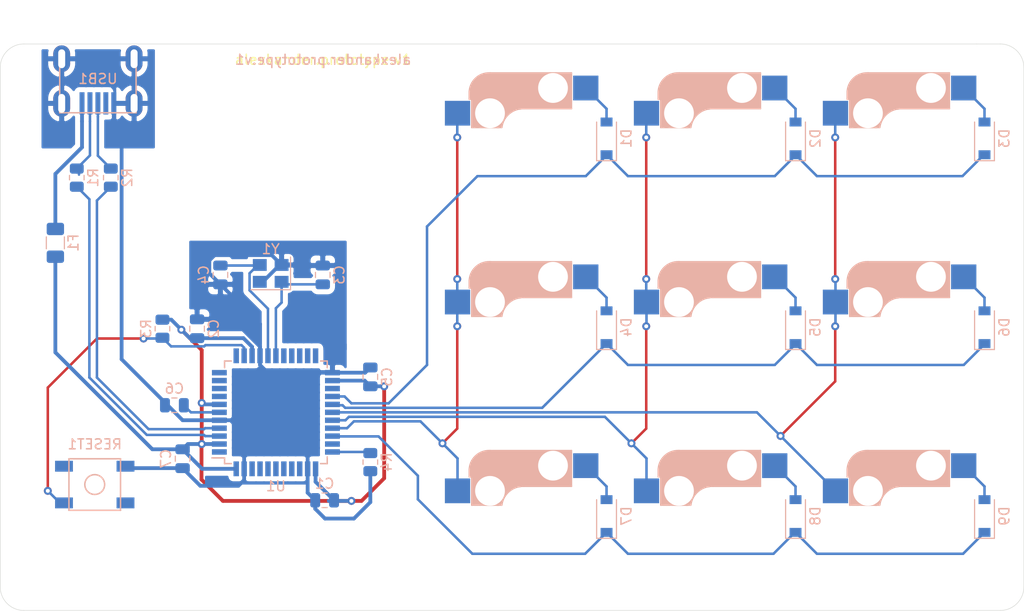
<source format=kicad_pcb>
(kicad_pcb (version 20171130) (host pcbnew "(5.1.9)-1")

  (general
    (thickness 1.6)
    (drawings 12)
    (tracks 269)
    (zones 0)
    (modules 34)
    (nets 28)
  )

  (page A4)
  (layers
    (0 F.Cu signal)
    (31 B.Cu signal)
    (32 B.Adhes user)
    (33 F.Adhes user)
    (34 B.Paste user)
    (35 F.Paste user)
    (36 B.SilkS user)
    (37 F.SilkS user)
    (38 B.Mask user)
    (39 F.Mask user)
    (40 Dwgs.User user)
    (41 Cmts.User user)
    (42 Eco1.User user)
    (43 Eco2.User user)
    (44 Edge.Cuts user)
    (45 Margin user)
    (46 B.CrtYd user)
    (47 F.CrtYd user)
    (48 B.Fab user)
    (49 F.Fab user)
  )

  (setup
    (last_trace_width 0.254)
    (trace_clearance 0.2)
    (zone_clearance 0.508)
    (zone_45_only no)
    (trace_min 0.2)
    (via_size 0.8)
    (via_drill 0.4)
    (via_min_size 0.4)
    (via_min_drill 0.3)
    (uvia_size 0.3)
    (uvia_drill 0.1)
    (uvias_allowed no)
    (uvia_min_size 0.2)
    (uvia_min_drill 0.1)
    (edge_width 0.05)
    (segment_width 0.2)
    (pcb_text_width 0.3)
    (pcb_text_size 1.5 1.5)
    (mod_edge_width 0.12)
    (mod_text_size 1 1)
    (mod_text_width 0.15)
    (pad_size 1.524 1.524)
    (pad_drill 0.762)
    (pad_to_mask_clearance 0.2)
    (aux_axis_origin 0 0)
    (grid_origin 24.638 -4.064)
    (visible_elements 7FFFFFFF)
    (pcbplotparams
      (layerselection 0x010f0_ffffffff)
      (usegerberextensions false)
      (usegerberattributes true)
      (usegerberadvancedattributes true)
      (creategerberjobfile true)
      (excludeedgelayer true)
      (linewidth 0.100000)
      (plotframeref false)
      (viasonmask false)
      (mode 1)
      (useauxorigin false)
      (hpglpennumber 1)
      (hpglpenspeed 20)
      (hpglpendiameter 15.000000)
      (psnegative false)
      (psa4output false)
      (plotreference true)
      (plotvalue true)
      (plotinvisibletext false)
      (padsonsilk false)
      (subtractmaskfromsilk false)
      (outputformat 1)
      (mirror false)
      (drillshape 0)
      (scaleselection 1)
      (outputdirectory "gerber"))
  )

  (net 0 "")
  (net 1 GND)
  (net 2 +5V)
  (net 3 "Net-(C3-Pad1)")
  (net 4 "Net-(C4-Pad1)")
  (net 5 "Net-(C6-Pad1)")
  (net 6 "Net-(D1-Pad2)")
  (net 7 ROW0)
  (net 8 "Net-(D2-Pad2)")
  (net 9 "Net-(D3-Pad2)")
  (net 10 "Net-(D4-Pad2)")
  (net 11 ROW1)
  (net 12 "Net-(D5-Pad2)")
  (net 13 "Net-(D6-Pad2)")
  (net 14 "Net-(D7-Pad2)")
  (net 15 ROW2)
  (net 16 "Net-(D8-Pad2)")
  (net 17 "Net-(D9-Pad2)")
  (net 18 VCC)
  (net 19 D-)
  (net 20 "Net-(R1-Pad1)")
  (net 21 D+)
  (net 22 "Net-(R2-Pad1)")
  (net 23 "Net-(R3-Pad2)")
  (net 24 "Net-(R4-Pad2)")
  (net 25 COL0)
  (net 26 COL1)
  (net 27 COL2)

  (net_class Default "This is the default net class."
    (clearance 0.2)
    (trace_width 0.254)
    (via_dia 0.8)
    (via_drill 0.4)
    (uvia_dia 0.3)
    (uvia_drill 0.1)
    (add_net COL0)
    (add_net COL1)
    (add_net COL2)
    (add_net D+)
    (add_net D-)
    (add_net "Net-(C3-Pad1)")
    (add_net "Net-(C4-Pad1)")
    (add_net "Net-(C6-Pad1)")
    (add_net "Net-(D1-Pad2)")
    (add_net "Net-(D2-Pad2)")
    (add_net "Net-(D3-Pad2)")
    (add_net "Net-(D4-Pad2)")
    (add_net "Net-(D5-Pad2)")
    (add_net "Net-(D6-Pad2)")
    (add_net "Net-(D7-Pad2)")
    (add_net "Net-(D8-Pad2)")
    (add_net "Net-(D9-Pad2)")
    (add_net "Net-(R1-Pad1)")
    (add_net "Net-(R2-Pad1)")
    (add_net "Net-(R3-Pad2)")
    (add_net "Net-(R4-Pad2)")
    (add_net ROW0)
    (add_net ROW1)
    (add_net ROW2)
  )

  (net_class Power ""
    (clearance 0.2)
    (trace_width 0.381)
    (via_dia 0.8)
    (via_drill 0.4)
    (uvia_dia 0.3)
    (uvia_drill 0.1)
    (add_net +5V)
    (add_net GND)
    (add_net VCC)
  )

  (module kbd:CherryMX_Hotswap (layer F.Cu) (tedit 5F70BC32) (tstamp 60CB296A)
    (at 0 0)
    (path /60CAF076)
    (fp_text reference SW1 (at 7.1 8.2) (layer F.SilkS) hide
      (effects (font (size 1 1) (thickness 0.15)))
    )
    (fp_text value MX-NoLED (at -4.8 8.3) (layer F.Fab) hide
      (effects (font (size 1 1) (thickness 0.15)))
    )
    (fp_line (start -7 7) (end -6 7) (layer Dwgs.User) (width 0.15))
    (fp_line (start 7 -7) (end 7 -6) (layer Dwgs.User) (width 0.15))
    (fp_line (start -7 -7) (end -6 -7) (layer Dwgs.User) (width 0.15))
    (fp_line (start 7 7) (end 7 6) (layer Dwgs.User) (width 0.15))
    (fp_line (start 6 7) (end 7 7) (layer Dwgs.User) (width 0.15))
    (fp_line (start -7 6) (end -7 7) (layer Dwgs.User) (width 0.15))
    (fp_line (start 7 -7) (end 6 -7) (layer Dwgs.User) (width 0.15))
    (fp_line (start -7 -6) (end -7 -7) (layer Dwgs.User) (width 0.15))
    (fp_line (start -9.525 9.525) (end -9.525 -9.525) (layer Dwgs.User) (width 0.15))
    (fp_line (start 9.525 9.525) (end -9.525 9.525) (layer Dwgs.User) (width 0.15))
    (fp_line (start 9.525 -9.525) (end 9.525 9.525) (layer Dwgs.User) (width 0.15))
    (fp_line (start -9.525 -9.525) (end 9.525 -9.525) (layer Dwgs.User) (width 0.15))
    (fp_line (start -5.8 -4.05) (end -5.8 -4.7) (layer B.SilkS) (width 0.3))
    (fp_line (start -5.3 -1.6) (end -5.3 -3.399999) (layer B.SilkS) (width 0.8))
    (fp_line (start -4.17 -5.1) (end -4.17 -2.86) (layer B.SilkS) (width 3))
    (fp_line (start 4.2 -3.25) (end 2.9 -3.3) (layer B.SilkS) (width 0.5))
    (fp_line (start 3.9 -6) (end 3.9 -3.5) (layer B.SilkS) (width 1))
    (fp_line (start 2.6 -4.8) (end -4.1 -4.8) (layer B.SilkS) (width 3.5))
    (fp_line (start 4.4 -3) (end 4.4 -6.6) (layer B.SilkS) (width 0.15))
    (fp_line (start 4.38 -4) (end 4.38 -6.25) (layer B.SilkS) (width 0.15))
    (fp_line (start -5.9 -3.95) (end -5.7 -3.95) (layer B.SilkS) (width 0.15))
    (fp_line (start -5.65 -5.55) (end -5.65 -1.1) (layer B.SilkS) (width 0.15))
    (fp_line (start -5.9 -4.7) (end -5.9 -3.95) (layer B.SilkS) (width 0.15))
    (fp_line (start -5.65 -1.1) (end -2.62 -1.1) (layer B.SilkS) (width 0.15))
    (fp_line (start -0.4 -3) (end 4.4 -3) (layer B.SilkS) (width 0.15))
    (fp_line (start 4.4 -6.6) (end -3.800001 -6.6) (layer B.SilkS) (width 0.15))
    (fp_line (start -5.45 -1.3) (end -3 -1.3) (layer B.SilkS) (width 0.5))
    (fp_line (start 4.25 -6.4) (end 3 -6.4) (layer B.SilkS) (width 0.4))
    (fp_arc (start -0.465 -0.83) (end -0.4 -3) (angle -84) (layer B.SilkS) (width 0.15))
    (fp_arc (start -3.9 -4.6) (end -3.800001 -6.6) (angle -90) (layer B.SilkS) (width 0.15))
    (fp_arc (start -0.865 -1.23) (end -0.8 -3.4) (angle -84) (layer B.SilkS) (width 1))
    (pad "" np_thru_hole circle (at 2.54 -5.08) (size 3 3) (drill 3) (layers *.Cu *.Mask))
    (pad "" np_thru_hole circle (at -3.81 -2.54) (size 3 3) (drill 3) (layers *.Cu *.Mask))
    (pad 2 smd rect (at 5.842 -5.08 180) (size 2.55 2.5) (layers B.Cu B.Paste B.Mask)
      (net 6 "Net-(D1-Pad2)"))
    (pad "" np_thru_hole circle (at -5.08 0) (size 1.9 1.9) (drill 1.9) (layers *.Cu *.Mask))
    (pad "" np_thru_hole circle (at 5.08 0) (size 1.9 1.9) (drill 1.9) (layers *.Cu *.Mask))
    (pad "" np_thru_hole circle (at 0 0 90) (size 4.1 4.1) (drill 4.1) (layers *.Cu *.Mask))
    (pad 1 smd rect (at -7.085 -2.54 180) (size 2.55 2.5) (layers B.Cu B.Paste B.Mask)
      (net 25 COL0))
    (model /Users/foostan/src/github.com/foostan/kbd/kicad-packages3D/kbd.3dshapes/Kailh-CherryMX-Socket.step
      (offset (xyz -1.3 7.6 -3.6))
      (scale (xyz 1 1 1))
      (rotate (xyz 0 0 180))
    )
  )

  (module kbd:CherryMX_Hotswap (layer F.Cu) (tedit 5F70BC32) (tstamp 60CB2A53)
    (at 19.05 0)
    (path /60CB02AA)
    (fp_text reference SW2 (at 7.1 8.2) (layer F.SilkS) hide
      (effects (font (size 1 1) (thickness 0.15)))
    )
    (fp_text value MX-NoLED (at -4.8 8.3) (layer F.Fab) hide
      (effects (font (size 1 1) (thickness 0.15)))
    )
    (fp_line (start 4.25 -6.4) (end 3 -6.4) (layer B.SilkS) (width 0.4))
    (fp_line (start -5.45 -1.3) (end -3 -1.3) (layer B.SilkS) (width 0.5))
    (fp_line (start 4.4 -6.6) (end -3.800001 -6.6) (layer B.SilkS) (width 0.15))
    (fp_line (start -0.4 -3) (end 4.4 -3) (layer B.SilkS) (width 0.15))
    (fp_line (start -5.65 -1.1) (end -2.62 -1.1) (layer B.SilkS) (width 0.15))
    (fp_line (start -5.9 -4.7) (end -5.9 -3.95) (layer B.SilkS) (width 0.15))
    (fp_line (start -5.65 -5.55) (end -5.65 -1.1) (layer B.SilkS) (width 0.15))
    (fp_line (start -5.9 -3.95) (end -5.7 -3.95) (layer B.SilkS) (width 0.15))
    (fp_line (start 4.38 -4) (end 4.38 -6.25) (layer B.SilkS) (width 0.15))
    (fp_line (start 4.4 -3) (end 4.4 -6.6) (layer B.SilkS) (width 0.15))
    (fp_line (start 2.6 -4.8) (end -4.1 -4.8) (layer B.SilkS) (width 3.5))
    (fp_line (start 3.9 -6) (end 3.9 -3.5) (layer B.SilkS) (width 1))
    (fp_line (start 4.2 -3.25) (end 2.9 -3.3) (layer B.SilkS) (width 0.5))
    (fp_line (start -4.17 -5.1) (end -4.17 -2.86) (layer B.SilkS) (width 3))
    (fp_line (start -5.3 -1.6) (end -5.3 -3.399999) (layer B.SilkS) (width 0.8))
    (fp_line (start -5.8 -4.05) (end -5.8 -4.7) (layer B.SilkS) (width 0.3))
    (fp_line (start -9.525 -9.525) (end 9.525 -9.525) (layer Dwgs.User) (width 0.15))
    (fp_line (start 9.525 -9.525) (end 9.525 9.525) (layer Dwgs.User) (width 0.15))
    (fp_line (start 9.525 9.525) (end -9.525 9.525) (layer Dwgs.User) (width 0.15))
    (fp_line (start -9.525 9.525) (end -9.525 -9.525) (layer Dwgs.User) (width 0.15))
    (fp_line (start -7 -6) (end -7 -7) (layer Dwgs.User) (width 0.15))
    (fp_line (start 7 -7) (end 6 -7) (layer Dwgs.User) (width 0.15))
    (fp_line (start -7 6) (end -7 7) (layer Dwgs.User) (width 0.15))
    (fp_line (start 6 7) (end 7 7) (layer Dwgs.User) (width 0.15))
    (fp_line (start 7 7) (end 7 6) (layer Dwgs.User) (width 0.15))
    (fp_line (start -7 -7) (end -6 -7) (layer Dwgs.User) (width 0.15))
    (fp_line (start 7 -7) (end 7 -6) (layer Dwgs.User) (width 0.15))
    (fp_line (start -7 7) (end -6 7) (layer Dwgs.User) (width 0.15))
    (fp_arc (start -0.865 -1.23) (end -0.8 -3.4) (angle -84) (layer B.SilkS) (width 1))
    (fp_arc (start -3.9 -4.6) (end -3.800001 -6.6) (angle -90) (layer B.SilkS) (width 0.15))
    (fp_arc (start -0.465 -0.83) (end -0.4 -3) (angle -84) (layer B.SilkS) (width 0.15))
    (pad 1 smd rect (at -7.085 -2.54 180) (size 2.55 2.5) (layers B.Cu B.Paste B.Mask)
      (net 26 COL1))
    (pad "" np_thru_hole circle (at 0 0 90) (size 4.1 4.1) (drill 4.1) (layers *.Cu *.Mask))
    (pad "" np_thru_hole circle (at 5.08 0) (size 1.9 1.9) (drill 1.9) (layers *.Cu *.Mask))
    (pad "" np_thru_hole circle (at -5.08 0) (size 1.9 1.9) (drill 1.9) (layers *.Cu *.Mask))
    (pad 2 smd rect (at 5.842 -5.08 180) (size 2.55 2.5) (layers B.Cu B.Paste B.Mask)
      (net 8 "Net-(D2-Pad2)"))
    (pad "" np_thru_hole circle (at -3.81 -2.54) (size 3 3) (drill 3) (layers *.Cu *.Mask))
    (pad "" np_thru_hole circle (at 2.54 -5.08) (size 3 3) (drill 3) (layers *.Cu *.Mask))
    (model /Users/foostan/src/github.com/foostan/kbd/kicad-packages3D/kbd.3dshapes/Kailh-CherryMX-Socket.step
      (offset (xyz -1.3 7.6 -3.6))
      (scale (xyz 1 1 1))
      (rotate (xyz 0 0 180))
    )
  )

  (module kbd:CherryMX_Hotswap (layer F.Cu) (tedit 5F70BC32) (tstamp 60C9760D)
    (at 38.1 0)
    (path /60CC155F)
    (fp_text reference SW3 (at 7.1 8.2) (layer F.SilkS) hide
      (effects (font (size 1 1) (thickness 0.15)))
    )
    (fp_text value MX-NoLED (at -4.8 8.3) (layer F.Fab) hide
      (effects (font (size 1 1) (thickness 0.15)))
    )
    (fp_line (start 4.25 -6.4) (end 3 -6.4) (layer B.SilkS) (width 0.4))
    (fp_line (start -5.45 -1.3) (end -3 -1.3) (layer B.SilkS) (width 0.5))
    (fp_line (start 4.4 -6.6) (end -3.800001 -6.6) (layer B.SilkS) (width 0.15))
    (fp_line (start -0.4 -3) (end 4.4 -3) (layer B.SilkS) (width 0.15))
    (fp_line (start -5.65 -1.1) (end -2.62 -1.1) (layer B.SilkS) (width 0.15))
    (fp_line (start -5.9 -4.7) (end -5.9 -3.95) (layer B.SilkS) (width 0.15))
    (fp_line (start -5.65 -5.55) (end -5.65 -1.1) (layer B.SilkS) (width 0.15))
    (fp_line (start -5.9 -3.95) (end -5.7 -3.95) (layer B.SilkS) (width 0.15))
    (fp_line (start 4.38 -4) (end 4.38 -6.25) (layer B.SilkS) (width 0.15))
    (fp_line (start 4.4 -3) (end 4.4 -6.6) (layer B.SilkS) (width 0.15))
    (fp_line (start 2.6 -4.8) (end -4.1 -4.8) (layer B.SilkS) (width 3.5))
    (fp_line (start 3.9 -6) (end 3.9 -3.5) (layer B.SilkS) (width 1))
    (fp_line (start 4.2 -3.25) (end 2.9 -3.3) (layer B.SilkS) (width 0.5))
    (fp_line (start -4.17 -5.1) (end -4.17 -2.86) (layer B.SilkS) (width 3))
    (fp_line (start -5.3 -1.6) (end -5.3 -3.399999) (layer B.SilkS) (width 0.8))
    (fp_line (start -5.8 -4.05) (end -5.8 -4.7) (layer B.SilkS) (width 0.3))
    (fp_line (start -9.525 -9.525) (end 9.525 -9.525) (layer Dwgs.User) (width 0.15))
    (fp_line (start 9.525 -9.525) (end 9.525 9.525) (layer Dwgs.User) (width 0.15))
    (fp_line (start 9.525 9.525) (end -9.525 9.525) (layer Dwgs.User) (width 0.15))
    (fp_line (start -9.525 9.525) (end -9.525 -9.525) (layer Dwgs.User) (width 0.15))
    (fp_line (start -7 -6) (end -7 -7) (layer Dwgs.User) (width 0.15))
    (fp_line (start 7 -7) (end 6 -7) (layer Dwgs.User) (width 0.15))
    (fp_line (start -7 6) (end -7 7) (layer Dwgs.User) (width 0.15))
    (fp_line (start 6 7) (end 7 7) (layer Dwgs.User) (width 0.15))
    (fp_line (start 7 7) (end 7 6) (layer Dwgs.User) (width 0.15))
    (fp_line (start -7 -7) (end -6 -7) (layer Dwgs.User) (width 0.15))
    (fp_line (start 7 -7) (end 7 -6) (layer Dwgs.User) (width 0.15))
    (fp_line (start -7 7) (end -6 7) (layer Dwgs.User) (width 0.15))
    (fp_arc (start -0.865 -1.23) (end -0.8 -3.4) (angle -84) (layer B.SilkS) (width 1))
    (fp_arc (start -3.9 -4.6) (end -3.800001 -6.6) (angle -90) (layer B.SilkS) (width 0.15))
    (fp_arc (start -0.465 -0.83) (end -0.4 -3) (angle -84) (layer B.SilkS) (width 0.15))
    (pad 1 smd rect (at -7.085 -2.54 180) (size 2.55 2.5) (layers B.Cu B.Paste B.Mask)
      (net 27 COL2))
    (pad "" np_thru_hole circle (at 0 0 90) (size 4.1 4.1) (drill 4.1) (layers *.Cu *.Mask))
    (pad "" np_thru_hole circle (at 5.08 0) (size 1.9 1.9) (drill 1.9) (layers *.Cu *.Mask))
    (pad "" np_thru_hole circle (at -5.08 0) (size 1.9 1.9) (drill 1.9) (layers *.Cu *.Mask))
    (pad 2 smd rect (at 5.842 -5.08 180) (size 2.55 2.5) (layers B.Cu B.Paste B.Mask)
      (net 9 "Net-(D3-Pad2)"))
    (pad "" np_thru_hole circle (at -3.81 -2.54) (size 3 3) (drill 3) (layers *.Cu *.Mask))
    (pad "" np_thru_hole circle (at 2.54 -5.08) (size 3 3) (drill 3) (layers *.Cu *.Mask))
    (model /Users/foostan/src/github.com/foostan/kbd/kicad-packages3D/kbd.3dshapes/Kailh-CherryMX-Socket.step
      (offset (xyz -1.3 7.6 -3.6))
      (scale (xyz 1 1 1))
      (rotate (xyz 0 0 180))
    )
  )

  (module kbd:CherryMX_Hotswap (layer F.Cu) (tedit 5F70BC32) (tstamp 60C702BE)
    (at 0 19.05)
    (path /60CB0F50)
    (fp_text reference SW4 (at 7.1 8.2) (layer F.SilkS) hide
      (effects (font (size 1 1) (thickness 0.15)))
    )
    (fp_text value MX-NoLED (at -4.8 8.3) (layer F.Fab) hide
      (effects (font (size 1 1) (thickness 0.15)))
    )
    (fp_line (start 4.25 -6.4) (end 3 -6.4) (layer B.SilkS) (width 0.4))
    (fp_line (start -5.45 -1.3) (end -3 -1.3) (layer B.SilkS) (width 0.5))
    (fp_line (start 4.4 -6.6) (end -3.800001 -6.6) (layer B.SilkS) (width 0.15))
    (fp_line (start -0.4 -3) (end 4.4 -3) (layer B.SilkS) (width 0.15))
    (fp_line (start -5.65 -1.1) (end -2.62 -1.1) (layer B.SilkS) (width 0.15))
    (fp_line (start -5.9 -4.7) (end -5.9 -3.95) (layer B.SilkS) (width 0.15))
    (fp_line (start -5.65 -5.55) (end -5.65 -1.1) (layer B.SilkS) (width 0.15))
    (fp_line (start -5.9 -3.95) (end -5.7 -3.95) (layer B.SilkS) (width 0.15))
    (fp_line (start 4.38 -4) (end 4.38 -6.25) (layer B.SilkS) (width 0.15))
    (fp_line (start 4.4 -3) (end 4.4 -6.6) (layer B.SilkS) (width 0.15))
    (fp_line (start 2.6 -4.8) (end -4.1 -4.8) (layer B.SilkS) (width 3.5))
    (fp_line (start 3.9 -6) (end 3.9 -3.5) (layer B.SilkS) (width 1))
    (fp_line (start 4.2 -3.25) (end 2.9 -3.3) (layer B.SilkS) (width 0.5))
    (fp_line (start -4.17 -5.1) (end -4.17 -2.86) (layer B.SilkS) (width 3))
    (fp_line (start -5.3 -1.6) (end -5.3 -3.399999) (layer B.SilkS) (width 0.8))
    (fp_line (start -5.8 -4.05) (end -5.8 -4.7) (layer B.SilkS) (width 0.3))
    (fp_line (start -9.525 -9.525) (end 9.525 -9.525) (layer Dwgs.User) (width 0.15))
    (fp_line (start 9.525 -9.525) (end 9.525 9.525) (layer Dwgs.User) (width 0.15))
    (fp_line (start 9.525 9.525) (end -9.525 9.525) (layer Dwgs.User) (width 0.15))
    (fp_line (start -9.525 9.525) (end -9.525 -9.525) (layer Dwgs.User) (width 0.15))
    (fp_line (start -7 -6) (end -7 -7) (layer Dwgs.User) (width 0.15))
    (fp_line (start 7 -7) (end 6 -7) (layer Dwgs.User) (width 0.15))
    (fp_line (start -7 6) (end -7 7) (layer Dwgs.User) (width 0.15))
    (fp_line (start 6 7) (end 7 7) (layer Dwgs.User) (width 0.15))
    (fp_line (start 7 7) (end 7 6) (layer Dwgs.User) (width 0.15))
    (fp_line (start -7 -7) (end -6 -7) (layer Dwgs.User) (width 0.15))
    (fp_line (start 7 -7) (end 7 -6) (layer Dwgs.User) (width 0.15))
    (fp_line (start -7 7) (end -6 7) (layer Dwgs.User) (width 0.15))
    (fp_arc (start -0.865 -1.23) (end -0.8 -3.4) (angle -84) (layer B.SilkS) (width 1))
    (fp_arc (start -3.9 -4.6) (end -3.800001 -6.6) (angle -90) (layer B.SilkS) (width 0.15))
    (fp_arc (start -0.465 -0.83) (end -0.4 -3) (angle -84) (layer B.SilkS) (width 0.15))
    (pad 1 smd rect (at -7.085 -2.54 180) (size 2.55 2.5) (layers B.Cu B.Paste B.Mask)
      (net 25 COL0))
    (pad "" np_thru_hole circle (at 0 0 90) (size 4.1 4.1) (drill 4.1) (layers *.Cu *.Mask))
    (pad "" np_thru_hole circle (at 5.08 0) (size 1.9 1.9) (drill 1.9) (layers *.Cu *.Mask))
    (pad "" np_thru_hole circle (at -5.08 0) (size 1.9 1.9) (drill 1.9) (layers *.Cu *.Mask))
    (pad 2 smd rect (at 5.842 -5.08 180) (size 2.55 2.5) (layers B.Cu B.Paste B.Mask)
      (net 10 "Net-(D4-Pad2)"))
    (pad "" np_thru_hole circle (at -3.81 -2.54) (size 3 3) (drill 3) (layers *.Cu *.Mask))
    (pad "" np_thru_hole circle (at 2.54 -5.08) (size 3 3) (drill 3) (layers *.Cu *.Mask))
    (model /Users/foostan/src/github.com/foostan/kbd/kicad-packages3D/kbd.3dshapes/Kailh-CherryMX-Socket.step
      (offset (xyz -1.3 7.6 -3.6))
      (scale (xyz 1 1 1))
      (rotate (xyz 0 0 180))
    )
  )

  (module kbd:CherryMX_Hotswap (layer F.Cu) (tedit 5F70BC32) (tstamp 60C702D5)
    (at 19.05 19.05)
    (path /60CB1515)
    (fp_text reference SW5 (at 7.1 8.2) (layer F.SilkS) hide
      (effects (font (size 1 1) (thickness 0.15)))
    )
    (fp_text value MX-NoLED (at -4.8 8.3) (layer F.Fab) hide
      (effects (font (size 1 1) (thickness 0.15)))
    )
    (fp_line (start 4.25 -6.4) (end 3 -6.4) (layer B.SilkS) (width 0.4))
    (fp_line (start -5.45 -1.3) (end -3 -1.3) (layer B.SilkS) (width 0.5))
    (fp_line (start 4.4 -6.6) (end -3.800001 -6.6) (layer B.SilkS) (width 0.15))
    (fp_line (start -0.4 -3) (end 4.4 -3) (layer B.SilkS) (width 0.15))
    (fp_line (start -5.65 -1.1) (end -2.62 -1.1) (layer B.SilkS) (width 0.15))
    (fp_line (start -5.9 -4.7) (end -5.9 -3.95) (layer B.SilkS) (width 0.15))
    (fp_line (start -5.65 -5.55) (end -5.65 -1.1) (layer B.SilkS) (width 0.15))
    (fp_line (start -5.9 -3.95) (end -5.7 -3.95) (layer B.SilkS) (width 0.15))
    (fp_line (start 4.38 -4) (end 4.38 -6.25) (layer B.SilkS) (width 0.15))
    (fp_line (start 4.4 -3) (end 4.4 -6.6) (layer B.SilkS) (width 0.15))
    (fp_line (start 2.6 -4.8) (end -4.1 -4.8) (layer B.SilkS) (width 3.5))
    (fp_line (start 3.9 -6) (end 3.9 -3.5) (layer B.SilkS) (width 1))
    (fp_line (start 4.2 -3.25) (end 2.9 -3.3) (layer B.SilkS) (width 0.5))
    (fp_line (start -4.17 -5.1) (end -4.17 -2.86) (layer B.SilkS) (width 3))
    (fp_line (start -5.3 -1.6) (end -5.3 -3.399999) (layer B.SilkS) (width 0.8))
    (fp_line (start -5.8 -4.05) (end -5.8 -4.7) (layer B.SilkS) (width 0.3))
    (fp_line (start -9.525 -9.525) (end 9.525 -9.525) (layer Dwgs.User) (width 0.15))
    (fp_line (start 9.525 -9.525) (end 9.525 9.525) (layer Dwgs.User) (width 0.15))
    (fp_line (start 9.525 9.525) (end -9.525 9.525) (layer Dwgs.User) (width 0.15))
    (fp_line (start -9.525 9.525) (end -9.525 -9.525) (layer Dwgs.User) (width 0.15))
    (fp_line (start -7 -6) (end -7 -7) (layer Dwgs.User) (width 0.15))
    (fp_line (start 7 -7) (end 6 -7) (layer Dwgs.User) (width 0.15))
    (fp_line (start -7 6) (end -7 7) (layer Dwgs.User) (width 0.15))
    (fp_line (start 6 7) (end 7 7) (layer Dwgs.User) (width 0.15))
    (fp_line (start 7 7) (end 7 6) (layer Dwgs.User) (width 0.15))
    (fp_line (start -7 -7) (end -6 -7) (layer Dwgs.User) (width 0.15))
    (fp_line (start 7 -7) (end 7 -6) (layer Dwgs.User) (width 0.15))
    (fp_line (start -7 7) (end -6 7) (layer Dwgs.User) (width 0.15))
    (fp_arc (start -0.865 -1.23) (end -0.8 -3.4) (angle -84) (layer B.SilkS) (width 1))
    (fp_arc (start -3.9 -4.6) (end -3.800001 -6.6) (angle -90) (layer B.SilkS) (width 0.15))
    (fp_arc (start -0.465 -0.83) (end -0.4 -3) (angle -84) (layer B.SilkS) (width 0.15))
    (pad 1 smd rect (at -7.085 -2.54 180) (size 2.55 2.5) (layers B.Cu B.Paste B.Mask)
      (net 26 COL1))
    (pad "" np_thru_hole circle (at 0 0 90) (size 4.1 4.1) (drill 4.1) (layers *.Cu *.Mask))
    (pad "" np_thru_hole circle (at 5.08 0) (size 1.9 1.9) (drill 1.9) (layers *.Cu *.Mask))
    (pad "" np_thru_hole circle (at -5.08 0) (size 1.9 1.9) (drill 1.9) (layers *.Cu *.Mask))
    (pad 2 smd rect (at 5.842 -5.08 180) (size 2.55 2.5) (layers B.Cu B.Paste B.Mask)
      (net 12 "Net-(D5-Pad2)"))
    (pad "" np_thru_hole circle (at -3.81 -2.54) (size 3 3) (drill 3) (layers *.Cu *.Mask))
    (pad "" np_thru_hole circle (at 2.54 -5.08) (size 3 3) (drill 3) (layers *.Cu *.Mask))
    (model /Users/foostan/src/github.com/foostan/kbd/kicad-packages3D/kbd.3dshapes/Kailh-CherryMX-Socket.step
      (offset (xyz -1.3 7.6 -3.6))
      (scale (xyz 1 1 1))
      (rotate (xyz 0 0 180))
    )
  )

  (module kbd:CherryMX_Hotswap (layer F.Cu) (tedit 5F70BC32) (tstamp 60C702EC)
    (at 38.1 19.05)
    (path /60CC2BB4)
    (fp_text reference SW6 (at 7.1 8.2) (layer F.SilkS) hide
      (effects (font (size 1 1) (thickness 0.15)))
    )
    (fp_text value MX-NoLED (at -4.8 8.3) (layer F.Fab) hide
      (effects (font (size 1 1) (thickness 0.15)))
    )
    (fp_line (start 4.25 -6.4) (end 3 -6.4) (layer B.SilkS) (width 0.4))
    (fp_line (start -5.45 -1.3) (end -3 -1.3) (layer B.SilkS) (width 0.5))
    (fp_line (start 4.4 -6.6) (end -3.800001 -6.6) (layer B.SilkS) (width 0.15))
    (fp_line (start -0.4 -3) (end 4.4 -3) (layer B.SilkS) (width 0.15))
    (fp_line (start -5.65 -1.1) (end -2.62 -1.1) (layer B.SilkS) (width 0.15))
    (fp_line (start -5.9 -4.7) (end -5.9 -3.95) (layer B.SilkS) (width 0.15))
    (fp_line (start -5.65 -5.55) (end -5.65 -1.1) (layer B.SilkS) (width 0.15))
    (fp_line (start -5.9 -3.95) (end -5.7 -3.95) (layer B.SilkS) (width 0.15))
    (fp_line (start 4.38 -4) (end 4.38 -6.25) (layer B.SilkS) (width 0.15))
    (fp_line (start 4.4 -3) (end 4.4 -6.6) (layer B.SilkS) (width 0.15))
    (fp_line (start 2.6 -4.8) (end -4.1 -4.8) (layer B.SilkS) (width 3.5))
    (fp_line (start 3.9 -6) (end 3.9 -3.5) (layer B.SilkS) (width 1))
    (fp_line (start 4.2 -3.25) (end 2.9 -3.3) (layer B.SilkS) (width 0.5))
    (fp_line (start -4.17 -5.1) (end -4.17 -2.86) (layer B.SilkS) (width 3))
    (fp_line (start -5.3 -1.6) (end -5.3 -3.399999) (layer B.SilkS) (width 0.8))
    (fp_line (start -5.8 -4.05) (end -5.8 -4.7) (layer B.SilkS) (width 0.3))
    (fp_line (start -9.525 -9.525) (end 9.525 -9.525) (layer Dwgs.User) (width 0.15))
    (fp_line (start 9.525 -9.525) (end 9.525 9.525) (layer Dwgs.User) (width 0.15))
    (fp_line (start 9.525 9.525) (end -9.525 9.525) (layer Dwgs.User) (width 0.15))
    (fp_line (start -9.525 9.525) (end -9.525 -9.525) (layer Dwgs.User) (width 0.15))
    (fp_line (start -7 -6) (end -7 -7) (layer Dwgs.User) (width 0.15))
    (fp_line (start 7 -7) (end 6 -7) (layer Dwgs.User) (width 0.15))
    (fp_line (start -7 6) (end -7 7) (layer Dwgs.User) (width 0.15))
    (fp_line (start 6 7) (end 7 7) (layer Dwgs.User) (width 0.15))
    (fp_line (start 7 7) (end 7 6) (layer Dwgs.User) (width 0.15))
    (fp_line (start -7 -7) (end -6 -7) (layer Dwgs.User) (width 0.15))
    (fp_line (start 7 -7) (end 7 -6) (layer Dwgs.User) (width 0.15))
    (fp_line (start -7 7) (end -6 7) (layer Dwgs.User) (width 0.15))
    (fp_arc (start -0.865 -1.23) (end -0.8 -3.4) (angle -84) (layer B.SilkS) (width 1))
    (fp_arc (start -3.9 -4.6) (end -3.800001 -6.6) (angle -90) (layer B.SilkS) (width 0.15))
    (fp_arc (start -0.465 -0.83) (end -0.4 -3) (angle -84) (layer B.SilkS) (width 0.15))
    (pad 1 smd rect (at -7.085 -2.54 180) (size 2.55 2.5) (layers B.Cu B.Paste B.Mask)
      (net 27 COL2))
    (pad "" np_thru_hole circle (at 0 0 90) (size 4.1 4.1) (drill 4.1) (layers *.Cu *.Mask))
    (pad "" np_thru_hole circle (at 5.08 0) (size 1.9 1.9) (drill 1.9) (layers *.Cu *.Mask))
    (pad "" np_thru_hole circle (at -5.08 0) (size 1.9 1.9) (drill 1.9) (layers *.Cu *.Mask))
    (pad 2 smd rect (at 5.842 -5.08 180) (size 2.55 2.5) (layers B.Cu B.Paste B.Mask)
      (net 13 "Net-(D6-Pad2)"))
    (pad "" np_thru_hole circle (at -3.81 -2.54) (size 3 3) (drill 3) (layers *.Cu *.Mask))
    (pad "" np_thru_hole circle (at 2.54 -5.08) (size 3 3) (drill 3) (layers *.Cu *.Mask))
    (model /Users/foostan/src/github.com/foostan/kbd/kicad-packages3D/kbd.3dshapes/Kailh-CherryMX-Socket.step
      (offset (xyz -1.3 7.6 -3.6))
      (scale (xyz 1 1 1))
      (rotate (xyz 0 0 180))
    )
  )

  (module kbd:CherryMX_Hotswap (layer F.Cu) (tedit 5F70BC32) (tstamp 60C800DD)
    (at 0 38.1)
    (path /60CC6FC9)
    (fp_text reference SW7 (at 7.1 8.2) (layer F.SilkS) hide
      (effects (font (size 1 1) (thickness 0.15)))
    )
    (fp_text value MX-NoLED (at -4.8 8.3) (layer F.Fab) hide
      (effects (font (size 1 1) (thickness 0.15)))
    )
    (fp_line (start 4.25 -6.4) (end 3 -6.4) (layer B.SilkS) (width 0.4))
    (fp_line (start -5.45 -1.3) (end -3 -1.3) (layer B.SilkS) (width 0.5))
    (fp_line (start 4.4 -6.6) (end -3.800001 -6.6) (layer B.SilkS) (width 0.15))
    (fp_line (start -0.4 -3) (end 4.4 -3) (layer B.SilkS) (width 0.15))
    (fp_line (start -5.65 -1.1) (end -2.62 -1.1) (layer B.SilkS) (width 0.15))
    (fp_line (start -5.9 -4.7) (end -5.9 -3.95) (layer B.SilkS) (width 0.15))
    (fp_line (start -5.65 -5.55) (end -5.65 -1.1) (layer B.SilkS) (width 0.15))
    (fp_line (start -5.9 -3.95) (end -5.7 -3.95) (layer B.SilkS) (width 0.15))
    (fp_line (start 4.38 -4) (end 4.38 -6.25) (layer B.SilkS) (width 0.15))
    (fp_line (start 4.4 -3) (end 4.4 -6.6) (layer B.SilkS) (width 0.15))
    (fp_line (start 2.6 -4.8) (end -4.1 -4.8) (layer B.SilkS) (width 3.5))
    (fp_line (start 3.9 -6) (end 3.9 -3.5) (layer B.SilkS) (width 1))
    (fp_line (start 4.2 -3.25) (end 2.9 -3.3) (layer B.SilkS) (width 0.5))
    (fp_line (start -4.17 -5.1) (end -4.17 -2.86) (layer B.SilkS) (width 3))
    (fp_line (start -5.3 -1.6) (end -5.3 -3.399999) (layer B.SilkS) (width 0.8))
    (fp_line (start -5.8 -4.05) (end -5.8 -4.7) (layer B.SilkS) (width 0.3))
    (fp_line (start -9.525 -9.525) (end 9.525 -9.525) (layer Dwgs.User) (width 0.15))
    (fp_line (start 9.525 -9.525) (end 9.525 9.525) (layer Dwgs.User) (width 0.15))
    (fp_line (start 9.525 9.525) (end -9.525 9.525) (layer Dwgs.User) (width 0.15))
    (fp_line (start -9.525 9.525) (end -9.525 -9.525) (layer Dwgs.User) (width 0.15))
    (fp_line (start -7 -6) (end -7 -7) (layer Dwgs.User) (width 0.15))
    (fp_line (start 7 -7) (end 6 -7) (layer Dwgs.User) (width 0.15))
    (fp_line (start -7 6) (end -7 7) (layer Dwgs.User) (width 0.15))
    (fp_line (start 6 7) (end 7 7) (layer Dwgs.User) (width 0.15))
    (fp_line (start 7 7) (end 7 6) (layer Dwgs.User) (width 0.15))
    (fp_line (start -7 -7) (end -6 -7) (layer Dwgs.User) (width 0.15))
    (fp_line (start 7 -7) (end 7 -6) (layer Dwgs.User) (width 0.15))
    (fp_line (start -7 7) (end -6 7) (layer Dwgs.User) (width 0.15))
    (fp_arc (start -0.865 -1.23) (end -0.8 -3.4) (angle -84) (layer B.SilkS) (width 1))
    (fp_arc (start -3.9 -4.6) (end -3.800001 -6.6) (angle -90) (layer B.SilkS) (width 0.15))
    (fp_arc (start -0.465 -0.83) (end -0.4 -3) (angle -84) (layer B.SilkS) (width 0.15))
    (pad 1 smd rect (at -7.085 -2.54 180) (size 2.55 2.5) (layers B.Cu B.Paste B.Mask)
      (net 25 COL0))
    (pad "" np_thru_hole circle (at 0 0 90) (size 4.1 4.1) (drill 4.1) (layers *.Cu *.Mask))
    (pad "" np_thru_hole circle (at 5.08 0) (size 1.9 1.9) (drill 1.9) (layers *.Cu *.Mask))
    (pad "" np_thru_hole circle (at -5.08 0) (size 1.9 1.9) (drill 1.9) (layers *.Cu *.Mask))
    (pad 2 smd rect (at 5.842 -5.08 180) (size 2.55 2.5) (layers B.Cu B.Paste B.Mask)
      (net 14 "Net-(D7-Pad2)"))
    (pad "" np_thru_hole circle (at -3.81 -2.54) (size 3 3) (drill 3) (layers *.Cu *.Mask))
    (pad "" np_thru_hole circle (at 2.54 -5.08) (size 3 3) (drill 3) (layers *.Cu *.Mask))
    (model /Users/foostan/src/github.com/foostan/kbd/kicad-packages3D/kbd.3dshapes/Kailh-CherryMX-Socket.step
      (offset (xyz -1.3 7.6 -3.6))
      (scale (xyz 1 1 1))
      (rotate (xyz 0 0 180))
    )
  )

  (module kbd:CherryMX_Hotswap (layer F.Cu) (tedit 5F70BC32) (tstamp 60C7031A)
    (at 19.05 38.1)
    (path /60CC6FCF)
    (fp_text reference SW8 (at 7.1 8.2) (layer F.SilkS) hide
      (effects (font (size 1 1) (thickness 0.15)))
    )
    (fp_text value MX-NoLED (at -4.8 8.3) (layer F.Fab) hide
      (effects (font (size 1 1) (thickness 0.15)))
    )
    (fp_line (start 4.25 -6.4) (end 3 -6.4) (layer B.SilkS) (width 0.4))
    (fp_line (start -5.45 -1.3) (end -3 -1.3) (layer B.SilkS) (width 0.5))
    (fp_line (start 4.4 -6.6) (end -3.800001 -6.6) (layer B.SilkS) (width 0.15))
    (fp_line (start -0.4 -3) (end 4.4 -3) (layer B.SilkS) (width 0.15))
    (fp_line (start -5.65 -1.1) (end -2.62 -1.1) (layer B.SilkS) (width 0.15))
    (fp_line (start -5.9 -4.7) (end -5.9 -3.95) (layer B.SilkS) (width 0.15))
    (fp_line (start -5.65 -5.55) (end -5.65 -1.1) (layer B.SilkS) (width 0.15))
    (fp_line (start -5.9 -3.95) (end -5.7 -3.95) (layer B.SilkS) (width 0.15))
    (fp_line (start 4.38 -4) (end 4.38 -6.25) (layer B.SilkS) (width 0.15))
    (fp_line (start 4.4 -3) (end 4.4 -6.6) (layer B.SilkS) (width 0.15))
    (fp_line (start 2.6 -4.8) (end -4.1 -4.8) (layer B.SilkS) (width 3.5))
    (fp_line (start 3.9 -6) (end 3.9 -3.5) (layer B.SilkS) (width 1))
    (fp_line (start 4.2 -3.25) (end 2.9 -3.3) (layer B.SilkS) (width 0.5))
    (fp_line (start -4.17 -5.1) (end -4.17 -2.86) (layer B.SilkS) (width 3))
    (fp_line (start -5.3 -1.6) (end -5.3 -3.399999) (layer B.SilkS) (width 0.8))
    (fp_line (start -5.8 -4.05) (end -5.8 -4.7) (layer B.SilkS) (width 0.3))
    (fp_line (start -9.525 -9.525) (end 9.525 -9.525) (layer Dwgs.User) (width 0.15))
    (fp_line (start 9.525 -9.525) (end 9.525 9.525) (layer Dwgs.User) (width 0.15))
    (fp_line (start 9.525 9.525) (end -9.525 9.525) (layer Dwgs.User) (width 0.15))
    (fp_line (start -9.525 9.525) (end -9.525 -9.525) (layer Dwgs.User) (width 0.15))
    (fp_line (start -7 -6) (end -7 -7) (layer Dwgs.User) (width 0.15))
    (fp_line (start 7 -7) (end 6 -7) (layer Dwgs.User) (width 0.15))
    (fp_line (start -7 6) (end -7 7) (layer Dwgs.User) (width 0.15))
    (fp_line (start 6 7) (end 7 7) (layer Dwgs.User) (width 0.15))
    (fp_line (start 7 7) (end 7 6) (layer Dwgs.User) (width 0.15))
    (fp_line (start -7 -7) (end -6 -7) (layer Dwgs.User) (width 0.15))
    (fp_line (start 7 -7) (end 7 -6) (layer Dwgs.User) (width 0.15))
    (fp_line (start -7 7) (end -6 7) (layer Dwgs.User) (width 0.15))
    (fp_arc (start -0.865 -1.23) (end -0.8 -3.4) (angle -84) (layer B.SilkS) (width 1))
    (fp_arc (start -3.9 -4.6) (end -3.800001 -6.6) (angle -90) (layer B.SilkS) (width 0.15))
    (fp_arc (start -0.465 -0.83) (end -0.4 -3) (angle -84) (layer B.SilkS) (width 0.15))
    (pad 1 smd rect (at -7.085 -2.54 180) (size 2.55 2.5) (layers B.Cu B.Paste B.Mask)
      (net 26 COL1))
    (pad "" np_thru_hole circle (at 0 0 90) (size 4.1 4.1) (drill 4.1) (layers *.Cu *.Mask))
    (pad "" np_thru_hole circle (at 5.08 0) (size 1.9 1.9) (drill 1.9) (layers *.Cu *.Mask))
    (pad "" np_thru_hole circle (at -5.08 0) (size 1.9 1.9) (drill 1.9) (layers *.Cu *.Mask))
    (pad 2 smd rect (at 5.842 -5.08 180) (size 2.55 2.5) (layers B.Cu B.Paste B.Mask)
      (net 16 "Net-(D8-Pad2)"))
    (pad "" np_thru_hole circle (at -3.81 -2.54) (size 3 3) (drill 3) (layers *.Cu *.Mask))
    (pad "" np_thru_hole circle (at 2.54 -5.08) (size 3 3) (drill 3) (layers *.Cu *.Mask))
    (model /Users/foostan/src/github.com/foostan/kbd/kicad-packages3D/kbd.3dshapes/Kailh-CherryMX-Socket.step
      (offset (xyz -1.3 7.6 -3.6))
      (scale (xyz 1 1 1))
      (rotate (xyz 0 0 180))
    )
  )

  (module kbd:CherryMX_Hotswap (layer F.Cu) (tedit 5F70BC32) (tstamp 60C71DE6)
    (at 38.1 38.1)
    (path /60CC6FE1)
    (fp_text reference SW9 (at 7.1 8.2) (layer F.SilkS) hide
      (effects (font (size 1 1) (thickness 0.15)))
    )
    (fp_text value MX-NoLED (at -4.8 8.3) (layer F.Fab) hide
      (effects (font (size 1 1) (thickness 0.15)))
    )
    (fp_line (start 4.25 -6.4) (end 3 -6.4) (layer B.SilkS) (width 0.4))
    (fp_line (start -5.45 -1.3) (end -3 -1.3) (layer B.SilkS) (width 0.5))
    (fp_line (start 4.4 -6.6) (end -3.800001 -6.6) (layer B.SilkS) (width 0.15))
    (fp_line (start -0.4 -3) (end 4.4 -3) (layer B.SilkS) (width 0.15))
    (fp_line (start -5.65 -1.1) (end -2.62 -1.1) (layer B.SilkS) (width 0.15))
    (fp_line (start -5.9 -4.7) (end -5.9 -3.95) (layer B.SilkS) (width 0.15))
    (fp_line (start -5.65 -5.55) (end -5.65 -1.1) (layer B.SilkS) (width 0.15))
    (fp_line (start -5.9 -3.95) (end -5.7 -3.95) (layer B.SilkS) (width 0.15))
    (fp_line (start 4.38 -4) (end 4.38 -6.25) (layer B.SilkS) (width 0.15))
    (fp_line (start 4.4 -3) (end 4.4 -6.6) (layer B.SilkS) (width 0.15))
    (fp_line (start 2.6 -4.8) (end -4.1 -4.8) (layer B.SilkS) (width 3.5))
    (fp_line (start 3.9 -6) (end 3.9 -3.5) (layer B.SilkS) (width 1))
    (fp_line (start 4.2 -3.25) (end 2.9 -3.3) (layer B.SilkS) (width 0.5))
    (fp_line (start -4.17 -5.1) (end -4.17 -2.86) (layer B.SilkS) (width 3))
    (fp_line (start -5.3 -1.6) (end -5.3 -3.399999) (layer B.SilkS) (width 0.8))
    (fp_line (start -5.8 -4.05) (end -5.8 -4.7) (layer B.SilkS) (width 0.3))
    (fp_line (start -9.525 -9.525) (end 9.525 -9.525) (layer Dwgs.User) (width 0.15))
    (fp_line (start 9.525 -9.525) (end 9.525 9.525) (layer Dwgs.User) (width 0.15))
    (fp_line (start 9.525 9.525) (end -9.525 9.525) (layer Dwgs.User) (width 0.15))
    (fp_line (start -9.525 9.525) (end -9.525 -9.525) (layer Dwgs.User) (width 0.15))
    (fp_line (start -7 -6) (end -7 -7) (layer Dwgs.User) (width 0.15))
    (fp_line (start 7 -7) (end 6 -7) (layer Dwgs.User) (width 0.15))
    (fp_line (start -7 6) (end -7 7) (layer Dwgs.User) (width 0.15))
    (fp_line (start 6 7) (end 7 7) (layer Dwgs.User) (width 0.15))
    (fp_line (start 7 7) (end 7 6) (layer Dwgs.User) (width 0.15))
    (fp_line (start -7 -7) (end -6 -7) (layer Dwgs.User) (width 0.15))
    (fp_line (start 7 -7) (end 7 -6) (layer Dwgs.User) (width 0.15))
    (fp_line (start -7 7) (end -6 7) (layer Dwgs.User) (width 0.15))
    (fp_arc (start -0.865 -1.23) (end -0.8 -3.4) (angle -84) (layer B.SilkS) (width 1))
    (fp_arc (start -3.9 -4.6) (end -3.800001 -6.6) (angle -90) (layer B.SilkS) (width 0.15))
    (fp_arc (start -0.465 -0.83) (end -0.4 -3) (angle -84) (layer B.SilkS) (width 0.15))
    (pad 1 smd rect (at -7.085 -2.54 180) (size 2.55 2.5) (layers B.Cu B.Paste B.Mask)
      (net 27 COL2))
    (pad "" np_thru_hole circle (at 0 0 90) (size 4.1 4.1) (drill 4.1) (layers *.Cu *.Mask))
    (pad "" np_thru_hole circle (at 5.08 0) (size 1.9 1.9) (drill 1.9) (layers *.Cu *.Mask))
    (pad "" np_thru_hole circle (at -5.08 0) (size 1.9 1.9) (drill 1.9) (layers *.Cu *.Mask))
    (pad 2 smd rect (at 5.842 -5.08 180) (size 2.55 2.5) (layers B.Cu B.Paste B.Mask)
      (net 17 "Net-(D9-Pad2)"))
    (pad "" np_thru_hole circle (at -3.81 -2.54) (size 3 3) (drill 3) (layers *.Cu *.Mask))
    (pad "" np_thru_hole circle (at 2.54 -5.08) (size 3 3) (drill 3) (layers *.Cu *.Mask))
    (model /Users/foostan/src/github.com/foostan/kbd/kicad-packages3D/kbd.3dshapes/Kailh-CherryMX-Socket.step
      (offset (xyz -1.3 7.6 -3.6))
      (scale (xyz 1 1 1))
      (rotate (xyz 0 0 180))
    )
  )

  (module random-keyboard-parts:Molex-0548190589 locked (layer B.Cu) (tedit 60C990DD) (tstamp 60C75BD8)
    (at -43.3375 -8.03275 270)
    (path /60C9B86B)
    (attr smd)
    (fp_text reference USB1 (at 2.032 0 180) (layer B.SilkS)
      (effects (font (size 1 1) (thickness 0.15)) (justify mirror))
    )
    (fp_text value Molex-0548190589 (at -5.08 0 180) (layer Dwgs.User)
      (effects (font (size 1 1) (thickness 0.15)))
    )
    (fp_line (start -3.75 -3.75) (end -3.75 3.75) (layer B.CrtYd) (width 0.15))
    (fp_line (start 5.5 -3.75) (end -3.75 -3.75) (layer B.CrtYd) (width 0.15))
    (fp_line (start 5.5 3.75) (end 5.5 -3.75) (layer B.CrtYd) (width 0.15))
    (fp_line (start -3.75 3.75) (end 5.5 3.75) (layer B.CrtYd) (width 0.15))
    (fp_line (start 0 3.85) (end 5.45 3.85) (layer B.SilkS) (width 0.15))
    (fp_line (start 0 -3.85) (end 5.45 -3.85) (layer B.SilkS) (width 0.15))
    (fp_line (start 5.45 3.85) (end 5.45 -3.85) (layer B.SilkS) (width 0.15))
    (fp_line (start -3.75 3.85) (end 0 3.85) (layer Dwgs.User) (width 0.15))
    (fp_line (start -3.75 -3.85) (end 0 -3.85) (layer Dwgs.User) (width 0.15))
    (fp_line (start -1.75 4.572) (end -1.75 -4.572) (layer Dwgs.User) (width 0.15))
    (fp_line (start -3.75 3.85) (end -3.75 -3.85) (layer Dwgs.User) (width 0.15))
    (fp_text user %R (at 2 0 180) (layer B.CrtYd)
      (effects (font (size 1 1) (thickness 0.15)) (justify mirror))
    )
    (pad 6 thru_hole oval (at 0 3.65 270) (size 2.7 1.7) (drill oval 1.9 0.7) (layers *.Cu *.Mask)
      (net 1 GND))
    (pad 6 thru_hole oval (at 0 -3.65 270) (size 2.7 1.7) (drill oval 1.9 0.7) (layers *.Cu *.Mask)
      (net 1 GND))
    (pad 6 thru_hole oval (at 4.5 -3.65 270) (size 2.7 1.7) (drill oval 1.9 0.7) (layers *.Cu *.Mask)
      (net 1 GND))
    (pad 6 thru_hole oval (at 4.5 3.65 270) (size 2.7 1.7) (drill oval 1.9 0.7) (layers *.Cu *.Mask)
      (net 1 GND))
    (pad 5 smd rect (at 4.5 1.6 270) (size 2.25 0.5) (layers B.Cu B.Paste B.Mask)
      (net 18 VCC))
    (pad 4 smd rect (at 4.5 0.8 270) (size 2.25 0.5) (layers B.Cu B.Paste B.Mask)
      (net 19 D-))
    (pad 3 smd rect (at 4.5 0 270) (size 2.25 0.5) (layers B.Cu B.Paste B.Mask)
      (net 21 D+))
    (pad 2 smd rect (at 4.5 -0.8 270) (size 2.25 0.5) (layers B.Cu B.Paste B.Mask))
    (pad 1 smd rect (at 4.5 -1.6 270) (size 2.25 0.5) (layers B.Cu B.Paste B.Mask)
      (net 1 GND))
  )

  (module Resistor_SMD:R_0805_2012Metric (layer B.Cu) (tedit 5F68FEEE) (tstamp 60C70244)
    (at -15.875 32.6625 90)
    (descr "Resistor SMD 0805 (2012 Metric), square (rectangular) end terminal, IPC_7351 nominal, (Body size source: IPC-SM-782 page 72, https://www.pcb-3d.com/wordpress/wp-content/uploads/ipc-sm-782a_amendment_1_and_2.pdf), generated with kicad-footprint-generator")
    (tags resistor)
    (path /60C6E7D6)
    (attr smd)
    (fp_text reference R4 (at 0 1.65 90) (layer B.SilkS)
      (effects (font (size 1 1) (thickness 0.15)) (justify mirror))
    )
    (fp_text value 10k (at 0 -1.65 90) (layer B.Fab)
      (effects (font (size 1 1) (thickness 0.15)) (justify mirror))
    )
    (fp_line (start 1.68 -0.95) (end -1.68 -0.95) (layer B.CrtYd) (width 0.05))
    (fp_line (start 1.68 0.95) (end 1.68 -0.95) (layer B.CrtYd) (width 0.05))
    (fp_line (start -1.68 0.95) (end 1.68 0.95) (layer B.CrtYd) (width 0.05))
    (fp_line (start -1.68 -0.95) (end -1.68 0.95) (layer B.CrtYd) (width 0.05))
    (fp_line (start -0.227064 -0.735) (end 0.227064 -0.735) (layer B.SilkS) (width 0.12))
    (fp_line (start -0.227064 0.735) (end 0.227064 0.735) (layer B.SilkS) (width 0.12))
    (fp_line (start 1 -0.625) (end -1 -0.625) (layer B.Fab) (width 0.1))
    (fp_line (start 1 0.625) (end 1 -0.625) (layer B.Fab) (width 0.1))
    (fp_line (start -1 0.625) (end 1 0.625) (layer B.Fab) (width 0.1))
    (fp_line (start -1 -0.625) (end -1 0.625) (layer B.Fab) (width 0.1))
    (fp_text user %R (at 0 0 90) (layer B.Fab)
      (effects (font (size 0.5 0.5) (thickness 0.08)) (justify mirror))
    )
    (pad 2 smd roundrect (at 0.9125 0 90) (size 1.025 1.4) (layers B.Cu B.Paste B.Mask) (roundrect_rratio 0.2439014634146341)
      (net 24 "Net-(R4-Pad2)"))
    (pad 1 smd roundrect (at -0.9125 0 90) (size 1.025 1.4) (layers B.Cu B.Paste B.Mask) (roundrect_rratio 0.2439014634146341)
      (net 1 GND))
    (model ${KISYS3DMOD}/Resistor_SMD.3dshapes/R_0805_2012Metric.wrl
      (at (xyz 0 0 0))
      (scale (xyz 1 1 1))
      (rotate (xyz 0 0 0))
    )
  )

  (module Resistor_SMD:R_0805_2012Metric (layer B.Cu) (tedit 5F68FEEE) (tstamp 60C75985)
    (at -36.83 19.2005 270)
    (descr "Resistor SMD 0805 (2012 Metric), square (rectangular) end terminal, IPC_7351 nominal, (Body size source: IPC-SM-782 page 72, https://www.pcb-3d.com/wordpress/wp-content/uploads/ipc-sm-782a_amendment_1_and_2.pdf), generated with kicad-footprint-generator")
    (tags resistor)
    (path /60C96974)
    (attr smd)
    (fp_text reference R3 (at 0 1.65 90) (layer B.SilkS)
      (effects (font (size 1 1) (thickness 0.15)) (justify mirror))
    )
    (fp_text value 10k (at 0 -1.65 90) (layer B.Fab)
      (effects (font (size 1 1) (thickness 0.15)) (justify mirror))
    )
    (fp_line (start 1.68 -0.95) (end -1.68 -0.95) (layer B.CrtYd) (width 0.05))
    (fp_line (start 1.68 0.95) (end 1.68 -0.95) (layer B.CrtYd) (width 0.05))
    (fp_line (start -1.68 0.95) (end 1.68 0.95) (layer B.CrtYd) (width 0.05))
    (fp_line (start -1.68 -0.95) (end -1.68 0.95) (layer B.CrtYd) (width 0.05))
    (fp_line (start -0.227064 -0.735) (end 0.227064 -0.735) (layer B.SilkS) (width 0.12))
    (fp_line (start -0.227064 0.735) (end 0.227064 0.735) (layer B.SilkS) (width 0.12))
    (fp_line (start 1 -0.625) (end -1 -0.625) (layer B.Fab) (width 0.1))
    (fp_line (start 1 0.625) (end 1 -0.625) (layer B.Fab) (width 0.1))
    (fp_line (start -1 0.625) (end 1 0.625) (layer B.Fab) (width 0.1))
    (fp_line (start -1 -0.625) (end -1 0.625) (layer B.Fab) (width 0.1))
    (fp_text user %R (at 0 0 90) (layer B.Fab)
      (effects (font (size 0.5 0.5) (thickness 0.08)) (justify mirror))
    )
    (pad 2 smd roundrect (at 0.9125 0 270) (size 1.025 1.4) (layers B.Cu B.Paste B.Mask) (roundrect_rratio 0.2439014634146341)
      (net 23 "Net-(R3-Pad2)"))
    (pad 1 smd roundrect (at -0.9125 0 270) (size 1.025 1.4) (layers B.Cu B.Paste B.Mask) (roundrect_rratio 0.2439014634146341)
      (net 2 +5V))
    (model ${KISYS3DMOD}/Resistor_SMD.3dshapes/R_0805_2012Metric.wrl
      (at (xyz 0 0 0))
      (scale (xyz 1 1 1))
      (rotate (xyz 0 0 0))
    )
  )

  (module Resistor_SMD:R_0805_2012Metric (layer B.Cu) (tedit 5F68FEEE) (tstamp 60C70222)
    (at -42.037 3.9605 90)
    (descr "Resistor SMD 0805 (2012 Metric), square (rectangular) end terminal, IPC_7351 nominal, (Body size source: IPC-SM-782 page 72, https://www.pcb-3d.com/wordpress/wp-content/uploads/ipc-sm-782a_amendment_1_and_2.pdf), generated with kicad-footprint-generator")
    (tags resistor)
    (path /60C6FF4A)
    (attr smd)
    (fp_text reference R2 (at 0 1.65 90) (layer B.SilkS)
      (effects (font (size 1 1) (thickness 0.15)) (justify mirror))
    )
    (fp_text value 22 (at 0 -1.65 90) (layer B.Fab)
      (effects (font (size 1 1) (thickness 0.15)) (justify mirror))
    )
    (fp_line (start 1.68 -0.95) (end -1.68 -0.95) (layer B.CrtYd) (width 0.05))
    (fp_line (start 1.68 0.95) (end 1.68 -0.95) (layer B.CrtYd) (width 0.05))
    (fp_line (start -1.68 0.95) (end 1.68 0.95) (layer B.CrtYd) (width 0.05))
    (fp_line (start -1.68 -0.95) (end -1.68 0.95) (layer B.CrtYd) (width 0.05))
    (fp_line (start -0.227064 -0.735) (end 0.227064 -0.735) (layer B.SilkS) (width 0.12))
    (fp_line (start -0.227064 0.735) (end 0.227064 0.735) (layer B.SilkS) (width 0.12))
    (fp_line (start 1 -0.625) (end -1 -0.625) (layer B.Fab) (width 0.1))
    (fp_line (start 1 0.625) (end 1 -0.625) (layer B.Fab) (width 0.1))
    (fp_line (start -1 0.625) (end 1 0.625) (layer B.Fab) (width 0.1))
    (fp_line (start -1 -0.625) (end -1 0.625) (layer B.Fab) (width 0.1))
    (fp_text user %R (at 0 0 90) (layer B.Fab)
      (effects (font (size 0.5 0.5) (thickness 0.08)) (justify mirror))
    )
    (pad 2 smd roundrect (at 0.9125 0 90) (size 1.025 1.4) (layers B.Cu B.Paste B.Mask) (roundrect_rratio 0.2439014634146341)
      (net 21 D+))
    (pad 1 smd roundrect (at -0.9125 0 90) (size 1.025 1.4) (layers B.Cu B.Paste B.Mask) (roundrect_rratio 0.2439014634146341)
      (net 22 "Net-(R2-Pad1)"))
    (model ${KISYS3DMOD}/Resistor_SMD.3dshapes/R_0805_2012Metric.wrl
      (at (xyz 0 0 0))
      (scale (xyz 1 1 1))
      (rotate (xyz 0 0 0))
    )
  )

  (module Resistor_SMD:R_0805_2012Metric (layer B.Cu) (tedit 5F68FEEE) (tstamp 60C70211)
    (at -45.466 3.9605 90)
    (descr "Resistor SMD 0805 (2012 Metric), square (rectangular) end terminal, IPC_7351 nominal, (Body size source: IPC-SM-782 page 72, https://www.pcb-3d.com/wordpress/wp-content/uploads/ipc-sm-782a_amendment_1_and_2.pdf), generated with kicad-footprint-generator")
    (tags resistor)
    (path /60C707E2)
    (attr smd)
    (fp_text reference R1 (at 0 1.65 90) (layer B.SilkS)
      (effects (font (size 1 1) (thickness 0.15)) (justify mirror))
    )
    (fp_text value 22 (at 0 -1.65 90) (layer B.Fab)
      (effects (font (size 1 1) (thickness 0.15)) (justify mirror))
    )
    (fp_line (start 1.68 -0.95) (end -1.68 -0.95) (layer B.CrtYd) (width 0.05))
    (fp_line (start 1.68 0.95) (end 1.68 -0.95) (layer B.CrtYd) (width 0.05))
    (fp_line (start -1.68 0.95) (end 1.68 0.95) (layer B.CrtYd) (width 0.05))
    (fp_line (start -1.68 -0.95) (end -1.68 0.95) (layer B.CrtYd) (width 0.05))
    (fp_line (start -0.227064 -0.735) (end 0.227064 -0.735) (layer B.SilkS) (width 0.12))
    (fp_line (start -0.227064 0.735) (end 0.227064 0.735) (layer B.SilkS) (width 0.12))
    (fp_line (start 1 -0.625) (end -1 -0.625) (layer B.Fab) (width 0.1))
    (fp_line (start 1 0.625) (end 1 -0.625) (layer B.Fab) (width 0.1))
    (fp_line (start -1 0.625) (end 1 0.625) (layer B.Fab) (width 0.1))
    (fp_line (start -1 -0.625) (end -1 0.625) (layer B.Fab) (width 0.1))
    (fp_text user %R (at 0 0 90) (layer B.Fab)
      (effects (font (size 0.5 0.5) (thickness 0.08)) (justify mirror))
    )
    (pad 2 smd roundrect (at 0.9125 0 90) (size 1.025 1.4) (layers B.Cu B.Paste B.Mask) (roundrect_rratio 0.2439014634146341)
      (net 19 D-))
    (pad 1 smd roundrect (at -0.9125 0 90) (size 1.025 1.4) (layers B.Cu B.Paste B.Mask) (roundrect_rratio 0.2439014634146341)
      (net 20 "Net-(R1-Pad1)"))
    (model ${KISYS3DMOD}/Resistor_SMD.3dshapes/R_0805_2012Metric.wrl
      (at (xyz 0 0 0))
      (scale (xyz 1 1 1))
      (rotate (xyz 0 0 0))
    )
  )

  (module Crystal:Crystal_SMD_3225-4Pin_3.2x2.5mm (layer B.Cu) (tedit 5A0FD1B2) (tstamp 60C7581B)
    (at -25.91925 13.62075 180)
    (descr "SMD Crystal SERIES SMD3225/4 http://www.txccrystal.com/images/pdf/7m-accuracy.pdf, 3.2x2.5mm^2 package")
    (tags "SMD SMT crystal")
    (path /60C7C1BF)
    (attr smd)
    (fp_text reference Y1 (at 0 2.45) (layer B.SilkS)
      (effects (font (size 1 1) (thickness 0.15)) (justify mirror))
    )
    (fp_text value 16MHz (at 0 -2.45) (layer B.Fab)
      (effects (font (size 1 1) (thickness 0.15)) (justify mirror))
    )
    (fp_line (start -1.6 1.25) (end -1.6 -1.25) (layer B.Fab) (width 0.1))
    (fp_line (start -1.6 -1.25) (end 1.6 -1.25) (layer B.Fab) (width 0.1))
    (fp_line (start 1.6 -1.25) (end 1.6 1.25) (layer B.Fab) (width 0.1))
    (fp_line (start 1.6 1.25) (end -1.6 1.25) (layer B.Fab) (width 0.1))
    (fp_line (start -1.6 -0.25) (end -0.6 -1.25) (layer B.Fab) (width 0.1))
    (fp_line (start -2 1.65) (end -2 -1.65) (layer B.SilkS) (width 0.12))
    (fp_line (start -2 -1.65) (end 2 -1.65) (layer B.SilkS) (width 0.12))
    (fp_line (start -2.1 1.7) (end -2.1 -1.7) (layer B.CrtYd) (width 0.05))
    (fp_line (start -2.1 -1.7) (end 2.1 -1.7) (layer B.CrtYd) (width 0.05))
    (fp_line (start 2.1 -1.7) (end 2.1 1.7) (layer B.CrtYd) (width 0.05))
    (fp_line (start 2.1 1.7) (end -2.1 1.7) (layer B.CrtYd) (width 0.05))
    (fp_text user %R (at 0 0) (layer B.Fab)
      (effects (font (size 0.7 0.7) (thickness 0.105)) (justify mirror))
    )
    (pad 4 smd rect (at -1.1 0.85 180) (size 1.4 1.2) (layers B.Cu B.Paste B.Mask)
      (net 1 GND))
    (pad 3 smd rect (at 1.1 0.85 180) (size 1.4 1.2) (layers B.Cu B.Paste B.Mask)
      (net 4 "Net-(C4-Pad1)"))
    (pad 2 smd rect (at 1.1 -0.85 180) (size 1.4 1.2) (layers B.Cu B.Paste B.Mask)
      (net 1 GND))
    (pad 1 smd rect (at -1.1 -0.85 180) (size 1.4 1.2) (layers B.Cu B.Paste B.Mask)
      (net 3 "Net-(C3-Pad1)"))
    (model ${KISYS3DMOD}/Crystal.3dshapes/Crystal_SMD_3225-4Pin_3.2x2.5mm.wrl
      (at (xyz 0 0 0))
      (scale (xyz 1 1 1))
      (rotate (xyz 0 0 0))
    )
  )

  (module Package_QFP:TQFP-44_10x10mm_P0.8mm (layer B.Cu) (tedit 5A02F146) (tstamp 60C836FF)
    (at -25.39375 27.6375)
    (descr "44-Lead Plastic Thin Quad Flatpack (PT) - 10x10x1.0 mm Body [TQFP] (see Microchip Packaging Specification 00000049BS.pdf)")
    (tags "QFP 0.8")
    (path /60C69190)
    (attr smd)
    (fp_text reference U1 (at 0 7.45) (layer B.SilkS)
      (effects (font (size 1 1) (thickness 0.15)) (justify mirror))
    )
    (fp_text value ATmega32U4-AU (at 0 -7.45) (layer B.Fab)
      (effects (font (size 1 1) (thickness 0.15)) (justify mirror))
    )
    (fp_line (start -5.175 4.6) (end -6.45 4.6) (layer B.SilkS) (width 0.15))
    (fp_line (start 5.175 5.175) (end 4.5 5.175) (layer B.SilkS) (width 0.15))
    (fp_line (start 5.175 -5.175) (end 4.5 -5.175) (layer B.SilkS) (width 0.15))
    (fp_line (start -5.175 -5.175) (end -4.5 -5.175) (layer B.SilkS) (width 0.15))
    (fp_line (start -5.175 5.175) (end -4.5 5.175) (layer B.SilkS) (width 0.15))
    (fp_line (start -5.175 -5.175) (end -5.175 -4.5) (layer B.SilkS) (width 0.15))
    (fp_line (start 5.175 -5.175) (end 5.175 -4.5) (layer B.SilkS) (width 0.15))
    (fp_line (start 5.175 5.175) (end 5.175 4.5) (layer B.SilkS) (width 0.15))
    (fp_line (start -5.175 5.175) (end -5.175 4.6) (layer B.SilkS) (width 0.15))
    (fp_line (start -6.7 -6.7) (end 6.7 -6.7) (layer B.CrtYd) (width 0.05))
    (fp_line (start -6.7 6.7) (end 6.7 6.7) (layer B.CrtYd) (width 0.05))
    (fp_line (start 6.7 6.7) (end 6.7 -6.7) (layer B.CrtYd) (width 0.05))
    (fp_line (start -6.7 6.7) (end -6.7 -6.7) (layer B.CrtYd) (width 0.05))
    (fp_line (start -5 4) (end -4 5) (layer B.Fab) (width 0.15))
    (fp_line (start -5 -5) (end -5 4) (layer B.Fab) (width 0.15))
    (fp_line (start 5 -5) (end -5 -5) (layer B.Fab) (width 0.15))
    (fp_line (start 5 5) (end 5 -5) (layer B.Fab) (width 0.15))
    (fp_line (start -4 5) (end 5 5) (layer B.Fab) (width 0.15))
    (fp_text user %R (at 0 0) (layer B.Fab)
      (effects (font (size 1 1) (thickness 0.15)) (justify mirror))
    )
    (pad 1 smd rect (at -5.7 4) (size 1.5 0.55) (layers B.Cu B.Paste B.Mask))
    (pad 2 smd rect (at -5.7 3.2) (size 1.5 0.55) (layers B.Cu B.Paste B.Mask)
      (net 2 +5V))
    (pad 3 smd rect (at -5.7 2.4) (size 1.5 0.55) (layers B.Cu B.Paste B.Mask)
      (net 20 "Net-(R1-Pad1)"))
    (pad 4 smd rect (at -5.7 1.6) (size 1.5 0.55) (layers B.Cu B.Paste B.Mask)
      (net 22 "Net-(R2-Pad1)"))
    (pad 5 smd rect (at -5.7 0.8) (size 1.5 0.55) (layers B.Cu B.Paste B.Mask)
      (net 1 GND))
    (pad 6 smd rect (at -5.7 0) (size 1.5 0.55) (layers B.Cu B.Paste B.Mask)
      (net 5 "Net-(C6-Pad1)"))
    (pad 7 smd rect (at -5.7 -0.8) (size 1.5 0.55) (layers B.Cu B.Paste B.Mask)
      (net 2 +5V))
    (pad 8 smd rect (at -5.7 -1.6) (size 1.5 0.55) (layers B.Cu B.Paste B.Mask))
    (pad 9 smd rect (at -5.7 -2.4) (size 1.5 0.55) (layers B.Cu B.Paste B.Mask))
    (pad 10 smd rect (at -5.7 -3.2) (size 1.5 0.55) (layers B.Cu B.Paste B.Mask))
    (pad 11 smd rect (at -5.7 -4) (size 1.5 0.55) (layers B.Cu B.Paste B.Mask))
    (pad 12 smd rect (at -4 -5.7 270) (size 1.5 0.55) (layers B.Cu B.Paste B.Mask))
    (pad 13 smd rect (at -3.2 -5.7 270) (size 1.5 0.55) (layers B.Cu B.Paste B.Mask)
      (net 23 "Net-(R3-Pad2)"))
    (pad 14 smd rect (at -2.4 -5.7 270) (size 1.5 0.55) (layers B.Cu B.Paste B.Mask)
      (net 2 +5V))
    (pad 15 smd rect (at -1.6 -5.7 270) (size 1.5 0.55) (layers B.Cu B.Paste B.Mask)
      (net 1 GND))
    (pad 16 smd rect (at -0.8 -5.7 270) (size 1.5 0.55) (layers B.Cu B.Paste B.Mask)
      (net 4 "Net-(C4-Pad1)"))
    (pad 17 smd rect (at 0 -5.7 270) (size 1.5 0.55) (layers B.Cu B.Paste B.Mask)
      (net 3 "Net-(C3-Pad1)"))
    (pad 18 smd rect (at 0.8 -5.7 270) (size 1.5 0.55) (layers B.Cu B.Paste B.Mask))
    (pad 19 smd rect (at 1.6 -5.7 270) (size 1.5 0.55) (layers B.Cu B.Paste B.Mask))
    (pad 20 smd rect (at 2.4 -5.7 270) (size 1.5 0.55) (layers B.Cu B.Paste B.Mask))
    (pad 21 smd rect (at 3.2 -5.7 270) (size 1.5 0.55) (layers B.Cu B.Paste B.Mask))
    (pad 22 smd rect (at 4 -5.7 270) (size 1.5 0.55) (layers B.Cu B.Paste B.Mask))
    (pad 23 smd rect (at 5.7 -4) (size 1.5 0.55) (layers B.Cu B.Paste B.Mask)
      (net 1 GND))
    (pad 24 smd rect (at 5.7 -3.2) (size 1.5 0.55) (layers B.Cu B.Paste B.Mask)
      (net 2 +5V))
    (pad 25 smd rect (at 5.7 -2.4) (size 1.5 0.55) (layers B.Cu B.Paste B.Mask))
    (pad 26 smd rect (at 5.7 -1.6) (size 1.5 0.55) (layers B.Cu B.Paste B.Mask)
      (net 7 ROW0))
    (pad 27 smd rect (at 5.7 -0.8) (size 1.5 0.55) (layers B.Cu B.Paste B.Mask)
      (net 11 ROW1))
    (pad 28 smd rect (at 5.7 0) (size 1.5 0.55) (layers B.Cu B.Paste B.Mask)
      (net 27 COL2))
    (pad 29 smd rect (at 5.7 0.8) (size 1.5 0.55) (layers B.Cu B.Paste B.Mask)
      (net 26 COL1))
    (pad 30 smd rect (at 5.7 1.6) (size 1.5 0.55) (layers B.Cu B.Paste B.Mask)
      (net 25 COL0))
    (pad 31 smd rect (at 5.7 2.4) (size 1.5 0.55) (layers B.Cu B.Paste B.Mask)
      (net 15 ROW2))
    (pad 32 smd rect (at 5.7 3.2) (size 1.5 0.55) (layers B.Cu B.Paste B.Mask))
    (pad 33 smd rect (at 5.7 4) (size 1.5 0.55) (layers B.Cu B.Paste B.Mask)
      (net 24 "Net-(R4-Pad2)"))
    (pad 34 smd rect (at 4 5.7 270) (size 1.5 0.55) (layers B.Cu B.Paste B.Mask)
      (net 2 +5V))
    (pad 35 smd rect (at 3.2 5.7 270) (size 1.5 0.55) (layers B.Cu B.Paste B.Mask)
      (net 1 GND))
    (pad 36 smd rect (at 2.4 5.7 270) (size 1.5 0.55) (layers B.Cu B.Paste B.Mask))
    (pad 37 smd rect (at 1.6 5.7 270) (size 1.5 0.55) (layers B.Cu B.Paste B.Mask))
    (pad 38 smd rect (at 0.8 5.7 270) (size 1.5 0.55) (layers B.Cu B.Paste B.Mask))
    (pad 39 smd rect (at 0 5.7 270) (size 1.5 0.55) (layers B.Cu B.Paste B.Mask))
    (pad 40 smd rect (at -0.8 5.7 270) (size 1.5 0.55) (layers B.Cu B.Paste B.Mask))
    (pad 41 smd rect (at -1.6 5.7 270) (size 1.5 0.55) (layers B.Cu B.Paste B.Mask))
    (pad 42 smd rect (at -2.4 5.7 270) (size 1.5 0.55) (layers B.Cu B.Paste B.Mask))
    (pad 43 smd rect (at -3.2 5.7 270) (size 1.5 0.55) (layers B.Cu B.Paste B.Mask)
      (net 1 GND))
    (pad 44 smd rect (at -4 5.7 270) (size 1.5 0.55) (layers B.Cu B.Paste B.Mask)
      (net 2 +5V))
    (model ${KISYS3DMOD}/Package_QFP.3dshapes/TQFP-44_10x10mm_P0.8mm.wrl
      (at (xyz 0 0 0))
      (scale (xyz 1 1 1))
      (rotate (xyz 0 0 0))
    )
  )

  (module random-keyboard-parts:SKQG-1155865 (layer B.Cu) (tedit 5E62B398) (tstamp 60C70262)
    (at -43.65625 34.925)
    (path /60C8C9C1)
    (attr smd)
    (fp_text reference RESET1 (at 0 -4.064) (layer B.SilkS)
      (effects (font (size 1 1) (thickness 0.15)) (justify mirror))
    )
    (fp_text value SW_Push (at 0 4.064) (layer B.Fab)
      (effects (font (size 1 1) (thickness 0.15)) (justify mirror))
    )
    (fp_line (start -2.6 2.6) (end 2.6 2.6) (layer B.SilkS) (width 0.15))
    (fp_line (start 2.6 2.6) (end 2.6 -2.6) (layer B.SilkS) (width 0.15))
    (fp_line (start 2.6 -2.6) (end -2.6 -2.6) (layer B.SilkS) (width 0.15))
    (fp_line (start -2.6 -2.6) (end -2.6 2.6) (layer B.SilkS) (width 0.15))
    (fp_circle (center 0 0) (end 1 0) (layer B.SilkS) (width 0.15))
    (fp_line (start -4.2 2.6) (end 4.2 2.6) (layer B.Fab) (width 0.15))
    (fp_line (start 4.2 2.6) (end 4.2 1.2) (layer B.Fab) (width 0.15))
    (fp_line (start 4.2 1.1) (end 2.6 1.1) (layer B.Fab) (width 0.15))
    (fp_line (start 2.6 1.1) (end 2.6 -1.1) (layer B.Fab) (width 0.15))
    (fp_line (start 2.6 -1.1) (end 4.2 -1.1) (layer B.Fab) (width 0.15))
    (fp_line (start 4.2 -1.1) (end 4.2 -2.6) (layer B.Fab) (width 0.15))
    (fp_line (start 4.2 -2.6) (end -4.2 -2.6) (layer B.Fab) (width 0.15))
    (fp_line (start -4.2 -2.6) (end -4.2 -1.1) (layer B.Fab) (width 0.15))
    (fp_line (start -4.2 -1.1) (end -2.6 -1.1) (layer B.Fab) (width 0.15))
    (fp_line (start -2.6 -1.1) (end -2.6 1.1) (layer B.Fab) (width 0.15))
    (fp_line (start -2.6 1.1) (end -4.2 1.1) (layer B.Fab) (width 0.15))
    (fp_line (start -4.2 1.1) (end -4.2 2.6) (layer B.Fab) (width 0.15))
    (fp_circle (center 0 0) (end 1 0) (layer B.Fab) (width 0.15))
    (fp_line (start -2.6 1.1) (end -1.1 2.6) (layer B.Fab) (width 0.15))
    (fp_line (start 2.6 1.1) (end 1.1 2.6) (layer B.Fab) (width 0.15))
    (fp_line (start 2.6 -1.1) (end 1.1 -2.6) (layer B.Fab) (width 0.15))
    (fp_line (start -2.6 -1.1) (end -1.1 -2.6) (layer B.Fab) (width 0.15))
    (pad 1 smd rect (at 3.1 -1.85) (size 1.8 1.1) (layers B.Cu B.Paste B.Mask)
      (net 1 GND))
    (pad 2 smd rect (at -3.1 1.85) (size 1.8 1.1) (layers B.Cu B.Paste B.Mask)
      (net 23 "Net-(R3-Pad2)"))
    (pad 3 smd rect (at 3.1 1.85) (size 1.8 1.1) (layers B.Cu B.Paste B.Mask))
    (pad 4 smd rect (at -3.1 -1.85) (size 1.8 1.1) (layers B.Cu B.Paste B.Mask))
    (model ${KISYS3DMOD}/Button_Switch_SMD.3dshapes/SW_SPST_TL3342.step
      (at (xyz 0 0 0))
      (scale (xyz 1 1 1))
      (rotate (xyz 0 0 0))
    )
  )

  (module Fuse:Fuse_1206_3216Metric (layer B.Cu) (tedit 5F68FEF1) (tstamp 60C8041C)
    (at -47.625 10.538 90)
    (descr "Fuse SMD 1206 (3216 Metric), square (rectangular) end terminal, IPC_7351 nominal, (Body size source: http://www.tortai-tech.com/upload/download/2011102023233369053.pdf), generated with kicad-footprint-generator")
    (tags fuse)
    (path /60C9CC84)
    (attr smd)
    (fp_text reference F1 (at 0 1.82 90) (layer B.SilkS)
      (effects (font (size 1 1) (thickness 0.15)) (justify mirror))
    )
    (fp_text value 500mA (at 0 -1.82 90) (layer B.Fab)
      (effects (font (size 1 1) (thickness 0.15)) (justify mirror))
    )
    (fp_line (start -1.6 -0.8) (end -1.6 0.8) (layer B.Fab) (width 0.1))
    (fp_line (start -1.6 0.8) (end 1.6 0.8) (layer B.Fab) (width 0.1))
    (fp_line (start 1.6 0.8) (end 1.6 -0.8) (layer B.Fab) (width 0.1))
    (fp_line (start 1.6 -0.8) (end -1.6 -0.8) (layer B.Fab) (width 0.1))
    (fp_line (start -0.602064 0.91) (end 0.602064 0.91) (layer B.SilkS) (width 0.12))
    (fp_line (start -0.602064 -0.91) (end 0.602064 -0.91) (layer B.SilkS) (width 0.12))
    (fp_line (start -2.28 -1.12) (end -2.28 1.12) (layer B.CrtYd) (width 0.05))
    (fp_line (start -2.28 1.12) (end 2.28 1.12) (layer B.CrtYd) (width 0.05))
    (fp_line (start 2.28 1.12) (end 2.28 -1.12) (layer B.CrtYd) (width 0.05))
    (fp_line (start 2.28 -1.12) (end -2.28 -1.12) (layer B.CrtYd) (width 0.05))
    (fp_text user %R (at 0 0 90) (layer B.Fab)
      (effects (font (size 0.8 0.8) (thickness 0.12)) (justify mirror))
    )
    (pad 2 smd roundrect (at 1.4 0 90) (size 1.25 1.75) (layers B.Cu B.Paste B.Mask) (roundrect_rratio 0.2)
      (net 18 VCC))
    (pad 1 smd roundrect (at -1.4 0 90) (size 1.25 1.75) (layers B.Cu B.Paste B.Mask) (roundrect_rratio 0.2)
      (net 2 +5V))
    (model ${KISYS3DMOD}/Fuse.3dshapes/Fuse_1206_3216Metric.wrl
      (at (xyz 0 0 0))
      (scale (xyz 1 1 1))
      (rotate (xyz 0 0 0))
    )
  )

  (module Diode_SMD:D_SOD-123 (layer B.Cu) (tedit 58645DC7) (tstamp 60C701EF)
    (at 46.0375 38.1 90)
    (descr SOD-123)
    (tags SOD-123)
    (path /60CC6FE7)
    (attr smd)
    (fp_text reference D9 (at 0 2 90) (layer B.SilkS)
      (effects (font (size 1 1) (thickness 0.15)) (justify mirror))
    )
    (fp_text value SOD-123 (at 0 -2.1 90) (layer B.Fab)
      (effects (font (size 1 1) (thickness 0.15)) (justify mirror))
    )
    (fp_line (start -2.25 1) (end -2.25 -1) (layer B.SilkS) (width 0.12))
    (fp_line (start 0.25 0) (end 0.75 0) (layer B.Fab) (width 0.1))
    (fp_line (start 0.25 -0.4) (end -0.35 0) (layer B.Fab) (width 0.1))
    (fp_line (start 0.25 0.4) (end 0.25 -0.4) (layer B.Fab) (width 0.1))
    (fp_line (start -0.35 0) (end 0.25 0.4) (layer B.Fab) (width 0.1))
    (fp_line (start -0.35 0) (end -0.35 -0.55) (layer B.Fab) (width 0.1))
    (fp_line (start -0.35 0) (end -0.35 0.55) (layer B.Fab) (width 0.1))
    (fp_line (start -0.75 0) (end -0.35 0) (layer B.Fab) (width 0.1))
    (fp_line (start -1.4 -0.9) (end -1.4 0.9) (layer B.Fab) (width 0.1))
    (fp_line (start 1.4 -0.9) (end -1.4 -0.9) (layer B.Fab) (width 0.1))
    (fp_line (start 1.4 0.9) (end 1.4 -0.9) (layer B.Fab) (width 0.1))
    (fp_line (start -1.4 0.9) (end 1.4 0.9) (layer B.Fab) (width 0.1))
    (fp_line (start -2.35 1.15) (end 2.35 1.15) (layer B.CrtYd) (width 0.05))
    (fp_line (start 2.35 1.15) (end 2.35 -1.15) (layer B.CrtYd) (width 0.05))
    (fp_line (start 2.35 -1.15) (end -2.35 -1.15) (layer B.CrtYd) (width 0.05))
    (fp_line (start -2.35 1.15) (end -2.35 -1.15) (layer B.CrtYd) (width 0.05))
    (fp_line (start -2.25 -1) (end 1.65 -1) (layer B.SilkS) (width 0.12))
    (fp_line (start -2.25 1) (end 1.65 1) (layer B.SilkS) (width 0.12))
    (fp_text user %R (at 0 2 90) (layer B.Fab)
      (effects (font (size 1 1) (thickness 0.15)) (justify mirror))
    )
    (pad 2 smd rect (at 1.65 0 90) (size 0.9 1.2) (layers B.Cu B.Paste B.Mask)
      (net 17 "Net-(D9-Pad2)"))
    (pad 1 smd rect (at -1.65 0 90) (size 0.9 1.2) (layers B.Cu B.Paste B.Mask)
      (net 15 ROW2))
    (model ${KISYS3DMOD}/Diode_SMD.3dshapes/D_SOD-123.wrl
      (at (xyz 0 0 0))
      (scale (xyz 1 1 1))
      (rotate (xyz 0 0 0))
    )
  )

  (module Diode_SMD:D_SOD-123 (layer B.Cu) (tedit 58645DC7) (tstamp 60C701D6)
    (at 26.9875 38.1 90)
    (descr SOD-123)
    (tags SOD-123)
    (path /60CC6FDB)
    (attr smd)
    (fp_text reference D8 (at 0 2 90) (layer B.SilkS)
      (effects (font (size 1 1) (thickness 0.15)) (justify mirror))
    )
    (fp_text value SOD-123 (at 0 -2.1 90) (layer B.Fab)
      (effects (font (size 1 1) (thickness 0.15)) (justify mirror))
    )
    (fp_line (start -2.25 1) (end -2.25 -1) (layer B.SilkS) (width 0.12))
    (fp_line (start 0.25 0) (end 0.75 0) (layer B.Fab) (width 0.1))
    (fp_line (start 0.25 -0.4) (end -0.35 0) (layer B.Fab) (width 0.1))
    (fp_line (start 0.25 0.4) (end 0.25 -0.4) (layer B.Fab) (width 0.1))
    (fp_line (start -0.35 0) (end 0.25 0.4) (layer B.Fab) (width 0.1))
    (fp_line (start -0.35 0) (end -0.35 -0.55) (layer B.Fab) (width 0.1))
    (fp_line (start -0.35 0) (end -0.35 0.55) (layer B.Fab) (width 0.1))
    (fp_line (start -0.75 0) (end -0.35 0) (layer B.Fab) (width 0.1))
    (fp_line (start -1.4 -0.9) (end -1.4 0.9) (layer B.Fab) (width 0.1))
    (fp_line (start 1.4 -0.9) (end -1.4 -0.9) (layer B.Fab) (width 0.1))
    (fp_line (start 1.4 0.9) (end 1.4 -0.9) (layer B.Fab) (width 0.1))
    (fp_line (start -1.4 0.9) (end 1.4 0.9) (layer B.Fab) (width 0.1))
    (fp_line (start -2.35 1.15) (end 2.35 1.15) (layer B.CrtYd) (width 0.05))
    (fp_line (start 2.35 1.15) (end 2.35 -1.15) (layer B.CrtYd) (width 0.05))
    (fp_line (start 2.35 -1.15) (end -2.35 -1.15) (layer B.CrtYd) (width 0.05))
    (fp_line (start -2.35 1.15) (end -2.35 -1.15) (layer B.CrtYd) (width 0.05))
    (fp_line (start -2.25 -1) (end 1.65 -1) (layer B.SilkS) (width 0.12))
    (fp_line (start -2.25 1) (end 1.65 1) (layer B.SilkS) (width 0.12))
    (fp_text user %R (at 0 2 90) (layer B.Fab)
      (effects (font (size 1 1) (thickness 0.15)) (justify mirror))
    )
    (pad 2 smd rect (at 1.65 0 90) (size 0.9 1.2) (layers B.Cu B.Paste B.Mask)
      (net 16 "Net-(D8-Pad2)"))
    (pad 1 smd rect (at -1.65 0 90) (size 0.9 1.2) (layers B.Cu B.Paste B.Mask)
      (net 15 ROW2))
    (model ${KISYS3DMOD}/Diode_SMD.3dshapes/D_SOD-123.wrl
      (at (xyz 0 0 0))
      (scale (xyz 1 1 1))
      (rotate (xyz 0 0 0))
    )
  )

  (module Diode_SMD:D_SOD-123 (layer B.Cu) (tedit 58645DC7) (tstamp 60C701BD)
    (at 7.9375 38.1 90)
    (descr SOD-123)
    (tags SOD-123)
    (path /60CC6FD5)
    (attr smd)
    (fp_text reference D7 (at 0 2 90) (layer B.SilkS)
      (effects (font (size 1 1) (thickness 0.15)) (justify mirror))
    )
    (fp_text value SOD-123 (at 0 -2.1 90) (layer B.Fab)
      (effects (font (size 1 1) (thickness 0.15)) (justify mirror))
    )
    (fp_line (start -2.25 1) (end -2.25 -1) (layer B.SilkS) (width 0.12))
    (fp_line (start 0.25 0) (end 0.75 0) (layer B.Fab) (width 0.1))
    (fp_line (start 0.25 -0.4) (end -0.35 0) (layer B.Fab) (width 0.1))
    (fp_line (start 0.25 0.4) (end 0.25 -0.4) (layer B.Fab) (width 0.1))
    (fp_line (start -0.35 0) (end 0.25 0.4) (layer B.Fab) (width 0.1))
    (fp_line (start -0.35 0) (end -0.35 -0.55) (layer B.Fab) (width 0.1))
    (fp_line (start -0.35 0) (end -0.35 0.55) (layer B.Fab) (width 0.1))
    (fp_line (start -0.75 0) (end -0.35 0) (layer B.Fab) (width 0.1))
    (fp_line (start -1.4 -0.9) (end -1.4 0.9) (layer B.Fab) (width 0.1))
    (fp_line (start 1.4 -0.9) (end -1.4 -0.9) (layer B.Fab) (width 0.1))
    (fp_line (start 1.4 0.9) (end 1.4 -0.9) (layer B.Fab) (width 0.1))
    (fp_line (start -1.4 0.9) (end 1.4 0.9) (layer B.Fab) (width 0.1))
    (fp_line (start -2.35 1.15) (end 2.35 1.15) (layer B.CrtYd) (width 0.05))
    (fp_line (start 2.35 1.15) (end 2.35 -1.15) (layer B.CrtYd) (width 0.05))
    (fp_line (start 2.35 -1.15) (end -2.35 -1.15) (layer B.CrtYd) (width 0.05))
    (fp_line (start -2.35 1.15) (end -2.35 -1.15) (layer B.CrtYd) (width 0.05))
    (fp_line (start -2.25 -1) (end 1.65 -1) (layer B.SilkS) (width 0.12))
    (fp_line (start -2.25 1) (end 1.65 1) (layer B.SilkS) (width 0.12))
    (fp_text user %R (at 0 2 90) (layer B.Fab)
      (effects (font (size 1 1) (thickness 0.15)) (justify mirror))
    )
    (pad 2 smd rect (at 1.65 0 90) (size 0.9 1.2) (layers B.Cu B.Paste B.Mask)
      (net 14 "Net-(D7-Pad2)"))
    (pad 1 smd rect (at -1.65 0 90) (size 0.9 1.2) (layers B.Cu B.Paste B.Mask)
      (net 15 ROW2))
    (model ${KISYS3DMOD}/Diode_SMD.3dshapes/D_SOD-123.wrl
      (at (xyz 0 0 0))
      (scale (xyz 1 1 1))
      (rotate (xyz 0 0 0))
    )
  )

  (module Diode_SMD:D_SOD-123 (layer B.Cu) (tedit 58645DC7) (tstamp 60C701A4)
    (at 46.0375 19.05 90)
    (descr SOD-123)
    (tags SOD-123)
    (path /60CC2BBA)
    (attr smd)
    (fp_text reference D6 (at 0 2 90) (layer B.SilkS)
      (effects (font (size 1 1) (thickness 0.15)) (justify mirror))
    )
    (fp_text value SOD-123 (at 0 -2.1 90) (layer B.Fab)
      (effects (font (size 1 1) (thickness 0.15)) (justify mirror))
    )
    (fp_line (start -2.25 1) (end -2.25 -1) (layer B.SilkS) (width 0.12))
    (fp_line (start 0.25 0) (end 0.75 0) (layer B.Fab) (width 0.1))
    (fp_line (start 0.25 -0.4) (end -0.35 0) (layer B.Fab) (width 0.1))
    (fp_line (start 0.25 0.4) (end 0.25 -0.4) (layer B.Fab) (width 0.1))
    (fp_line (start -0.35 0) (end 0.25 0.4) (layer B.Fab) (width 0.1))
    (fp_line (start -0.35 0) (end -0.35 -0.55) (layer B.Fab) (width 0.1))
    (fp_line (start -0.35 0) (end -0.35 0.55) (layer B.Fab) (width 0.1))
    (fp_line (start -0.75 0) (end -0.35 0) (layer B.Fab) (width 0.1))
    (fp_line (start -1.4 -0.9) (end -1.4 0.9) (layer B.Fab) (width 0.1))
    (fp_line (start 1.4 -0.9) (end -1.4 -0.9) (layer B.Fab) (width 0.1))
    (fp_line (start 1.4 0.9) (end 1.4 -0.9) (layer B.Fab) (width 0.1))
    (fp_line (start -1.4 0.9) (end 1.4 0.9) (layer B.Fab) (width 0.1))
    (fp_line (start -2.35 1.15) (end 2.35 1.15) (layer B.CrtYd) (width 0.05))
    (fp_line (start 2.35 1.15) (end 2.35 -1.15) (layer B.CrtYd) (width 0.05))
    (fp_line (start 2.35 -1.15) (end -2.35 -1.15) (layer B.CrtYd) (width 0.05))
    (fp_line (start -2.35 1.15) (end -2.35 -1.15) (layer B.CrtYd) (width 0.05))
    (fp_line (start -2.25 -1) (end 1.65 -1) (layer B.SilkS) (width 0.12))
    (fp_line (start -2.25 1) (end 1.65 1) (layer B.SilkS) (width 0.12))
    (fp_text user %R (at 0 2 90) (layer B.Fab)
      (effects (font (size 1 1) (thickness 0.15)) (justify mirror))
    )
    (pad 2 smd rect (at 1.65 0 90) (size 0.9 1.2) (layers B.Cu B.Paste B.Mask)
      (net 13 "Net-(D6-Pad2)"))
    (pad 1 smd rect (at -1.65 0 90) (size 0.9 1.2) (layers B.Cu B.Paste B.Mask)
      (net 11 ROW1))
    (model ${KISYS3DMOD}/Diode_SMD.3dshapes/D_SOD-123.wrl
      (at (xyz 0 0 0))
      (scale (xyz 1 1 1))
      (rotate (xyz 0 0 0))
    )
  )

  (module Diode_SMD:D_SOD-123 (layer B.Cu) (tedit 58645DC7) (tstamp 60C7018B)
    (at 26.9875 19.05 90)
    (descr SOD-123)
    (tags SOD-123)
    (path /60CB9576)
    (attr smd)
    (fp_text reference D5 (at 0 2 90) (layer B.SilkS)
      (effects (font (size 1 1) (thickness 0.15)) (justify mirror))
    )
    (fp_text value SOD-123 (at 0 -2.1 90) (layer B.Fab)
      (effects (font (size 1 1) (thickness 0.15)) (justify mirror))
    )
    (fp_line (start -2.25 1) (end -2.25 -1) (layer B.SilkS) (width 0.12))
    (fp_line (start 0.25 0) (end 0.75 0) (layer B.Fab) (width 0.1))
    (fp_line (start 0.25 -0.4) (end -0.35 0) (layer B.Fab) (width 0.1))
    (fp_line (start 0.25 0.4) (end 0.25 -0.4) (layer B.Fab) (width 0.1))
    (fp_line (start -0.35 0) (end 0.25 0.4) (layer B.Fab) (width 0.1))
    (fp_line (start -0.35 0) (end -0.35 -0.55) (layer B.Fab) (width 0.1))
    (fp_line (start -0.35 0) (end -0.35 0.55) (layer B.Fab) (width 0.1))
    (fp_line (start -0.75 0) (end -0.35 0) (layer B.Fab) (width 0.1))
    (fp_line (start -1.4 -0.9) (end -1.4 0.9) (layer B.Fab) (width 0.1))
    (fp_line (start 1.4 -0.9) (end -1.4 -0.9) (layer B.Fab) (width 0.1))
    (fp_line (start 1.4 0.9) (end 1.4 -0.9) (layer B.Fab) (width 0.1))
    (fp_line (start -1.4 0.9) (end 1.4 0.9) (layer B.Fab) (width 0.1))
    (fp_line (start -2.35 1.15) (end 2.35 1.15) (layer B.CrtYd) (width 0.05))
    (fp_line (start 2.35 1.15) (end 2.35 -1.15) (layer B.CrtYd) (width 0.05))
    (fp_line (start 2.35 -1.15) (end -2.35 -1.15) (layer B.CrtYd) (width 0.05))
    (fp_line (start -2.35 1.15) (end -2.35 -1.15) (layer B.CrtYd) (width 0.05))
    (fp_line (start -2.25 -1) (end 1.65 -1) (layer B.SilkS) (width 0.12))
    (fp_line (start -2.25 1) (end 1.65 1) (layer B.SilkS) (width 0.12))
    (fp_text user %R (at 0 2 90) (layer B.Fab)
      (effects (font (size 1 1) (thickness 0.15)) (justify mirror))
    )
    (pad 2 smd rect (at 1.65 0 90) (size 0.9 1.2) (layers B.Cu B.Paste B.Mask)
      (net 12 "Net-(D5-Pad2)"))
    (pad 1 smd rect (at -1.65 0 90) (size 0.9 1.2) (layers B.Cu B.Paste B.Mask)
      (net 11 ROW1))
    (model ${KISYS3DMOD}/Diode_SMD.3dshapes/D_SOD-123.wrl
      (at (xyz 0 0 0))
      (scale (xyz 1 1 1))
      (rotate (xyz 0 0 0))
    )
  )

  (module Diode_SMD:D_SOD-123 (layer B.Cu) (tedit 58645DC7) (tstamp 60C70172)
    (at 7.9375 19.05 90)
    (descr SOD-123)
    (tags SOD-123)
    (path /60CB8C7A)
    (attr smd)
    (fp_text reference D4 (at 0 2 90) (layer B.SilkS)
      (effects (font (size 1 1) (thickness 0.15)) (justify mirror))
    )
    (fp_text value SOD-123 (at 0 -2.1 90) (layer B.Fab)
      (effects (font (size 1 1) (thickness 0.15)) (justify mirror))
    )
    (fp_line (start -2.25 1) (end -2.25 -1) (layer B.SilkS) (width 0.12))
    (fp_line (start 0.25 0) (end 0.75 0) (layer B.Fab) (width 0.1))
    (fp_line (start 0.25 -0.4) (end -0.35 0) (layer B.Fab) (width 0.1))
    (fp_line (start 0.25 0.4) (end 0.25 -0.4) (layer B.Fab) (width 0.1))
    (fp_line (start -0.35 0) (end 0.25 0.4) (layer B.Fab) (width 0.1))
    (fp_line (start -0.35 0) (end -0.35 -0.55) (layer B.Fab) (width 0.1))
    (fp_line (start -0.35 0) (end -0.35 0.55) (layer B.Fab) (width 0.1))
    (fp_line (start -0.75 0) (end -0.35 0) (layer B.Fab) (width 0.1))
    (fp_line (start -1.4 -0.9) (end -1.4 0.9) (layer B.Fab) (width 0.1))
    (fp_line (start 1.4 -0.9) (end -1.4 -0.9) (layer B.Fab) (width 0.1))
    (fp_line (start 1.4 0.9) (end 1.4 -0.9) (layer B.Fab) (width 0.1))
    (fp_line (start -1.4 0.9) (end 1.4 0.9) (layer B.Fab) (width 0.1))
    (fp_line (start -2.35 1.15) (end 2.35 1.15) (layer B.CrtYd) (width 0.05))
    (fp_line (start 2.35 1.15) (end 2.35 -1.15) (layer B.CrtYd) (width 0.05))
    (fp_line (start 2.35 -1.15) (end -2.35 -1.15) (layer B.CrtYd) (width 0.05))
    (fp_line (start -2.35 1.15) (end -2.35 -1.15) (layer B.CrtYd) (width 0.05))
    (fp_line (start -2.25 -1) (end 1.65 -1) (layer B.SilkS) (width 0.12))
    (fp_line (start -2.25 1) (end 1.65 1) (layer B.SilkS) (width 0.12))
    (fp_text user %R (at 0 2 90) (layer B.Fab)
      (effects (font (size 1 1) (thickness 0.15)) (justify mirror))
    )
    (pad 2 smd rect (at 1.65 0 90) (size 0.9 1.2) (layers B.Cu B.Paste B.Mask)
      (net 10 "Net-(D4-Pad2)"))
    (pad 1 smd rect (at -1.65 0 90) (size 0.9 1.2) (layers B.Cu B.Paste B.Mask)
      (net 11 ROW1))
    (model ${KISYS3DMOD}/Diode_SMD.3dshapes/D_SOD-123.wrl
      (at (xyz 0 0 0))
      (scale (xyz 1 1 1))
      (rotate (xyz 0 0 0))
    )
  )

  (module Diode_SMD:D_SOD-123 (layer B.Cu) (tedit 58645DC7) (tstamp 60C70159)
    (at 46.0375 0 90)
    (descr SOD-123)
    (tags SOD-123)
    (path /60CC1565)
    (attr smd)
    (fp_text reference D3 (at 0 2 90) (layer B.SilkS)
      (effects (font (size 1 1) (thickness 0.15)) (justify mirror))
    )
    (fp_text value SOD-123 (at 0 -2.1 90) (layer B.Fab)
      (effects (font (size 1 1) (thickness 0.15)) (justify mirror))
    )
    (fp_line (start -2.25 1) (end -2.25 -1) (layer B.SilkS) (width 0.12))
    (fp_line (start 0.25 0) (end 0.75 0) (layer B.Fab) (width 0.1))
    (fp_line (start 0.25 -0.4) (end -0.35 0) (layer B.Fab) (width 0.1))
    (fp_line (start 0.25 0.4) (end 0.25 -0.4) (layer B.Fab) (width 0.1))
    (fp_line (start -0.35 0) (end 0.25 0.4) (layer B.Fab) (width 0.1))
    (fp_line (start -0.35 0) (end -0.35 -0.55) (layer B.Fab) (width 0.1))
    (fp_line (start -0.35 0) (end -0.35 0.55) (layer B.Fab) (width 0.1))
    (fp_line (start -0.75 0) (end -0.35 0) (layer B.Fab) (width 0.1))
    (fp_line (start -1.4 -0.9) (end -1.4 0.9) (layer B.Fab) (width 0.1))
    (fp_line (start 1.4 -0.9) (end -1.4 -0.9) (layer B.Fab) (width 0.1))
    (fp_line (start 1.4 0.9) (end 1.4 -0.9) (layer B.Fab) (width 0.1))
    (fp_line (start -1.4 0.9) (end 1.4 0.9) (layer B.Fab) (width 0.1))
    (fp_line (start -2.35 1.15) (end 2.35 1.15) (layer B.CrtYd) (width 0.05))
    (fp_line (start 2.35 1.15) (end 2.35 -1.15) (layer B.CrtYd) (width 0.05))
    (fp_line (start 2.35 -1.15) (end -2.35 -1.15) (layer B.CrtYd) (width 0.05))
    (fp_line (start -2.35 1.15) (end -2.35 -1.15) (layer B.CrtYd) (width 0.05))
    (fp_line (start -2.25 -1) (end 1.65 -1) (layer B.SilkS) (width 0.12))
    (fp_line (start -2.25 1) (end 1.65 1) (layer B.SilkS) (width 0.12))
    (fp_text user %R (at 0 2 90) (layer B.Fab)
      (effects (font (size 1 1) (thickness 0.15)) (justify mirror))
    )
    (pad 2 smd rect (at 1.65 0 90) (size 0.9 1.2) (layers B.Cu B.Paste B.Mask)
      (net 9 "Net-(D3-Pad2)"))
    (pad 1 smd rect (at -1.65 0 90) (size 0.9 1.2) (layers B.Cu B.Paste B.Mask)
      (net 7 ROW0))
    (model ${KISYS3DMOD}/Diode_SMD.3dshapes/D_SOD-123.wrl
      (at (xyz 0 0 0))
      (scale (xyz 1 1 1))
      (rotate (xyz 0 0 0))
    )
  )

  (module Diode_SMD:D_SOD-123 locked (layer B.Cu) (tedit 58645DC7) (tstamp 60C70140)
    (at 26.9875 0 90)
    (descr SOD-123)
    (tags SOD-123)
    (path /60CB8AF3)
    (attr smd)
    (fp_text reference D2 (at 0 2 90) (layer B.SilkS)
      (effects (font (size 1 1) (thickness 0.15)) (justify mirror))
    )
    (fp_text value SOD-123 (at 0 -2.1 90) (layer B.Fab)
      (effects (font (size 1 1) (thickness 0.15)) (justify mirror))
    )
    (fp_line (start -2.25 1) (end -2.25 -1) (layer B.SilkS) (width 0.12))
    (fp_line (start 0.25 0) (end 0.75 0) (layer B.Fab) (width 0.1))
    (fp_line (start 0.25 -0.4) (end -0.35 0) (layer B.Fab) (width 0.1))
    (fp_line (start 0.25 0.4) (end 0.25 -0.4) (layer B.Fab) (width 0.1))
    (fp_line (start -0.35 0) (end 0.25 0.4) (layer B.Fab) (width 0.1))
    (fp_line (start -0.35 0) (end -0.35 -0.55) (layer B.Fab) (width 0.1))
    (fp_line (start -0.35 0) (end -0.35 0.55) (layer B.Fab) (width 0.1))
    (fp_line (start -0.75 0) (end -0.35 0) (layer B.Fab) (width 0.1))
    (fp_line (start -1.4 -0.9) (end -1.4 0.9) (layer B.Fab) (width 0.1))
    (fp_line (start 1.4 -0.9) (end -1.4 -0.9) (layer B.Fab) (width 0.1))
    (fp_line (start 1.4 0.9) (end 1.4 -0.9) (layer B.Fab) (width 0.1))
    (fp_line (start -1.4 0.9) (end 1.4 0.9) (layer B.Fab) (width 0.1))
    (fp_line (start -2.35 1.15) (end 2.35 1.15) (layer B.CrtYd) (width 0.05))
    (fp_line (start 2.35 1.15) (end 2.35 -1.15) (layer B.CrtYd) (width 0.05))
    (fp_line (start 2.35 -1.15) (end -2.35 -1.15) (layer B.CrtYd) (width 0.05))
    (fp_line (start -2.35 1.15) (end -2.35 -1.15) (layer B.CrtYd) (width 0.05))
    (fp_line (start -2.25 -1) (end 1.65 -1) (layer B.SilkS) (width 0.12))
    (fp_line (start -2.25 1) (end 1.65 1) (layer B.SilkS) (width 0.12))
    (fp_text user %R (at 0 2 90) (layer B.Fab)
      (effects (font (size 1 1) (thickness 0.15)) (justify mirror))
    )
    (pad 2 smd rect (at 1.65 0 90) (size 0.9 1.2) (layers B.Cu B.Paste B.Mask)
      (net 8 "Net-(D2-Pad2)"))
    (pad 1 smd rect (at -1.65 0 90) (size 0.9 1.2) (layers B.Cu B.Paste B.Mask)
      (net 7 ROW0))
    (model ${KISYS3DMOD}/Diode_SMD.3dshapes/D_SOD-123.wrl
      (at (xyz 0 0 0))
      (scale (xyz 1 1 1))
      (rotate (xyz 0 0 0))
    )
  )

  (module Diode_SMD:D_SOD-123 (layer B.Cu) (tedit 58645DC7) (tstamp 60C7187D)
    (at 7.9375 0 90)
    (descr SOD-123)
    (tags SOD-123)
    (path /60CB273D)
    (attr smd)
    (fp_text reference D1 (at 0 2 90) (layer B.SilkS)
      (effects (font (size 1 1) (thickness 0.15)) (justify mirror))
    )
    (fp_text value SOD-123 (at 0 -2.1 90) (layer B.Fab)
      (effects (font (size 1 1) (thickness 0.15)) (justify mirror))
    )
    (fp_line (start -2.25 1) (end -2.25 -1) (layer B.SilkS) (width 0.12))
    (fp_line (start 0.25 0) (end 0.75 0) (layer B.Fab) (width 0.1))
    (fp_line (start 0.25 -0.4) (end -0.35 0) (layer B.Fab) (width 0.1))
    (fp_line (start 0.25 0.4) (end 0.25 -0.4) (layer B.Fab) (width 0.1))
    (fp_line (start -0.35 0) (end 0.25 0.4) (layer B.Fab) (width 0.1))
    (fp_line (start -0.35 0) (end -0.35 -0.55) (layer B.Fab) (width 0.1))
    (fp_line (start -0.35 0) (end -0.35 0.55) (layer B.Fab) (width 0.1))
    (fp_line (start -0.75 0) (end -0.35 0) (layer B.Fab) (width 0.1))
    (fp_line (start -1.4 -0.9) (end -1.4 0.9) (layer B.Fab) (width 0.1))
    (fp_line (start 1.4 -0.9) (end -1.4 -0.9) (layer B.Fab) (width 0.1))
    (fp_line (start 1.4 0.9) (end 1.4 -0.9) (layer B.Fab) (width 0.1))
    (fp_line (start -1.4 0.9) (end 1.4 0.9) (layer B.Fab) (width 0.1))
    (fp_line (start -2.35 1.15) (end 2.35 1.15) (layer B.CrtYd) (width 0.05))
    (fp_line (start 2.35 1.15) (end 2.35 -1.15) (layer B.CrtYd) (width 0.05))
    (fp_line (start 2.35 -1.15) (end -2.35 -1.15) (layer B.CrtYd) (width 0.05))
    (fp_line (start -2.35 1.15) (end -2.35 -1.15) (layer B.CrtYd) (width 0.05))
    (fp_line (start -2.25 -1) (end 1.65 -1) (layer B.SilkS) (width 0.12))
    (fp_line (start -2.25 1) (end 1.65 1) (layer B.SilkS) (width 0.12))
    (fp_text user %R (at 0 2 90) (layer B.Fab)
      (effects (font (size 1 1) (thickness 0.15)) (justify mirror))
    )
    (pad 2 smd rect (at 1.65 0 90) (size 0.9 1.2) (layers B.Cu B.Paste B.Mask)
      (net 6 "Net-(D1-Pad2)"))
    (pad 1 smd rect (at -1.65 0 90) (size 0.9 1.2) (layers B.Cu B.Paste B.Mask)
      (net 7 ROW0))
    (model ${KISYS3DMOD}/Diode_SMD.3dshapes/D_SOD-123.wrl
      (at (xyz 0 0 0))
      (scale (xyz 1 1 1))
      (rotate (xyz 0 0 0))
    )
  )

  (module Capacitor_SMD:C_0805_2012Metric locked (layer B.Cu) (tedit 5F68FEEE) (tstamp 60C7010E)
    (at -34.798 32.319 270)
    (descr "Capacitor SMD 0805 (2012 Metric), square (rectangular) end terminal, IPC_7351 nominal, (Body size source: IPC-SM-782 page 76, https://www.pcb-3d.com/wordpress/wp-content/uploads/ipc-sm-782a_amendment_1_and_2.pdf, https://docs.google.com/spreadsheets/d/1BsfQQcO9C6DZCsRaXUlFlo91Tg2WpOkGARC1WS5S8t0/edit?usp=sharing), generated with kicad-footprint-generator")
    (tags capacitor)
    (path /60C75EE2)
    (attr smd)
    (fp_text reference C7 (at 0 1.68 90) (layer B.SilkS)
      (effects (font (size 1 1) (thickness 0.15)) (justify mirror))
    )
    (fp_text value 10uF (at 0 -1.68 90) (layer B.Fab)
      (effects (font (size 1 1) (thickness 0.15)) (justify mirror))
    )
    (fp_line (start -1 -0.625) (end -1 0.625) (layer B.Fab) (width 0.1))
    (fp_line (start -1 0.625) (end 1 0.625) (layer B.Fab) (width 0.1))
    (fp_line (start 1 0.625) (end 1 -0.625) (layer B.Fab) (width 0.1))
    (fp_line (start 1 -0.625) (end -1 -0.625) (layer B.Fab) (width 0.1))
    (fp_line (start -0.261252 0.735) (end 0.261252 0.735) (layer B.SilkS) (width 0.12))
    (fp_line (start -0.261252 -0.735) (end 0.261252 -0.735) (layer B.SilkS) (width 0.12))
    (fp_line (start -1.7 -0.98) (end -1.7 0.98) (layer B.CrtYd) (width 0.05))
    (fp_line (start -1.7 0.98) (end 1.7 0.98) (layer B.CrtYd) (width 0.05))
    (fp_line (start 1.7 0.98) (end 1.7 -0.98) (layer B.CrtYd) (width 0.05))
    (fp_line (start 1.7 -0.98) (end -1.7 -0.98) (layer B.CrtYd) (width 0.05))
    (fp_text user %R (at 0 0 90) (layer B.Fab)
      (effects (font (size 0.5 0.5) (thickness 0.08)) (justify mirror))
    )
    (pad 2 smd roundrect (at 0.95 0 270) (size 1 1.45) (layers B.Cu B.Paste B.Mask) (roundrect_rratio 0.25)
      (net 1 GND))
    (pad 1 smd roundrect (at -0.95 0 270) (size 1 1.45) (layers B.Cu B.Paste B.Mask) (roundrect_rratio 0.25)
      (net 2 +5V))
    (model ${KISYS3DMOD}/Capacitor_SMD.3dshapes/C_0805_2012Metric.wrl
      (at (xyz 0 0 0))
      (scale (xyz 1 1 1))
      (rotate (xyz 0 0 0))
    )
  )

  (module Capacitor_SMD:C_0805_2012Metric locked (layer B.Cu) (tedit 5F68FEEE) (tstamp 60C700FD)
    (at -35.626 26.924 180)
    (descr "Capacitor SMD 0805 (2012 Metric), square (rectangular) end terminal, IPC_7351 nominal, (Body size source: IPC-SM-782 page 76, https://www.pcb-3d.com/wordpress/wp-content/uploads/ipc-sm-782a_amendment_1_and_2.pdf, https://docs.google.com/spreadsheets/d/1BsfQQcO9C6DZCsRaXUlFlo91Tg2WpOkGARC1WS5S8t0/edit?usp=sharing), generated with kicad-footprint-generator")
    (tags capacitor)
    (path /60C7235E)
    (attr smd)
    (fp_text reference C6 (at 0 1.68) (layer B.SilkS)
      (effects (font (size 1 1) (thickness 0.15)) (justify mirror))
    )
    (fp_text value 1uF (at 0 -1.68) (layer B.Fab)
      (effects (font (size 1 1) (thickness 0.15)) (justify mirror))
    )
    (fp_line (start -1 -0.625) (end -1 0.625) (layer B.Fab) (width 0.1))
    (fp_line (start -1 0.625) (end 1 0.625) (layer B.Fab) (width 0.1))
    (fp_line (start 1 0.625) (end 1 -0.625) (layer B.Fab) (width 0.1))
    (fp_line (start 1 -0.625) (end -1 -0.625) (layer B.Fab) (width 0.1))
    (fp_line (start -0.261252 0.735) (end 0.261252 0.735) (layer B.SilkS) (width 0.12))
    (fp_line (start -0.261252 -0.735) (end 0.261252 -0.735) (layer B.SilkS) (width 0.12))
    (fp_line (start -1.7 -0.98) (end -1.7 0.98) (layer B.CrtYd) (width 0.05))
    (fp_line (start -1.7 0.98) (end 1.7 0.98) (layer B.CrtYd) (width 0.05))
    (fp_line (start 1.7 0.98) (end 1.7 -0.98) (layer B.CrtYd) (width 0.05))
    (fp_line (start 1.7 -0.98) (end -1.7 -0.98) (layer B.CrtYd) (width 0.05))
    (fp_text user %R (at 0 0) (layer B.Fab)
      (effects (font (size 0.5 0.5) (thickness 0.08)) (justify mirror))
    )
    (pad 2 smd roundrect (at 0.95 0 180) (size 1 1.45) (layers B.Cu B.Paste B.Mask) (roundrect_rratio 0.25)
      (net 1 GND))
    (pad 1 smd roundrect (at -0.95 0 180) (size 1 1.45) (layers B.Cu B.Paste B.Mask) (roundrect_rratio 0.25)
      (net 5 "Net-(C6-Pad1)"))
    (model ${KISYS3DMOD}/Capacitor_SMD.3dshapes/C_0805_2012Metric.wrl
      (at (xyz 0 0 0))
      (scale (xyz 1 1 1))
      (rotate (xyz 0 0 0))
    )
  )

  (module Capacitor_SMD:C_0805_2012Metric (layer B.Cu) (tedit 5F68FEEE) (tstamp 60C75256)
    (at -15.875 24.064 90)
    (descr "Capacitor SMD 0805 (2012 Metric), square (rectangular) end terminal, IPC_7351 nominal, (Body size source: IPC-SM-782 page 76, https://www.pcb-3d.com/wordpress/wp-content/uploads/ipc-sm-782a_amendment_1_and_2.pdf, https://docs.google.com/spreadsheets/d/1BsfQQcO9C6DZCsRaXUlFlo91Tg2WpOkGARC1WS5S8t0/edit?usp=sharing), generated with kicad-footprint-generator")
    (tags capacitor)
    (path /60C74F29)
    (attr smd)
    (fp_text reference C5 (at 0 1.68 90) (layer B.SilkS)
      (effects (font (size 1 1) (thickness 0.15)) (justify mirror))
    )
    (fp_text value 0.1uF (at 0 -1.68 90) (layer B.Fab)
      (effects (font (size 1 1) (thickness 0.15)) (justify mirror))
    )
    (fp_line (start -1 -0.625) (end -1 0.625) (layer B.Fab) (width 0.1))
    (fp_line (start -1 0.625) (end 1 0.625) (layer B.Fab) (width 0.1))
    (fp_line (start 1 0.625) (end 1 -0.625) (layer B.Fab) (width 0.1))
    (fp_line (start 1 -0.625) (end -1 -0.625) (layer B.Fab) (width 0.1))
    (fp_line (start -0.261252 0.735) (end 0.261252 0.735) (layer B.SilkS) (width 0.12))
    (fp_line (start -0.261252 -0.735) (end 0.261252 -0.735) (layer B.SilkS) (width 0.12))
    (fp_line (start -1.7 -0.98) (end -1.7 0.98) (layer B.CrtYd) (width 0.05))
    (fp_line (start -1.7 0.98) (end 1.7 0.98) (layer B.CrtYd) (width 0.05))
    (fp_line (start 1.7 0.98) (end 1.7 -0.98) (layer B.CrtYd) (width 0.05))
    (fp_line (start 1.7 -0.98) (end -1.7 -0.98) (layer B.CrtYd) (width 0.05))
    (fp_text user %R (at 0 0 90) (layer B.Fab)
      (effects (font (size 0.5 0.5) (thickness 0.08)) (justify mirror))
    )
    (pad 2 smd roundrect (at 0.95 0 90) (size 1 1.45) (layers B.Cu B.Paste B.Mask) (roundrect_rratio 0.25)
      (net 1 GND))
    (pad 1 smd roundrect (at -0.95 0 90) (size 1 1.45) (layers B.Cu B.Paste B.Mask) (roundrect_rratio 0.25)
      (net 2 +5V))
    (model ${KISYS3DMOD}/Capacitor_SMD.3dshapes/C_0805_2012Metric.wrl
      (at (xyz 0 0 0))
      (scale (xyz 1 1 1))
      (rotate (xyz 0 0 0))
    )
  )

  (module Capacitor_SMD:C_0805_2012Metric (layer B.Cu) (tedit 5F68FEEE) (tstamp 60C758D3)
    (at -30.988 13.777 270)
    (descr "Capacitor SMD 0805 (2012 Metric), square (rectangular) end terminal, IPC_7351 nominal, (Body size source: IPC-SM-782 page 76, https://www.pcb-3d.com/wordpress/wp-content/uploads/ipc-sm-782a_amendment_1_and_2.pdf, https://docs.google.com/spreadsheets/d/1BsfQQcO9C6DZCsRaXUlFlo91Tg2WpOkGARC1WS5S8t0/edit?usp=sharing), generated with kicad-footprint-generator")
    (tags capacitor)
    (path /60C7F733)
    (attr smd)
    (fp_text reference C4 (at 0 1.68 90) (layer B.SilkS)
      (effects (font (size 1 1) (thickness 0.15)) (justify mirror))
    )
    (fp_text value 22pF (at 0 -1.68 90) (layer B.Fab)
      (effects (font (size 1 1) (thickness 0.15)) (justify mirror))
    )
    (fp_line (start -1 -0.625) (end -1 0.625) (layer B.Fab) (width 0.1))
    (fp_line (start -1 0.625) (end 1 0.625) (layer B.Fab) (width 0.1))
    (fp_line (start 1 0.625) (end 1 -0.625) (layer B.Fab) (width 0.1))
    (fp_line (start 1 -0.625) (end -1 -0.625) (layer B.Fab) (width 0.1))
    (fp_line (start -0.261252 0.735) (end 0.261252 0.735) (layer B.SilkS) (width 0.12))
    (fp_line (start -0.261252 -0.735) (end 0.261252 -0.735) (layer B.SilkS) (width 0.12))
    (fp_line (start -1.7 -0.98) (end -1.7 0.98) (layer B.CrtYd) (width 0.05))
    (fp_line (start -1.7 0.98) (end 1.7 0.98) (layer B.CrtYd) (width 0.05))
    (fp_line (start 1.7 0.98) (end 1.7 -0.98) (layer B.CrtYd) (width 0.05))
    (fp_line (start 1.7 -0.98) (end -1.7 -0.98) (layer B.CrtYd) (width 0.05))
    (fp_text user %R (at 0 0 90) (layer B.Fab)
      (effects (font (size 0.5 0.5) (thickness 0.08)) (justify mirror))
    )
    (pad 2 smd roundrect (at 0.95 0 270) (size 1 1.45) (layers B.Cu B.Paste B.Mask) (roundrect_rratio 0.25)
      (net 1 GND))
    (pad 1 smd roundrect (at -0.95 0 270) (size 1 1.45) (layers B.Cu B.Paste B.Mask) (roundrect_rratio 0.25)
      (net 4 "Net-(C4-Pad1)"))
    (model ${KISYS3DMOD}/Capacitor_SMD.3dshapes/C_0805_2012Metric.wrl
      (at (xyz 0 0 0))
      (scale (xyz 1 1 1))
      (rotate (xyz 0 0 0))
    )
  )

  (module Capacitor_SMD:C_0805_2012Metric locked (layer B.Cu) (tedit 5F68FEEE) (tstamp 60C75934)
    (at -20.66925 13.777 90)
    (descr "Capacitor SMD 0805 (2012 Metric), square (rectangular) end terminal, IPC_7351 nominal, (Body size source: IPC-SM-782 page 76, https://www.pcb-3d.com/wordpress/wp-content/uploads/ipc-sm-782a_amendment_1_and_2.pdf, https://docs.google.com/spreadsheets/d/1BsfQQcO9C6DZCsRaXUlFlo91Tg2WpOkGARC1WS5S8t0/edit?usp=sharing), generated with kicad-footprint-generator")
    (tags capacitor)
    (path /60C7EC38)
    (attr smd)
    (fp_text reference C3 (at 0 1.68 90) (layer B.SilkS)
      (effects (font (size 1 1) (thickness 0.15)) (justify mirror))
    )
    (fp_text value 22pF (at 0 -1.68 90) (layer B.Fab)
      (effects (font (size 1 1) (thickness 0.15)) (justify mirror))
    )
    (fp_line (start -1 -0.625) (end -1 0.625) (layer B.Fab) (width 0.1))
    (fp_line (start -1 0.625) (end 1 0.625) (layer B.Fab) (width 0.1))
    (fp_line (start 1 0.625) (end 1 -0.625) (layer B.Fab) (width 0.1))
    (fp_line (start 1 -0.625) (end -1 -0.625) (layer B.Fab) (width 0.1))
    (fp_line (start -0.261252 0.735) (end 0.261252 0.735) (layer B.SilkS) (width 0.12))
    (fp_line (start -0.261252 -0.735) (end 0.261252 -0.735) (layer B.SilkS) (width 0.12))
    (fp_line (start -1.7 -0.98) (end -1.7 0.98) (layer B.CrtYd) (width 0.05))
    (fp_line (start -1.7 0.98) (end 1.7 0.98) (layer B.CrtYd) (width 0.05))
    (fp_line (start 1.7 0.98) (end 1.7 -0.98) (layer B.CrtYd) (width 0.05))
    (fp_line (start 1.7 -0.98) (end -1.7 -0.98) (layer B.CrtYd) (width 0.05))
    (fp_text user %R (at 0 0 90) (layer B.Fab)
      (effects (font (size 0.5 0.5) (thickness 0.08)) (justify mirror))
    )
    (pad 2 smd roundrect (at 0.95 0 90) (size 1 1.45) (layers B.Cu B.Paste B.Mask) (roundrect_rratio 0.25)
      (net 1 GND))
    (pad 1 smd roundrect (at -0.95 0 90) (size 1 1.45) (layers B.Cu B.Paste B.Mask) (roundrect_rratio 0.25)
      (net 3 "Net-(C3-Pad1)"))
    (model ${KISYS3DMOD}/Capacitor_SMD.3dshapes/C_0805_2012Metric.wrl
      (at (xyz 0 0 0))
      (scale (xyz 1 1 1))
      (rotate (xyz 0 0 0))
    )
  )

  (module Capacitor_SMD:C_0805_2012Metric locked (layer B.Cu) (tedit 5F68FEEE) (tstamp 60C7554D)
    (at -33.3375 19.20625 90)
    (descr "Capacitor SMD 0805 (2012 Metric), square (rectangular) end terminal, IPC_7351 nominal, (Body size source: IPC-SM-782 page 76, https://www.pcb-3d.com/wordpress/wp-content/uploads/ipc-sm-782a_amendment_1_and_2.pdf, https://docs.google.com/spreadsheets/d/1BsfQQcO9C6DZCsRaXUlFlo91Tg2WpOkGARC1WS5S8t0/edit?usp=sharing), generated with kicad-footprint-generator")
    (tags capacitor)
    (path /60C74409)
    (attr smd)
    (fp_text reference C2 (at 0 1.68 90) (layer B.SilkS)
      (effects (font (size 1 1) (thickness 0.15)) (justify mirror))
    )
    (fp_text value 0.1uF (at 0 -1.68 90) (layer B.Fab)
      (effects (font (size 1 1) (thickness 0.15)) (justify mirror))
    )
    (fp_line (start -1 -0.625) (end -1 0.625) (layer B.Fab) (width 0.1))
    (fp_line (start -1 0.625) (end 1 0.625) (layer B.Fab) (width 0.1))
    (fp_line (start 1 0.625) (end 1 -0.625) (layer B.Fab) (width 0.1))
    (fp_line (start 1 -0.625) (end -1 -0.625) (layer B.Fab) (width 0.1))
    (fp_line (start -0.261252 0.735) (end 0.261252 0.735) (layer B.SilkS) (width 0.12))
    (fp_line (start -0.261252 -0.735) (end 0.261252 -0.735) (layer B.SilkS) (width 0.12))
    (fp_line (start -1.7 -0.98) (end -1.7 0.98) (layer B.CrtYd) (width 0.05))
    (fp_line (start -1.7 0.98) (end 1.7 0.98) (layer B.CrtYd) (width 0.05))
    (fp_line (start 1.7 0.98) (end 1.7 -0.98) (layer B.CrtYd) (width 0.05))
    (fp_line (start 1.7 -0.98) (end -1.7 -0.98) (layer B.CrtYd) (width 0.05))
    (fp_text user %R (at 0 0 90) (layer B.Fab)
      (effects (font (size 0.5 0.5) (thickness 0.08)) (justify mirror))
    )
    (pad 2 smd roundrect (at 0.95 0 90) (size 1 1.45) (layers B.Cu B.Paste B.Mask) (roundrect_rratio 0.25)
      (net 1 GND))
    (pad 1 smd roundrect (at -0.95 0 90) (size 1 1.45) (layers B.Cu B.Paste B.Mask) (roundrect_rratio 0.25)
      (net 2 +5V))
    (model ${KISYS3DMOD}/Capacitor_SMD.3dshapes/C_0805_2012Metric.wrl
      (at (xyz 0 0 0))
      (scale (xyz 1 1 1))
      (rotate (xyz 0 0 0))
    )
  )

  (module Capacitor_SMD:C_0805_2012Metric (layer B.Cu) (tedit 5F68FEEE) (tstamp 60C700A8)
    (at -20.48125 36.5125 180)
    (descr "Capacitor SMD 0805 (2012 Metric), square (rectangular) end terminal, IPC_7351 nominal, (Body size source: IPC-SM-782 page 76, https://www.pcb-3d.com/wordpress/wp-content/uploads/ipc-sm-782a_amendment_1_and_2.pdf, https://docs.google.com/spreadsheets/d/1BsfQQcO9C6DZCsRaXUlFlo91Tg2WpOkGARC1WS5S8t0/edit?usp=sharing), generated with kicad-footprint-generator")
    (tags capacitor)
    (path /60C76795)
    (attr smd)
    (fp_text reference C1 (at 0 1.68) (layer B.SilkS)
      (effects (font (size 1 1) (thickness 0.15)) (justify mirror))
    )
    (fp_text value 0.1uF (at 0 -1.68) (layer B.Fab)
      (effects (font (size 1 1) (thickness 0.15)) (justify mirror))
    )
    (fp_line (start -1 -0.625) (end -1 0.625) (layer B.Fab) (width 0.1))
    (fp_line (start -1 0.625) (end 1 0.625) (layer B.Fab) (width 0.1))
    (fp_line (start 1 0.625) (end 1 -0.625) (layer B.Fab) (width 0.1))
    (fp_line (start 1 -0.625) (end -1 -0.625) (layer B.Fab) (width 0.1))
    (fp_line (start -0.261252 0.735) (end 0.261252 0.735) (layer B.SilkS) (width 0.12))
    (fp_line (start -0.261252 -0.735) (end 0.261252 -0.735) (layer B.SilkS) (width 0.12))
    (fp_line (start -1.7 -0.98) (end -1.7 0.98) (layer B.CrtYd) (width 0.05))
    (fp_line (start -1.7 0.98) (end 1.7 0.98) (layer B.CrtYd) (width 0.05))
    (fp_line (start 1.7 0.98) (end 1.7 -0.98) (layer B.CrtYd) (width 0.05))
    (fp_line (start 1.7 -0.98) (end -1.7 -0.98) (layer B.CrtYd) (width 0.05))
    (fp_text user %R (at 0 0) (layer B.Fab)
      (effects (font (size 0.5 0.5) (thickness 0.08)) (justify mirror))
    )
    (pad 2 smd roundrect (at 0.95 0 180) (size 1 1.45) (layers B.Cu B.Paste B.Mask) (roundrect_rratio 0.25)
      (net 1 GND))
    (pad 1 smd roundrect (at -0.95 0 180) (size 1 1.45) (layers B.Cu B.Paste B.Mask) (roundrect_rratio 0.25)
      (net 2 +5V))
    (model ${KISYS3DMOD}/Capacitor_SMD.3dshapes/C_0805_2012Metric.wrl
      (at (xyz 0 0 0))
      (scale (xyz 1 1 1))
      (rotate (xyz 0 0 0))
    )
  )

  (gr_text alexkander.prototype.v1 (at -20.6375 -7.9375) (layer B.SilkS)
    (effects (font (size 1 1) (thickness 0.15)) (justify mirror))
  )
  (gr_text "alexkander.prototype.v1\n" (at -20.6375 -7.9375) (layer F.SilkS)
    (effects (font (size 1 1) (thickness 0.15)))
  )
  (gr_line (start 45.24375 47.625) (end 47.625 47.625) (layer Edge.Cuts) (width 0.05) (tstamp 60C976A0))
  (gr_line (start 45.24375 -9.525) (end 47.625 -9.525) (layer Edge.Cuts) (width 0.05) (tstamp 60C97641))
  (gr_line (start 45.24375 -9.525) (end -50.8 -9.525) (layer Edge.Cuts) (width 0.05) (tstamp 60C80187))
  (gr_line (start -53.18125 45.24375) (end -53.18125 -7.14375) (layer Edge.Cuts) (width 0.05))
  (gr_line (start 45.24375 47.625) (end -50.8 47.625) (layer Edge.Cuts) (width 0.05))
  (gr_line (start 50.00625 -7.14375) (end 50.00625 45.24375) (layer Edge.Cuts) (width 0.05) (tstamp 60C8010B))
  (gr_arc (start 47.625 45.24375) (end 47.625 47.625) (angle -90) (layer Edge.Cuts) (width 0.05))
  (gr_arc (start -50.8 45.24375) (end -53.18125 45.24375) (angle -90) (layer Edge.Cuts) (width 0.05))
  (gr_arc (start -50.8 -7.14375) (end -50.8 -9.525) (angle -90) (layer Edge.Cuts) (width 0.05))
  (gr_arc (start 47.625 -7.14375) (end 50.00625 -7.14375) (angle -90) (layer Edge.Cuts) (width 0.05))

  (segment (start -24.763 12.827) (end -24.81925 12.77075) (width 0.381) (layer B.Cu) (net 1))
  (segment (start -20.66925 12.827) (end -24.763 12.827) (width 0.381) (layer B.Cu) (net 1))
  (segment (start -32.10351 13.61149) (end -30.988 14.727) (width 0.381) (layer B.Cu) (net 1))
  (segment (start -32.10351 12.31169) (end -32.10351 13.61149) (width 0.381) (layer B.Cu) (net 1))
  (segment (start -31.572069 11.780249) (end -32.10351 12.31169) (width 0.381) (layer B.Cu) (net 1))
  (segment (start -25.809751 11.780249) (end -31.572069 11.780249) (width 0.381) (layer B.Cu) (net 1))
  (segment (start -24.81925 12.77075) (end -25.809751 11.780249) (width 0.381) (layer B.Cu) (net 1))
  (segment (start -26.99375 18.72125) (end -26.99375 21.9375) (width 0.381) (layer B.Cu) (net 1))
  (segment (start -30.988 14.727) (end -26.99375 18.72125) (width 0.381) (layer B.Cu) (net 1))
  (segment (start -26.99375 21.009598) (end -26.99375 21.9375) (width 0.381) (layer B.Cu) (net 1))
  (segment (start -29.747098 18.25625) (end -26.99375 21.009598) (width 0.381) (layer B.Cu) (net 1))
  (segment (start -33.3375 18.25625) (end -29.747098 18.25625) (width 0.381) (layer B.Cu) (net 1))
  (segment (start -25.016348 12.77075) (end -24.81925 12.77075) (width 0.381) (layer B.Cu) (net 1))
  (segment (start -26.716348 14.47075) (end -25.016348 12.77075) (width 0.381) (layer B.Cu) (net 1))
  (segment (start -27.01925 14.47075) (end -26.716348 14.47075) (width 0.381) (layer B.Cu) (net 1))
  (segment (start -40.36225 33.269) (end -40.55625 33.075) (width 0.381) (layer B.Cu) (net 1))
  (segment (start -34.798 33.269) (end -40.36225 33.269) (width 0.381) (layer B.Cu) (net 1))
  (segment (start -28.59375 34.4685) (end -29.17725 35.052) (width 0.381) (layer B.Cu) (net 1))
  (segment (start -28.59375 33.3375) (end -28.59375 34.4685) (width 0.381) (layer B.Cu) (net 1))
  (segment (start -33.015 35.052) (end -34.798 33.269) (width 0.381) (layer B.Cu) (net 1))
  (segment (start -29.17725 35.052) (end -33.015 35.052) (width 0.381) (layer B.Cu) (net 1))
  (segment (start -22.19375 35.75) (end -21.43125 36.5125) (width 0.381) (layer B.Cu) (net 1))
  (segment (start -22.19375 33.3375) (end -22.19375 35.75) (width 0.381) (layer B.Cu) (net 1))
  (segment (start -21.43125 36.5125) (end -21.43125 37.36975) (width 0.381) (layer B.Cu) (net 1))
  (segment (start -21.43125 37.36975) (end -20.447 38.354) (width 0.381) (layer B.Cu) (net 1))
  (segment (start -20.447 38.354) (end -17.526 38.354) (width 0.381) (layer B.Cu) (net 1))
  (segment (start -15.875 36.703) (end -15.875 33.575) (width 0.381) (layer B.Cu) (net 1))
  (segment (start -17.526 38.354) (end -15.875 36.703) (width 0.381) (layer B.Cu) (net 1))
  (segment (start -28.59375 29.8065) (end -28.59375 33.3375) (width 0.381) (layer B.Cu) (net 1))
  (segment (start -29.96275 28.4375) (end -28.59375 29.8065) (width 0.381) (layer B.Cu) (net 1))
  (segment (start -31.09375 28.4375) (end -29.96275 28.4375) (width 0.381) (layer B.Cu) (net 1))
  (segment (start -22.19375 33.3375) (end -22.19375 31.27325) (width 0.381) (layer B.Cu) (net 1))
  (segment (start -23.6605 29.8065) (end -28.59375 29.8065) (width 0.381) (layer B.Cu) (net 1))
  (segment (start -22.19375 31.27325) (end -23.6605 29.8065) (width 0.381) (layer B.Cu) (net 1))
  (segment (start -19.69375 23.6375) (end -21.7325 23.6375) (width 0.381) (layer B.Cu) (net 1))
  (segment (start -23.6605 25.5655) (end -23.6605 29.8065) (width 0.381) (layer B.Cu) (net 1))
  (segment (start -21.7325 23.6375) (end -23.6605 25.5655) (width 0.381) (layer B.Cu) (net 1))
  (segment (start -24.293652 25.5655) (end -23.6605 25.5655) (width 0.381) (layer B.Cu) (net 1))
  (segment (start -26.99375 22.865402) (end -24.293652 25.5655) (width 0.381) (layer B.Cu) (net 1))
  (segment (start -26.99375 21.9375) (end -26.99375 22.865402) (width 0.381) (layer B.Cu) (net 1))
  (segment (start -16.3985 23.6375) (end -15.875 23.114) (width 0.381) (layer B.Cu) (net 1))
  (segment (start -19.69375 23.6375) (end -16.3985 23.6375) (width 0.381) (layer B.Cu) (net 1))
  (segment (start -40.94649 22.28433) (end -40.94649 0.58251) (width 0.381) (layer B.Cu) (net 1))
  (segment (start -34.79332 28.4375) (end -40.94649 22.28433) (width 0.381) (layer B.Cu) (net 1))
  (segment (start -31.09375 28.4375) (end -34.79332 28.4375) (width 0.381) (layer B.Cu) (net 1))
  (segment (start -41.7375 -0.2085) (end -40.94649 0.58251) (width 0.381) (layer B.Cu) (net 1))
  (segment (start -41.7375 -1.723) (end -41.7375 -0.2085) (width 0.381) (layer B.Cu) (net 1))
  (segment (start -41.7375 -1.723) (end -41.7375 -3.53275) (width 0.381) (layer B.Cu) (net 1))
  (segment (start -27.79375 21.9375) (end -27.79375 21.03127) (width 0.381) (layer B.Cu) (net 2))
  (segment (start -28.66877 20.15625) (end -33.3375 20.15625) (width 0.381) (layer B.Cu) (net 2))
  (segment (start -27.79375 21.03127) (end -28.66877 20.15625) (width 0.381) (layer B.Cu) (net 2))
  (segment (start -33.3375 20.15625) (end -34.07275 20.15625) (width 0.381) (layer B.Cu) (net 2))
  (segment (start -35.941 18.288) (end -36.83 18.288) (width 0.381) (layer B.Cu) (net 2))
  (segment (start -34.798 31.369) (end -34.2665 30.8375) (width 0.381) (layer B.Cu) (net 2))
  (segment (start -21.39375 34.65) (end -19.53125 36.5125) (width 0.381) (layer B.Cu) (net 2))
  (segment (start -21.39375 33.3375) (end -21.39375 34.65) (width 0.381) (layer B.Cu) (net 2))
  (segment (start -32.8295 33.3375) (end -34.798 31.369) (width 0.381) (layer B.Cu) (net 2))
  (segment (start -29.39375 33.3375) (end -32.8295 33.3375) (width 0.381) (layer B.Cu) (net 2))
  (segment (start -37.846 31.369) (end -34.798 31.369) (width 0.381) (layer B.Cu) (net 2))
  (segment (start -47.625 21.59) (end -37.846 31.369) (width 0.381) (layer B.Cu) (net 2))
  (segment (start -16.4515 24.4375) (end -15.875 25.014) (width 0.381) (layer B.Cu) (net 2))
  (segment (start -19.69375 24.4375) (end -16.4515 24.4375) (width 0.381) (layer B.Cu) (net 2))
  (via (at -17.78 36.576) (size 0.8) (drill 0.4) (layers F.Cu B.Cu) (net 2))
  (segment (start -17.78 36.576) (end -20.066 36.576) (width 0.381) (layer B.Cu) (net 2))
  (segment (start -17.78 36.576) (end -30.734 36.576) (width 0.381) (layer F.Cu) (net 2))
  (segment (start -30.734 36.576) (end -32.893 34.417) (width 0.381) (layer F.Cu) (net 2))
  (via (at -32.8695 30.8375) (size 0.8) (drill 0.4) (layers F.Cu B.Cu) (net 2))
  (segment (start -32.893 30.861) (end -32.8695 30.8375) (width 0.381) (layer F.Cu) (net 2))
  (segment (start -32.893 34.417) (end -32.893 30.861) (width 0.381) (layer F.Cu) (net 2))
  (segment (start -32.8695 30.8375) (end -31.09375 30.8375) (width 0.381) (layer B.Cu) (net 2))
  (segment (start -34.2665 30.8375) (end -32.8695 30.8375) (width 0.381) (layer B.Cu) (net 2))
  (via (at -34.925 19.304) (size 0.8) (drill 0.4) (layers F.Cu B.Cu) (net 2))
  (segment (start -32.8695 21.3595) (end -34.925 19.304) (width 0.381) (layer F.Cu) (net 2))
  (segment (start -34.925 19.304) (end -35.941 18.288) (width 0.381) (layer B.Cu) (net 2))
  (segment (start -34.07275 20.15625) (end -34.925 19.304) (width 0.381) (layer B.Cu) (net 2))
  (via (at -32.8695 26.6935) (size 0.8) (drill 0.4) (layers F.Cu B.Cu) (net 2))
  (segment (start -32.7255 26.8375) (end -32.8695 26.6935) (width 0.381) (layer B.Cu) (net 2))
  (segment (start -31.09375 26.8375) (end -32.7255 26.8375) (width 0.381) (layer B.Cu) (net 2))
  (segment (start -32.8695 26.6935) (end -32.8695 21.3595) (width 0.381) (layer F.Cu) (net 2))
  (segment (start -32.8695 30.8375) (end -32.8695 26.6935) (width 0.381) (layer F.Cu) (net 2))
  (segment (start -15.875 25.014) (end -15.875 25.019) (width 0.381) (layer B.Cu) (net 2))
  (segment (start -16.764 36.576) (end -17.78 36.576) (width 0.381) (layer F.Cu) (net 2))
  (segment (start -14.478 34.29) (end -16.764 36.576) (width 0.381) (layer F.Cu) (net 2))
  (segment (start -14.478 25.019) (end -14.478 34.29) (width 0.381) (layer F.Cu) (net 2))
  (via (at -14.478 25.019) (size 0.8) (drill 0.4) (layers F.Cu B.Cu) (net 2))
  (segment (start -14.483 25.014) (end -14.478 25.019) (width 0.381) (layer B.Cu) (net 2))
  (segment (start -15.875 25.014) (end -14.483 25.014) (width 0.381) (layer B.Cu) (net 2))
  (segment (start -47.625 21.59) (end -47.625 11.938) (width 0.381) (layer B.Cu) (net 2))
  (segment (start -24.563 14.727) (end -24.81925 14.47075) (width 0.254) (layer B.Cu) (net 3))
  (segment (start -20.66925 14.727) (end -24.563 14.727) (width 0.254) (layer B.Cu) (net 3))
  (segment (start -25.39375 21.9375) (end -25.39375 17.13875) (width 0.254) (layer B.Cu) (net 3))
  (segment (start -24.81925 16.56425) (end -24.81925 14.47075) (width 0.254) (layer B.Cu) (net 3))
  (segment (start -25.39375 17.13875) (end -24.81925 16.56425) (width 0.254) (layer B.Cu) (net 3))
  (segment (start -27.0755 12.827) (end -27.01925 12.77075) (width 0.254) (layer B.Cu) (net 4))
  (segment (start -30.988 12.827) (end -27.0755 12.827) (width 0.254) (layer B.Cu) (net 4))
  (segment (start -27.207852 12.77075) (end -27.01925 12.77075) (width 0.254) (layer B.Cu) (net 4))
  (segment (start -28.046251 13.609149) (end -27.207852 12.77075) (width 0.254) (layer B.Cu) (net 4))
  (segment (start -28.046251 15.332351) (end -28.046251 13.609149) (width 0.254) (layer B.Cu) (net 4))
  (segment (start -26.19375 17.184852) (end -28.046251 15.332351) (width 0.254) (layer B.Cu) (net 4))
  (segment (start -26.19375 21.9375) (end -26.19375 17.184852) (width 0.254) (layer B.Cu) (net 4))
  (segment (start -33.9625 27.6375) (end -34.676 26.924) (width 0.254) (layer B.Cu) (net 5))
  (segment (start -31.09375 27.6375) (end -33.9625 27.6375) (width 0.254) (layer B.Cu) (net 5))
  (segment (start 7.9375 -2.9845) (end 5.842 -5.08) (width 0.254) (layer B.Cu) (net 6))
  (segment (start 7.9375 -1.65) (end 7.9375 -2.9845) (width 0.254) (layer B.Cu) (net 6))
  (segment (start 46.0375 1.65) (end 45.975 1.65) (width 0.254) (layer B.Cu) (net 7))
  (segment (start 29.1475 3.81) (end 26.9875 1.65) (width 0.254) (layer B.Cu) (net 7))
  (segment (start 45.975 1.65) (end 43.815 3.81) (width 0.254) (layer B.Cu) (net 7))
  (segment (start 26.9875 1.65) (end 26.9875 1.7145) (width 0.254) (layer B.Cu) (net 7))
  (segment (start 26.9875 1.7145) (end 24.892 3.81) (width 0.254) (layer B.Cu) (net 7))
  (segment (start 10.0975 3.81) (end 7.9375 1.65) (width 0.254) (layer B.Cu) (net 7))
  (segment (start 43.815 3.81) (end 29.1475 3.81) (width 0.254) (layer B.Cu) (net 7))
  (segment (start 24.892 3.81) (end 10.0975 3.81) (width 0.254) (layer B.Cu) (net 7))
  (segment (start 7.9375 1.7145) (end 7.9375 1.65) (width 0.254) (layer B.Cu) (net 7))
  (segment (start 5.842 3.81) (end 7.9375 1.7145) (width 0.254) (layer B.Cu) (net 7))
  (segment (start -14.02948 26.72948) (end -10.16 22.86) (width 0.254) (layer B.Cu) (net 7))
  (segment (start -17.78 26.72948) (end -14.02948 26.72948) (width 0.254) (layer B.Cu) (net 7))
  (segment (start -18.47198 26.0375) (end -17.78 26.72948) (width 0.254) (layer B.Cu) (net 7))
  (segment (start -19.69375 26.0375) (end -18.47198 26.0375) (width 0.254) (layer B.Cu) (net 7))
  (segment (start -5.08 3.81) (end 5.842 3.81) (width 0.254) (layer B.Cu) (net 7))
  (segment (start -10.16 8.89) (end -5.08 3.81) (width 0.254) (layer B.Cu) (net 7))
  (segment (start -10.16 22.86) (end -10.16 8.89) (width 0.254) (layer B.Cu) (net 7))
  (segment (start 26.9875 -2.9845) (end 24.892 -5.08) (width 0.254) (layer B.Cu) (net 8))
  (segment (start 26.9875 -1.65) (end 26.9875 -2.9845) (width 0.254) (layer B.Cu) (net 8))
  (segment (start 46.0375 -1.65) (end 46.0375 -1.7145) (width 0.254) (layer B.Cu) (net 9))
  (segment (start 46.0375 -2.9845) (end 43.942 -5.08) (width 0.254) (layer B.Cu) (net 9))
  (segment (start 46.0375 -1.65) (end 46.0375 -2.9845) (width 0.254) (layer B.Cu) (net 9))
  (segment (start 7.9375 16.0655) (end 5.842 13.97) (width 0.254) (layer B.Cu) (net 10))
  (segment (start 7.9375 17.4) (end 7.9375 16.0655) (width 0.254) (layer B.Cu) (net 10))
  (segment (start 46.0375 20.7) (end 46.0375 20.7645) (width 0.254) (layer B.Cu) (net 11))
  (segment (start 46.0375 20.7645) (end 43.942 22.86) (width 0.254) (layer B.Cu) (net 11))
  (segment (start 29.1475 22.86) (end 26.9875 20.7) (width 0.254) (layer B.Cu) (net 11))
  (segment (start 43.942 22.86) (end 29.1475 22.86) (width 0.254) (layer B.Cu) (net 11))
  (segment (start 26.9875 20.7) (end 26.9875 20.7645) (width 0.254) (layer B.Cu) (net 11))
  (segment (start 26.9875 20.7645) (end 24.892 22.86) (width 0.254) (layer B.Cu) (net 11))
  (segment (start 10.0975 22.86) (end 7.9375 20.7) (width 0.254) (layer B.Cu) (net 11))
  (segment (start 24.892 22.86) (end 10.0975 22.86) (width 0.254) (layer B.Cu) (net 11))
  (segment (start 1.8 26.8375) (end 7.9375 20.7) (width 0.254) (layer B.Cu) (net 11))
  (segment (start -19.69375 26.8375) (end -19.5985 26.8375) (width 0.254) (layer B.Cu) (net 11))
  (segment (start -19.5985 26.8375) (end -19.512 26.924) (width 0.254) (layer B.Cu) (net 11))
  (segment (start -18.669 26.924) (end -18.40951 27.18349) (width 0.254) (layer B.Cu) (net 11))
  (segment (start -19.512 26.924) (end -18.669 26.924) (width 0.254) (layer B.Cu) (net 11))
  (segment (start 1.45401 27.18349) (end 1.8 26.8375) (width 0.254) (layer B.Cu) (net 11))
  (segment (start -18.40951 27.18349) (end 1.45401 27.18349) (width 0.254) (layer B.Cu) (net 11))
  (segment (start 26.9875 16.0655) (end 24.892 13.97) (width 0.254) (layer B.Cu) (net 12))
  (segment (start 26.9875 17.4) (end 26.9875 16.0655) (width 0.254) (layer B.Cu) (net 12))
  (segment (start 46.0375 16.0655) (end 43.942 13.97) (width 0.254) (layer B.Cu) (net 13))
  (segment (start 46.0375 17.4) (end 46.0375 16.0655) (width 0.254) (layer B.Cu) (net 13))
  (segment (start 7.9375 35.1155) (end 5.842 33.02) (width 0.254) (layer B.Cu) (net 14))
  (segment (start 7.9375 36.45) (end 7.9375 35.1155) (width 0.254) (layer B.Cu) (net 14))
  (segment (start 46.0375 39.75) (end 46.0375 39.9415) (width 0.254) (layer B.Cu) (net 15))
  (segment (start 29.1475 41.91) (end 26.9875 39.75) (width 0.254) (layer B.Cu) (net 15))
  (segment (start 43.8775 41.91) (end 29.1475 41.91) (width 0.254) (layer B.Cu) (net 15))
  (segment (start 46.0375 39.75) (end 43.8775 41.91) (width 0.254) (layer B.Cu) (net 15))
  (segment (start 26.9875 39.75) (end 26.9875 39.9415) (width 0.254) (layer B.Cu) (net 15))
  (segment (start 26.9875 39.75) (end 26.925 39.75) (width 0.254) (layer B.Cu) (net 15))
  (segment (start 26.925 39.75) (end 24.765 41.91) (width 0.254) (layer B.Cu) (net 15))
  (segment (start 10.0975 41.91) (end 7.9375 39.75) (width 0.254) (layer B.Cu) (net 15))
  (segment (start 24.765 41.91) (end 10.0975 41.91) (width 0.254) (layer B.Cu) (net 15))
  (segment (start -5.08 41.91) (end 5.7775 41.91) (width 0.254) (layer B.Cu) (net 15))
  (segment (start 5.7775 41.91) (end 7.9375 39.75) (width 0.254) (layer B.Cu) (net 15))
  (segment (start -5.08 41.91) (end -5.588 41.91) (width 0.254) (layer B.Cu) (net 15))
  (segment (start -5.588 41.91) (end -11.08075 36.41725) (width 0.254) (layer B.Cu) (net 15))
  (segment (start -11.08075 36.41725) (end -11.08075 34.036) (width 0.254) (layer B.Cu) (net 15))
  (segment (start -11.08075 34.036) (end -15.0495 30.06725) (width 0.254) (layer B.Cu) (net 15))
  (segment (start -15.0495 30.06725) (end -19.812 30.06725) (width 0.254) (layer B.Cu) (net 15))
  (segment (start 26.9875 35.1155) (end 24.892 33.02) (width 0.254) (layer B.Cu) (net 16))
  (segment (start 26.9875 36.45) (end 26.9875 35.1155) (width 0.254) (layer B.Cu) (net 16))
  (segment (start 46.0375 35.1155) (end 43.942 33.02) (width 0.254) (layer B.Cu) (net 17))
  (segment (start 46.0375 36.45) (end 46.0375 35.1155) (width 0.254) (layer B.Cu) (net 17))
  (segment (start -47.625 3.58868) (end -47.625 9.138) (width 0.381) (layer B.Cu) (net 18))
  (segment (start -44.9375 0.90118) (end -47.625 3.58868) (width 0.381) (layer B.Cu) (net 18))
  (segment (start -44.9375 -1.723) (end -44.9375 0.90118) (width 0.381) (layer B.Cu) (net 18))
  (segment (start -44.9375 -1.723) (end -44.9375 -3.53275) (width 0.381) (layer B.Cu) (net 18))
  (segment (start -45.24375 3.4125) (end -45.24375 3.65125) (width 0.254) (layer B.Cu) (net 19))
  (segment (start -45.466 3.349) (end -45.466 3.429) (width 0.254) (layer B.Cu) (net 19))
  (segment (start -44.1375 1.7195) (end -45.466 3.048) (width 0.254) (layer B.Cu) (net 19))
  (segment (start -44.1375 1.7195) (end -44.1375 -1.723) (width 0.254) (layer B.Cu) (net 19))
  (segment (start -44.1375 -1.723) (end -44.1375 -3.53275) (width 0.254) (layer B.Cu) (net 19))
  (segment (start -31.09375 30.0375) (end -32.519509 30.0375) (width 0.254) (layer B.Cu) (net 20))
  (segment (start -32.519509 30.0375) (end -32.639 29.918009) (width 0.254) (layer B.Cu) (net 20))
  (segment (start -38.407991 29.918009) (end -44.196 24.13) (width 0.254) (layer B.Cu) (net 20))
  (segment (start -32.639 29.918009) (end -38.407991 29.918009) (width 0.254) (layer B.Cu) (net 20))
  (segment (start -44.196 6.143) (end -45.466 4.873) (width 0.254) (layer B.Cu) (net 20))
  (segment (start -44.196 24.13) (end -44.196 6.143) (width 0.254) (layer B.Cu) (net 20))
  (segment (start -42.084 3.349) (end -42.037 3.349) (width 0.254) (layer B.Cu) (net 21))
  (segment (start -43.3375 -2.1895) (end -43.3375 -3.53275) (width 0.254) (layer B.Cu) (net 21))
  (segment (start -43.3375 1.7475) (end -43.3375 -2.1895) (width 0.254) (layer B.Cu) (net 21))
  (segment (start -42.037 3.048) (end -43.3375 1.7475) (width 0.254) (layer B.Cu) (net 21))
  (segment (start -38.227 29.337) (end -43.434 24.13) (width 0.254) (layer B.Cu) (net 22))
  (segment (start -32.639 29.337) (end -38.227 29.337) (width 0.254) (layer B.Cu) (net 22))
  (segment (start -32.5395 29.2375) (end -32.639 29.337) (width 0.254) (layer B.Cu) (net 22))
  (segment (start -31.09375 29.2375) (end -32.5395 29.2375) (width 0.254) (layer B.Cu) (net 22))
  (segment (start -43.434 6.27) (end -42.037 4.873) (width 0.254) (layer B.Cu) (net 22))
  (segment (start -43.434 24.13) (end -43.434 6.27) (width 0.254) (layer B.Cu) (net 22))
  (segment (start -35.95974 20.98326) (end -36.83 20.113) (width 0.254) (layer B.Cu) (net 23))
  (segment (start -32.500731 20.860499) (end -32.623492 20.98326) (width 0.254) (layer B.Cu) (net 23))
  (segment (start -32.623492 20.98326) (end -35.95974 20.98326) (width 0.254) (layer B.Cu) (net 23))
  (segment (start -28.857149 20.860499) (end -32.500731 20.860499) (width 0.254) (layer B.Cu) (net 23))
  (segment (start -28.59375 21.123898) (end -28.857149 20.860499) (width 0.254) (layer B.Cu) (net 23))
  (segment (start -28.59375 21.9375) (end -28.59375 21.123898) (width 0.254) (layer B.Cu) (net 23))
  (via (at -48.387 35.56) (size 0.8) (drill 0.4) (layers F.Cu B.Cu) (net 23))
  (segment (start -47.172 36.775) (end -48.387 35.56) (width 0.254) (layer B.Cu) (net 23))
  (segment (start -46.75625 36.775) (end -47.172 36.775) (width 0.254) (layer B.Cu) (net 23))
  (segment (start -48.387 35.56) (end -48.387 25.146) (width 0.254) (layer F.Cu) (net 23))
  (via (at -38.735 20.193) (size 0.8) (drill 0.4) (layers F.Cu B.Cu) (net 23))
  (segment (start -43.434 20.193) (end -38.735 20.193) (width 0.254) (layer F.Cu) (net 23))
  (segment (start -48.387 25.146) (end -43.434 20.193) (width 0.254) (layer F.Cu) (net 23))
  (segment (start -36.91 20.193) (end -36.83 20.113) (width 0.254) (layer B.Cu) (net 23))
  (segment (start -38.735 20.193) (end -36.91 20.193) (width 0.254) (layer B.Cu) (net 23))
  (segment (start -15.9875 31.6375) (end -15.875 31.75) (width 0.254) (layer B.Cu) (net 24))
  (segment (start -19.69375 31.6375) (end -15.9875 31.6375) (width 0.254) (layer B.Cu) (net 24))
  (segment (start -19.69375 29.2375) (end -18.21798 29.2375) (width 0.254) (layer B.Cu) (net 25))
  (segment (start -18.21798 29.2375) (end -17.526 28.54552) (width 0.254) (layer B.Cu) (net 25))
  (segment (start -17.526 28.54552) (end -10.82448 28.54552) (width 0.254) (layer B.Cu) (net 25))
  (segment (start -7.085 35.56) (end -7.085 32.285) (width 0.254) (layer B.Cu) (net 25))
  (via (at -8.60425 30.76575) (size 0.8) (drill 0.4) (layers F.Cu B.Cu) (net 25))
  (segment (start -7.112 29.2735) (end -8.60425 30.76575) (width 0.254) (layer F.Cu) (net 25))
  (segment (start -7.112 18.95475) (end -7.112 29.2735) (width 0.254) (layer F.Cu) (net 25))
  (segment (start -8.60425 30.76575) (end -10.82448 28.54552) (width 0.254) (layer B.Cu) (net 25))
  (segment (start -7.085 32.285) (end -8.60425 30.76575) (width 0.254) (layer B.Cu) (net 25))
  (segment (start -7.112 -0.09525) (end -7.112 14.19225) (width 0.254) (layer F.Cu) (net 25))
  (via (at -7.112 -0.09525) (size 0.8) (drill 0.4) (layers F.Cu B.Cu) (net 25))
  (segment (start -7.05325 -2.53525) (end -7.112 -2.4765) (width 0.254) (layer B.Cu) (net 25))
  (segment (start -7.05325 -2.63525) (end -7.05325 -2.53525) (width 0.254) (layer B.Cu) (net 25))
  (segment (start -7.112 -2.513) (end -7.085 -2.54) (width 0.254) (layer B.Cu) (net 25))
  (segment (start -7.112 -0.09525) (end -7.112 -2.513) (width 0.254) (layer B.Cu) (net 25))
  (via (at -7.112 18.95475) (size 0.8) (drill 0.4) (layers F.Cu B.Cu) (net 25))
  (segment (start -7.085 16.5465) (end -7.112 16.5195) (width 0.254) (layer B.Cu) (net 25))
  (segment (start -7.085 16.5465) (end -7.112 16.5735) (width 0.254) (layer B.Cu) (net 25))
  (segment (start -7.085 16.51) (end -7.085 16.5465) (width 0.254) (layer B.Cu) (net 25))
  (segment (start -7.112 16.5735) (end -7.112 18.95475) (width 0.254) (layer B.Cu) (net 25))
  (via (at -7.112 14.19225) (size 0.8) (drill 0.4) (layers F.Cu B.Cu) (net 25))
  (segment (start -7.112 16.5195) (end -7.112 14.19225) (width 0.254) (layer B.Cu) (net 25))
  (segment (start -19.69375 28.4375) (end -18.37999 28.4375) (width 0.254) (layer B.Cu) (net 26))
  (segment (start -18.37999 28.4375) (end -18.034 28.09151) (width 0.254) (layer B.Cu) (net 26))
  (segment (start -18.034 28.09151) (end 7.77151 28.09151) (width 0.254) (layer B.Cu) (net 26))
  (segment (start 11.965 -2.54) (end 11.965 -2.5035) (width 0.254) (layer B.Cu) (net 26))
  (via (at 11.938 -0.09525) (size 0.8) (drill 0.4) (layers F.Cu B.Cu) (net 26))
  (segment (start 11.938 -2.4765) (end 11.938 -0.09525) (width 0.254) (layer B.Cu) (net 26))
  (segment (start 11.965 -2.5035) (end 11.938 -2.4765) (width 0.254) (layer B.Cu) (net 26))
  (via (at 11.938 14.19225) (size 0.8) (drill 0.4) (layers F.Cu B.Cu) (net 26))
  (segment (start 11.938 -0.09525) (end 11.938 14.19225) (width 0.254) (layer F.Cu) (net 26))
  (segment (start 11.938 16.483) (end 11.965 16.51) (width 0.254) (layer B.Cu) (net 26))
  (segment (start 11.938 14.19225) (end 11.938 16.483) (width 0.254) (layer B.Cu) (net 26))
  (via (at 11.938 18.95475) (size 0.8) (drill 0.4) (layers F.Cu B.Cu) (net 26))
  (segment (start 11.965 18.92775) (end 11.938 18.95475) (width 0.254) (layer B.Cu) (net 26))
  (segment (start 11.965 16.51) (end 11.965 18.92775) (width 0.254) (layer B.Cu) (net 26))
  (segment (start 11.965 35.56) (end 11.965 32.285) (width 0.254) (layer B.Cu) (net 26))
  (via (at 10.44575 30.76575) (size 0.8) (drill 0.4) (layers F.Cu B.Cu) (net 26))
  (segment (start 11.938 29.2735) (end 10.44575 30.76575) (width 0.254) (layer F.Cu) (net 26))
  (segment (start 11.938 18.95475) (end 11.938 29.2735) (width 0.254) (layer F.Cu) (net 26))
  (segment (start 10.44575 30.76575) (end 7.77151 28.09151) (width 0.254) (layer B.Cu) (net 26))
  (segment (start 11.965 32.285) (end 10.44575 30.76575) (width 0.254) (layer B.Cu) (net 26))
  (via (at 30.988 14.19225) (size 0.8) (drill 0.4) (layers F.Cu B.Cu) (net 27))
  (segment (start 31.015 14.21925) (end 30.988 14.19225) (width 0.254) (layer B.Cu) (net 27))
  (segment (start 31.015 16.51) (end 31.015 14.21925) (width 0.254) (layer B.Cu) (net 27))
  (via (at 30.988 -0.09525) (size 0.8) (drill 0.4) (layers F.Cu B.Cu) (net 27))
  (segment (start 30.988 14.19225) (end 30.988 -0.09525) (width 0.254) (layer F.Cu) (net 27))
  (segment (start 30.988 -2.513) (end 31.015 -2.54) (width 0.254) (layer B.Cu) (net 27))
  (segment (start 30.988 -0.09525) (end 30.988 -2.513) (width 0.254) (layer B.Cu) (net 27))
  (segment (start -19.69375 27.6375) (end 23.0925 27.6375) (width 0.254) (layer B.Cu) (net 27))
  (via (at 30.988 18.95475) (size 0.8) (drill 0.4) (layers F.Cu B.Cu) (net 27))
  (segment (start 31.015 18.92775) (end 30.988 18.95475) (width 0.254) (layer B.Cu) (net 27))
  (segment (start 31.015 16.51) (end 31.015 18.92775) (width 0.254) (layer B.Cu) (net 27))
  (segment (start 30.988 24.511) (end 25.477 30.022) (width 0.254) (layer F.Cu) (net 27))
  (segment (start 30.988 18.95475) (end 30.988 24.511) (width 0.254) (layer F.Cu) (net 27))
  (segment (start 25.477 30.022) (end 31.015 35.56) (width 0.254) (layer B.Cu) (net 27))
  (via (at 25.477 30.022) (size 0.8) (drill 0.4) (layers F.Cu B.Cu) (net 27))
  (segment (start 23.0925 27.6375) (end 25.477 30.022) (width 0.254) (layer B.Cu) (net 27))

  (zone (net 1) (net_name GND) (layer B.Cu) (tstamp 60CA33C8) (hatch edge 0.508)
    (connect_pads (clearance 0.508))
    (min_thickness 0.254)
    (fill yes (arc_segments 32) (thermal_gap 0.508) (thermal_bridge_width 0.508))
    (polygon
      (pts
        (xy -18.25625 21.43125) (xy -34.13125 21.43125) (xy -34.13125 10.31875) (xy -18.25625 10.31875)
      )
    )
    (filled_polygon
      (pts
        (xy -18.38325 21.30425) (xy -20.480678 21.30425) (xy -20.480678 21.1875) (xy -20.492938 21.063018) (xy -20.529248 20.94332)
        (xy -20.588213 20.833006) (xy -20.667565 20.736315) (xy -20.764256 20.656963) (xy -20.87457 20.597998) (xy -20.994268 20.561688)
        (xy -21.11875 20.549428) (xy -21.66875 20.549428) (xy -21.793232 20.561688) (xy -21.79375 20.561845) (xy -21.794268 20.561688)
        (xy -21.91875 20.549428) (xy -22.46875 20.549428) (xy -22.593232 20.561688) (xy -22.59375 20.561845) (xy -22.594268 20.561688)
        (xy -22.71875 20.549428) (xy -23.26875 20.549428) (xy -23.393232 20.561688) (xy -23.39375 20.561845) (xy -23.394268 20.561688)
        (xy -23.51875 20.549428) (xy -24.06875 20.549428) (xy -24.193232 20.561688) (xy -24.19375 20.561845) (xy -24.194268 20.561688)
        (xy -24.31875 20.549428) (xy -24.63175 20.549428) (xy -24.63175 17.45438) (xy -24.306903 17.129533) (xy -24.277828 17.105672)
        (xy -24.217393 17.032031) (xy -24.182605 16.989643) (xy -24.111849 16.857266) (xy -24.111848 16.857265) (xy -24.068276 16.713628)
        (xy -24.05725 16.601676) (xy -24.05725 16.601673) (xy -24.053564 16.56425) (xy -24.05725 16.526827) (xy -24.05725 15.702716)
        (xy -23.994768 15.696562) (xy -23.87507 15.660252) (xy -23.764756 15.601287) (xy -23.668065 15.521935) (xy -23.641036 15.489)
        (xy -21.867379 15.489) (xy -21.772212 15.604962) (xy -21.637636 15.715405) (xy -21.4841 15.797472) (xy -21.317504 15.848008)
        (xy -21.14425 15.865072) (xy -20.19425 15.865072) (xy -20.020996 15.848008) (xy -19.8544 15.797472) (xy -19.700864 15.715405)
        (xy -19.566288 15.604962) (xy -19.455845 15.470386) (xy -19.373778 15.31685) (xy -19.323242 15.150254) (xy -19.306178 14.977)
        (xy -19.306178 14.477) (xy -19.323242 14.303746) (xy -19.373778 14.13715) (xy -19.455845 13.983614) (xy -19.566288 13.849038)
        (xy -19.572844 13.843658) (xy -19.493065 13.778185) (xy -19.413713 13.681494) (xy -19.354748 13.57118) (xy -19.318438 13.451482)
        (xy -19.306178 13.327) (xy -19.30925 13.11275) (xy -19.468 12.954) (xy -20.54225 12.954) (xy -20.54225 12.974)
        (xy -20.79625 12.974) (xy -20.79625 12.954) (xy -21.8705 12.954) (xy -22.02925 13.11275) (xy -22.032322 13.327)
        (xy -22.020062 13.451482) (xy -21.983752 13.57118) (xy -21.924787 13.681494) (xy -21.845435 13.778185) (xy -21.765656 13.843658)
        (xy -21.772212 13.849038) (xy -21.867379 13.965) (xy -23.481178 13.965) (xy -23.481178 13.87075) (xy -23.493438 13.746268)
        (xy -23.529748 13.62657) (xy -23.532859 13.62075) (xy -23.529748 13.61493) (xy -23.493438 13.495232) (xy -23.481178 13.37075)
        (xy -23.48425 13.0565) (xy -23.643 12.89775) (xy -24.69225 12.89775) (xy -24.69225 12.91775) (xy -24.94625 12.91775)
        (xy -24.94625 12.89775) (xy -24.96625 12.89775) (xy -24.96625 12.64375) (xy -24.94625 12.64375) (xy -24.94625 11.6945)
        (xy -24.69225 11.6945) (xy -24.69225 12.64375) (xy -23.643 12.64375) (xy -23.48425 12.485) (xy -23.482706 12.327)
        (xy -22.032322 12.327) (xy -22.02925 12.54125) (xy -21.8705 12.7) (xy -20.79625 12.7) (xy -20.79625 11.85075)
        (xy -20.54225 11.85075) (xy -20.54225 12.7) (xy -19.468 12.7) (xy -19.30925 12.54125) (xy -19.306178 12.327)
        (xy -19.318438 12.202518) (xy -19.354748 12.08282) (xy -19.413713 11.972506) (xy -19.493065 11.875815) (xy -19.589756 11.796463)
        (xy -19.70007 11.737498) (xy -19.819768 11.701188) (xy -19.94425 11.688928) (xy -20.3835 11.692) (xy -20.54225 11.85075)
        (xy -20.79625 11.85075) (xy -20.955 11.692) (xy -21.39425 11.688928) (xy -21.518732 11.701188) (xy -21.63843 11.737498)
        (xy -21.748744 11.796463) (xy -21.845435 11.875815) (xy -21.924787 11.972506) (xy -21.983752 12.08282) (xy -22.020062 12.202518)
        (xy -22.032322 12.327) (xy -23.482706 12.327) (xy -23.481178 12.17075) (xy -23.493438 12.046268) (xy -23.529748 11.92657)
        (xy -23.588713 11.816256) (xy -23.668065 11.719565) (xy -23.764756 11.640213) (xy -23.87507 11.581248) (xy -23.994768 11.544938)
        (xy -24.11925 11.532678) (xy -24.5335 11.53575) (xy -24.69225 11.6945) (xy -24.94625 11.6945) (xy -25.105 11.53575)
        (xy -25.51925 11.532678) (xy -25.643732 11.544938) (xy -25.76343 11.581248) (xy -25.873744 11.640213) (xy -25.91925 11.677559)
        (xy -25.964756 11.640213) (xy -26.07507 11.581248) (xy -26.194768 11.544938) (xy -26.31925 11.532678) (xy -27.71925 11.532678)
        (xy -27.843732 11.544938) (xy -27.96343 11.581248) (xy -28.073744 11.640213) (xy -28.170435 11.719565) (xy -28.249787 11.816256)
        (xy -28.308752 11.92657) (xy -28.345062 12.046268) (xy -28.346907 12.065) (xy -29.789871 12.065) (xy -29.885038 11.949038)
        (xy -30.019614 11.838595) (xy -30.17315 11.756528) (xy -30.339746 11.705992) (xy -30.513 11.688928) (xy -31.463 11.688928)
        (xy -31.636254 11.705992) (xy -31.80285 11.756528) (xy -31.956386 11.838595) (xy -32.090962 11.949038) (xy -32.201405 12.083614)
        (xy -32.283472 12.23715) (xy -32.334008 12.403746) (xy -32.351072 12.577) (xy -32.351072 13.077) (xy -32.334008 13.250254)
        (xy -32.283472 13.41685) (xy -32.201405 13.570386) (xy -32.090962 13.704962) (xy -32.084406 13.710342) (xy -32.164185 13.775815)
        (xy -32.243537 13.872506) (xy -32.302502 13.98282) (xy -32.338812 14.102518) (xy -32.351072 14.227) (xy -32.348 14.44125)
        (xy -32.18925 14.6) (xy -31.115 14.6) (xy -31.115 14.58) (xy -30.861 14.58) (xy -30.861 14.6)
        (xy -29.78675 14.6) (xy -29.628 14.44125) (xy -29.624928 14.227) (xy -29.637188 14.102518) (xy -29.673498 13.98282)
        (xy -29.732463 13.872506) (xy -29.811815 13.775815) (xy -29.891594 13.710342) (xy -29.885038 13.704962) (xy -29.789871 13.589)
        (xy -28.809952 13.589) (xy -28.811937 13.609149) (xy -28.80825 13.646582) (xy -28.808251 15.294927) (xy -28.811937 15.332351)
        (xy -28.808251 15.369774) (xy -28.808251 15.369776) (xy -28.797225 15.481728) (xy -28.753653 15.625365) (xy -28.72542 15.678185)
        (xy -28.682896 15.757743) (xy -28.650291 15.797472) (xy -28.587673 15.873773) (xy -28.558597 15.897635) (xy -26.955749 17.500484)
        (xy -26.95575 20.779956) (xy -26.993417 20.825853) (xy -27.027397 20.713836) (xy -27.056839 20.658754) (xy -27.104051 20.570427)
        (xy -27.181359 20.476228) (xy -27.207209 20.444729) (xy -27.238711 20.418876) (xy -28.056372 19.601216) (xy -28.082229 19.569709)
        (xy -28.207928 19.466551) (xy -28.351336 19.389897) (xy -28.506944 19.342694) (xy -28.628217 19.33075) (xy -28.62822 19.33075)
        (xy -28.66877 19.326756) (xy -28.70932 19.33075) (xy -32.191484 19.33075) (xy -32.234538 19.278288) (xy -32.241094 19.272908)
        (xy -32.161315 19.207435) (xy -32.081963 19.110744) (xy -32.022998 19.00043) (xy -31.986688 18.880732) (xy -31.974428 18.75625)
        (xy -31.9775 18.542) (xy -32.13625 18.38325) (xy -33.2105 18.38325) (xy -33.2105 18.40325) (xy -33.4645 18.40325)
        (xy -33.4645 18.38325) (xy -33.4845 18.38325) (xy -33.4845 18.12925) (xy -33.4645 18.12925) (xy -33.4645 17.28)
        (xy -33.2105 17.28) (xy -33.2105 18.12925) (xy -32.13625 18.12925) (xy -31.9775 17.9705) (xy -31.974428 17.75625)
        (xy -31.986688 17.631768) (xy -32.022998 17.51207) (xy -32.081963 17.401756) (xy -32.161315 17.305065) (xy -32.258006 17.225713)
        (xy -32.36832 17.166748) (xy -32.488018 17.130438) (xy -32.6125 17.118178) (xy -33.05175 17.12125) (xy -33.2105 17.28)
        (xy -33.4645 17.28) (xy -33.62325 17.12125) (xy -34.00425 17.118585) (xy -34.00425 15.227) (xy -32.351072 15.227)
        (xy -32.338812 15.351482) (xy -32.302502 15.47118) (xy -32.243537 15.581494) (xy -32.164185 15.678185) (xy -32.067494 15.757537)
        (xy -31.95718 15.816502) (xy -31.837482 15.852812) (xy -31.713 15.865072) (xy -31.27375 15.862) (xy -31.115 15.70325)
        (xy -31.115 14.854) (xy -30.861 14.854) (xy -30.861 15.70325) (xy -30.70225 15.862) (xy -30.263 15.865072)
        (xy -30.138518 15.852812) (xy -30.01882 15.816502) (xy -29.908506 15.757537) (xy -29.811815 15.678185) (xy -29.732463 15.581494)
        (xy -29.673498 15.47118) (xy -29.637188 15.351482) (xy -29.624928 15.227) (xy -29.628 15.01275) (xy -29.78675 14.854)
        (xy -30.861 14.854) (xy -31.115 14.854) (xy -32.18925 14.854) (xy -32.348 15.01275) (xy -32.351072 15.227)
        (xy -34.00425 15.227) (xy -34.00425 10.44575) (xy -18.38325 10.44575)
      )
    )
    (filled_polygon
      (pts
        (xy -26.89225 14.34375) (xy -26.87225 14.34375) (xy -26.87225 14.59775) (xy -26.89225 14.59775) (xy -26.89225 14.61775)
        (xy -27.14625 14.61775) (xy -27.14625 14.59775) (xy -27.16625 14.59775) (xy -27.16625 14.34375) (xy -27.14625 14.34375)
        (xy -27.14625 14.32375) (xy -26.89225 14.32375)
      )
    )
  )
  (zone (net 1) (net_name GND) (layer B.Cu) (tstamp 60CA33C5) (hatch edge 0.508)
    (connect_pads (clearance 0.508))
    (min_thickness 0.254)
    (fill yes (arc_segments 32) (thermal_gap 0.508) (thermal_bridge_width 0.508))
    (polygon
      (pts
        (xy -18.25625 34.925) (xy -32.54375 34.925) (xy -32.54375 20.6375) (xy -18.25625 20.6375)
      )
    )
    (filled_polygon
      (pts
        (xy -30.294562 34.211982) (xy -30.258252 34.33168) (xy -30.199287 34.441994) (xy -30.119935 34.538685) (xy -30.023244 34.618037)
        (xy -29.91293 34.677002) (xy -29.793232 34.713312) (xy -29.66875 34.725572) (xy -29.11875 34.725572) (xy -28.994268 34.713312)
        (xy -28.993087 34.712954) (xy -28.8795 34.7225) (xy -28.787417 34.630417) (xy -28.764256 34.618037) (xy -28.667565 34.538685)
        (xy -28.59375 34.448741) (xy -28.519935 34.538685) (xy -28.423244 34.618037) (xy -28.400083 34.630417) (xy -28.308 34.7225)
        (xy -28.194413 34.712954) (xy -28.193232 34.713312) (xy -28.06875 34.725572) (xy -27.51875 34.725572) (xy -27.394268 34.713312)
        (xy -27.39375 34.713155) (xy -27.393232 34.713312) (xy -27.26875 34.725572) (xy -26.71875 34.725572) (xy -26.594268 34.713312)
        (xy -26.59375 34.713155) (xy -26.593232 34.713312) (xy -26.46875 34.725572) (xy -25.91875 34.725572) (xy -25.794268 34.713312)
        (xy -25.79375 34.713155) (xy -25.793232 34.713312) (xy -25.66875 34.725572) (xy -25.11875 34.725572) (xy -24.994268 34.713312)
        (xy -24.99375 34.713155) (xy -24.993232 34.713312) (xy -24.86875 34.725572) (xy -24.31875 34.725572) (xy -24.194268 34.713312)
        (xy -24.19375 34.713155) (xy -24.193232 34.713312) (xy -24.06875 34.725572) (xy -23.51875 34.725572) (xy -23.394268 34.713312)
        (xy -23.39375 34.713155) (xy -23.393232 34.713312) (xy -23.26875 34.725572) (xy -22.71875 34.725572) (xy -22.594268 34.713312)
        (xy -22.593087 34.712954) (xy -22.4795 34.7225) (xy -22.387417 34.630417) (xy -22.364256 34.618037) (xy -22.320752 34.582334)
        (xy -22.320752 34.7225) (xy -22.216103 34.7225) (xy -22.208667 34.798) (xy -32.41675 34.798) (xy -32.41675 34.163)
        (xy -30.299386 34.163)
      )
    )
    (filled_polygon
      (pts
        (xy -18.38325 23.064034) (xy -18.415004 23.005339) (xy -18.494842 22.909049) (xy -18.591932 22.830184) (xy -18.702542 22.771776)
        (xy -18.822421 22.73607) (xy -18.946963 22.724436) (xy -19.408 22.7275) (xy -19.56675 22.88625) (xy -19.56675 23.5105)
        (xy -19.54675 23.5105) (xy -19.54675 23.524428) (xy -20.44375 23.524428) (xy -20.568232 23.536688) (xy -20.68793 23.572998)
        (xy -20.798244 23.631963) (xy -20.894935 23.711315) (xy -20.974287 23.808006) (xy -20.986667 23.831167) (xy -21.07875 23.92325)
        (xy -21.069204 24.036837) (xy -21.069562 24.038018) (xy -21.081822 24.1625) (xy -21.081822 24.7125) (xy -21.069562 24.836982)
        (xy -21.069405 24.8375) (xy -21.069562 24.838018) (xy -21.081822 24.9625) (xy -21.081822 25.5125) (xy -21.069562 25.636982)
        (xy -21.069405 25.6375) (xy -21.069562 25.638018) (xy -21.081822 25.7625) (xy -21.081822 26.3125) (xy -21.069562 26.436982)
        (xy -21.069405 26.4375) (xy -21.069562 26.438018) (xy -21.081822 26.5625) (xy -21.081822 27.1125) (xy -21.069562 27.236982)
        (xy -21.069405 27.2375) (xy -21.069562 27.238018) (xy -21.081822 27.3625) (xy -21.081822 27.9125) (xy -21.069562 28.036982)
        (xy -21.069405 28.0375) (xy -21.069562 28.038018) (xy -21.081822 28.1625) (xy -21.081822 28.7125) (xy -21.069562 28.836982)
        (xy -21.069405 28.8375) (xy -21.069562 28.838018) (xy -21.081822 28.9625) (xy -21.081822 29.5125) (xy -21.069562 29.636982)
        (xy -21.069405 29.6375) (xy -21.069562 29.638018) (xy -21.081822 29.7625) (xy -21.081822 30.3125) (xy -21.069562 30.436982)
        (xy -21.069405 30.4375) (xy -21.069562 30.438018) (xy -21.081822 30.5625) (xy -21.081822 31.1125) (xy -21.069562 31.236982)
        (xy -21.069405 31.2375) (xy -21.069562 31.238018) (xy -21.081822 31.3625) (xy -21.081822 31.9125) (xy -21.077788 31.953462)
        (xy -21.11875 31.949428) (xy -21.66875 31.949428) (xy -21.793232 31.961688) (xy -21.794413 31.962046) (xy -21.908 31.9525)
        (xy -22.000083 32.044583) (xy -22.023244 32.056963) (xy -22.119935 32.136315) (xy -22.19375 32.226259) (xy -22.267565 32.136315)
        (xy -22.364256 32.056963) (xy -22.387417 32.044583) (xy -22.4795 31.9525) (xy -22.593087 31.962046) (xy -22.594268 31.961688)
        (xy -22.71875 31.949428) (xy -23.26875 31.949428) (xy -23.393232 31.961688) (xy -23.39375 31.961845) (xy -23.394268 31.961688)
        (xy -23.51875 31.949428) (xy -24.06875 31.949428) (xy -24.193232 31.961688) (xy -24.19375 31.961845) (xy -24.194268 31.961688)
        (xy -24.31875 31.949428) (xy -24.86875 31.949428) (xy -24.993232 31.961688) (xy -24.99375 31.961845) (xy -24.994268 31.961688)
        (xy -25.11875 31.949428) (xy -25.66875 31.949428) (xy -25.793232 31.961688) (xy -25.79375 31.961845) (xy -25.794268 31.961688)
        (xy -25.91875 31.949428) (xy -26.46875 31.949428) (xy -26.593232 31.961688) (xy -26.59375 31.961845) (xy -26.594268 31.961688)
        (xy -26.71875 31.949428) (xy -27.26875 31.949428) (xy -27.393232 31.961688) (xy -27.39375 31.961845) (xy -27.394268 31.961688)
        (xy -27.51875 31.949428) (xy -28.06875 31.949428) (xy -28.193232 31.961688) (xy -28.194413 31.962046) (xy -28.308 31.9525)
        (xy -28.400083 32.044583) (xy -28.423244 32.056963) (xy -28.519935 32.136315) (xy -28.59375 32.226259) (xy -28.667565 32.136315)
        (xy -28.764256 32.056963) (xy -28.787417 32.044583) (xy -28.8795 31.9525) (xy -28.993087 31.962046) (xy -28.994268 31.961688)
        (xy -29.11875 31.949428) (xy -29.66875 31.949428) (xy -29.709712 31.953462) (xy -29.705678 31.9125) (xy -29.705678 31.3625)
        (xy -29.717938 31.238018) (xy -29.718095 31.2375) (xy -29.717938 31.236982) (xy -29.705678 31.1125) (xy -29.705678 30.5625)
        (xy -29.717938 30.438018) (xy -29.718095 30.4375) (xy -29.717938 30.436982) (xy -29.705678 30.3125) (xy -29.705678 29.7625)
        (xy -29.717938 29.638018) (xy -29.718095 29.6375) (xy -29.717938 29.636982) (xy -29.705678 29.5125) (xy -29.705678 28.9625)
        (xy -29.717938 28.838018) (xy -29.718296 28.836837) (xy -29.70875 28.72325) (xy -29.800833 28.631167) (xy -29.813213 28.608006)
        (xy -29.892565 28.511315) (xy -29.982509 28.4375) (xy -29.892565 28.363685) (xy -29.813213 28.266994) (xy -29.800833 28.243833)
        (xy -29.70875 28.15175) (xy -29.718296 28.038163) (xy -29.717938 28.036982) (xy -29.705678 27.9125) (xy -29.705678 27.3625)
        (xy -29.717938 27.238018) (xy -29.718095 27.2375) (xy -29.717938 27.236982) (xy -29.705678 27.1125) (xy -29.705678 26.5625)
        (xy -29.717938 26.438018) (xy -29.718095 26.4375) (xy -29.717938 26.436982) (xy -29.705678 26.3125) (xy -29.705678 25.7625)
        (xy -29.717938 25.638018) (xy -29.718095 25.6375) (xy -29.717938 25.636982) (xy -29.705678 25.5125) (xy -29.705678 24.9625)
        (xy -29.717938 24.838018) (xy -29.718095 24.8375) (xy -29.717938 24.836982) (xy -29.705678 24.7125) (xy -29.705678 24.1625)
        (xy -29.717938 24.038018) (xy -29.718095 24.0375) (xy -29.717938 24.036982) (xy -29.705678 23.9125) (xy -29.705678 23.3625)
        (xy -29.709712 23.321538) (xy -29.66875 23.325572) (xy -29.11875 23.325572) (xy -28.994268 23.313312) (xy -28.99375 23.313155)
        (xy -28.993232 23.313312) (xy -28.86875 23.325572) (xy -28.31875 23.325572) (xy -28.194268 23.313312) (xy -28.19375 23.313155)
        (xy -28.193232 23.313312) (xy -28.06875 23.325572) (xy -27.51875 23.325572) (xy -27.394268 23.313312) (xy -27.393087 23.312954)
        (xy -27.2795 23.3225) (xy -27.187417 23.230417) (xy -27.164256 23.218037) (xy -27.067565 23.138685) (xy -26.99375 23.048741)
        (xy -26.919935 23.138685) (xy -26.823244 23.218037) (xy -26.800083 23.230417) (xy -26.708 23.3225) (xy -26.594413 23.312954)
        (xy -26.593232 23.313312) (xy -26.46875 23.325572) (xy -25.91875 23.325572) (xy -25.794268 23.313312) (xy -25.79375 23.313155)
        (xy -25.793232 23.313312) (xy -25.66875 23.325572) (xy -25.11875 23.325572) (xy -24.994268 23.313312) (xy -24.99375 23.313155)
        (xy -24.993232 23.313312) (xy -24.86875 23.325572) (xy -24.31875 23.325572) (xy -24.194268 23.313312) (xy -24.19375 23.313155)
        (xy -24.193232 23.313312) (xy -24.06875 23.325572) (xy -23.51875 23.325572) (xy -23.394268 23.313312) (xy -23.39375 23.313155)
        (xy -23.393232 23.313312) (xy -23.26875 23.325572) (xy -22.71875 23.325572) (xy -22.594268 23.313312) (xy -22.59375 23.313155)
        (xy -22.593232 23.313312) (xy -22.46875 23.325572) (xy -21.91875 23.325572) (xy -21.794268 23.313312) (xy -21.79375 23.313155)
        (xy -21.793232 23.313312) (xy -21.66875 23.325572) (xy -21.11875 23.325572) (xy -21.076198 23.321381) (xy -21.07875 23.35175)
        (xy -20.92 23.5105) (xy -19.82075 23.5105) (xy -19.82075 22.88625) (xy -19.9795 22.7275) (xy -20.440537 22.724436)
        (xy -20.484722 22.728564) (xy -20.480678 22.6875) (xy -20.480678 21.1875) (xy -20.492938 21.063018) (xy -20.529248 20.94332)
        (xy -20.588213 20.833006) (xy -20.644434 20.7645) (xy -18.38325 20.7645)
      )
    )
  )
  (zone (net 1) (net_name GND) (layer B.Cu) (tstamp 60CA33C2) (hatch edge 0.508)
    (connect_pads (clearance 0.508))
    (min_thickness 0.254)
    (fill yes (arc_segments 32) (thermal_gap 0.508) (thermal_bridge_width 0.508))
    (polygon
      (pts
        (xy -37.592 1.016) (xy -49.022 1.016) (xy -49.022 -9.525) (xy -37.592 -9.525)
      )
    )
    (filled_polygon
      (pts
        (xy -48.4725 -8.65975) (xy -48.4725 -8.15975) (xy -47.1145 -8.15975) (xy -47.1145 -8.17975) (xy -46.8605 -8.17975)
        (xy -46.8605 -8.15975) (xy -45.5025 -8.15975) (xy -45.5025 -8.65975) (xy -45.540589 -8.865) (xy -41.134411 -8.865)
        (xy -41.1725 -8.65975) (xy -41.1725 -8.15975) (xy -39.8145 -8.15975) (xy -39.8145 -8.17975) (xy -39.5605 -8.17975)
        (xy -39.5605 -8.15975) (xy -38.2025 -8.15975) (xy -38.2025 -8.65975) (xy -38.240589 -8.865) (xy -37.719 -8.865)
        (xy -37.719 0.889) (xy -42.5755 0.889) (xy -42.5755 -1.769678) (xy -42.2875 -1.769678) (xy -42.163018 -1.781938)
        (xy -42.138234 -1.789456) (xy -42.118861 -1.783346) (xy -42.01925 -1.77275) (xy -41.8605 -1.9315) (xy -41.8605 -1.936717)
        (xy -41.836315 -1.956565) (xy -41.756963 -2.053256) (xy -41.697998 -2.16357) (xy -41.661688 -2.283268) (xy -41.649428 -2.40775)
        (xy -41.649428 -3.40575) (xy -41.6145 -3.40575) (xy -41.6145 -1.9315) (xy -41.45575 -1.77275) (xy -41.356139 -1.783346)
        (xy -41.236848 -1.820971) (xy -41.127189 -1.881146) (xy -41.031377 -1.961557) (xy -40.953094 -2.059116) (xy -40.895557 -2.169668)
        (xy -40.851676 -2.102131) (xy -40.647752 -1.892893) (xy -40.406926 -1.727459) (xy -40.138453 -1.612187) (xy -40.04439 -1.591274)
        (xy -39.8145 -1.712595) (xy -39.8145 -3.40575) (xy -39.5605 -3.40575) (xy -39.5605 -1.712595) (xy -39.33061 -1.591274)
        (xy -39.236547 -1.612187) (xy -38.968074 -1.727459) (xy -38.727248 -1.892893) (xy -38.523324 -2.102131) (xy -38.364139 -2.347132)
        (xy -38.25581 -2.618481) (xy -38.2025 -2.90575) (xy -38.2025 -3.40575) (xy -39.5605 -3.40575) (xy -39.8145 -3.40575)
        (xy -41.6145 -3.40575) (xy -41.649428 -3.40575) (xy -41.649428 -4.65775) (xy -41.661688 -4.782232) (xy -41.697998 -4.90193)
        (xy -41.756963 -5.012244) (xy -41.836315 -5.108935) (xy -41.8605 -5.128783) (xy -41.8605 -5.134) (xy -41.6145 -5.134)
        (xy -41.6145 -3.65975) (xy -39.8145 -3.65975) (xy -39.8145 -5.352905) (xy -39.5605 -5.352905) (xy -39.5605 -3.65975)
        (xy -38.2025 -3.65975) (xy -38.2025 -4.15975) (xy -38.25581 -4.447019) (xy -38.364139 -4.718368) (xy -38.523324 -4.963369)
        (xy -38.727248 -5.172607) (xy -38.968074 -5.338041) (xy -39.236547 -5.453313) (xy -39.33061 -5.474226) (xy -39.5605 -5.352905)
        (xy -39.8145 -5.352905) (xy -40.04439 -5.474226) (xy -40.138453 -5.453313) (xy -40.406926 -5.338041) (xy -40.647752 -5.172607)
        (xy -40.851676 -4.963369) (xy -40.895557 -4.895832) (xy -40.953094 -5.006384) (xy -41.031377 -5.103943) (xy -41.127189 -5.184354)
        (xy -41.236848 -5.244529) (xy -41.356139 -5.282154) (xy -41.45575 -5.29275) (xy -41.6145 -5.134) (xy -41.8605 -5.134)
        (xy -42.01925 -5.29275) (xy -42.118861 -5.282154) (xy -42.138234 -5.276044) (xy -42.163018 -5.283562) (xy -42.2875 -5.295822)
        (xy -42.7875 -5.295822) (xy -42.911982 -5.283562) (xy -42.9375 -5.275821) (xy -42.963018 -5.283562) (xy -43.0875 -5.295822)
        (xy -43.5875 -5.295822) (xy -43.711982 -5.283562) (xy -43.7375 -5.275821) (xy -43.763018 -5.283562) (xy -43.8875 -5.295822)
        (xy -44.3875 -5.295822) (xy -44.511982 -5.283562) (xy -44.5375 -5.275821) (xy -44.563018 -5.283562) (xy -44.6875 -5.295822)
        (xy -45.1875 -5.295822) (xy -45.311982 -5.283562) (xy -45.43168 -5.247252) (xy -45.541994 -5.188287) (xy -45.638685 -5.108935)
        (xy -45.718037 -5.012244) (xy -45.777002 -4.90193) (xy -45.77904 -4.895212) (xy -45.823324 -4.963369) (xy -46.027248 -5.172607)
        (xy -46.268074 -5.338041) (xy -46.536547 -5.453313) (xy -46.63061 -5.474226) (xy -46.8605 -5.352905) (xy -46.8605 -3.65975)
        (xy -46.8405 -3.65975) (xy -46.8405 -3.40575) (xy -46.8605 -3.40575) (xy -46.8605 -1.712595) (xy -46.63061 -1.591274)
        (xy -46.536547 -1.612187) (xy -46.268074 -1.727459) (xy -46.027248 -1.892893) (xy -45.823324 -2.102131) (xy -45.77904 -2.170288)
        (xy -45.777002 -2.16357) (xy -45.763 -2.137374) (xy -45.763 -1.763552) (xy -45.762999 0.559246) (xy -46.092753 0.889)
        (xy -48.895 0.889) (xy -48.895 -3.40575) (xy -48.4725 -3.40575) (xy -48.4725 -2.90575) (xy -48.41919 -2.618481)
        (xy -48.310861 -2.347132) (xy -48.151676 -2.102131) (xy -47.947752 -1.892893) (xy -47.706926 -1.727459) (xy -47.438453 -1.612187)
        (xy -47.34439 -1.591274) (xy -47.1145 -1.712595) (xy -47.1145 -3.40575) (xy -48.4725 -3.40575) (xy -48.895 -3.40575)
        (xy -48.895 -4.15975) (xy -48.4725 -4.15975) (xy -48.4725 -3.65975) (xy -47.1145 -3.65975) (xy -47.1145 -5.352905)
        (xy -47.34439 -5.474226) (xy -47.438453 -5.453313) (xy -47.706926 -5.338041) (xy -47.947752 -5.172607) (xy -48.151676 -4.963369)
        (xy -48.310861 -4.718368) (xy -48.41919 -4.447019) (xy -48.4725 -4.15975) (xy -48.895 -4.15975) (xy -48.895 -7.90575)
        (xy -48.4725 -7.90575) (xy -48.4725 -7.40575) (xy -48.41919 -7.118481) (xy -48.310861 -6.847132) (xy -48.151676 -6.602131)
        (xy -47.947752 -6.392893) (xy -47.706926 -6.227459) (xy -47.438453 -6.112187) (xy -47.34439 -6.091274) (xy -47.1145 -6.212595)
        (xy -47.1145 -7.90575) (xy -46.8605 -7.90575) (xy -46.8605 -6.212595) (xy -46.63061 -6.091274) (xy -46.536547 -6.112187)
        (xy -46.268074 -6.227459) (xy -46.027248 -6.392893) (xy -45.823324 -6.602131) (xy -45.664139 -6.847132) (xy -45.55581 -7.118481)
        (xy -45.5025 -7.40575) (xy -45.5025 -7.90575) (xy -41.1725 -7.90575) (xy -41.1725 -7.40575) (xy -41.11919 -7.118481)
        (xy -41.010861 -6.847132) (xy -40.851676 -6.602131) (xy -40.647752 -6.392893) (xy -40.406926 -6.227459) (xy -40.138453 -6.112187)
        (xy -40.04439 -6.091274) (xy -39.8145 -6.212595) (xy -39.8145 -7.90575) (xy -39.5605 -7.90575) (xy -39.5605 -6.212595)
        (xy -39.33061 -6.091274) (xy -39.236547 -6.112187) (xy -38.968074 -6.227459) (xy -38.727248 -6.392893) (xy -38.523324 -6.602131)
        (xy -38.364139 -6.847132) (xy -38.25581 -7.118481) (xy -38.2025 -7.40575) (xy -38.2025 -7.90575) (xy -39.5605 -7.90575)
        (xy -39.8145 -7.90575) (xy -41.1725 -7.90575) (xy -45.5025 -7.90575) (xy -46.8605 -7.90575) (xy -47.1145 -7.90575)
        (xy -48.4725 -7.90575) (xy -48.895 -7.90575) (xy -48.895 -8.865) (xy -48.434411 -8.865)
      )
    )
  )
)

</source>
